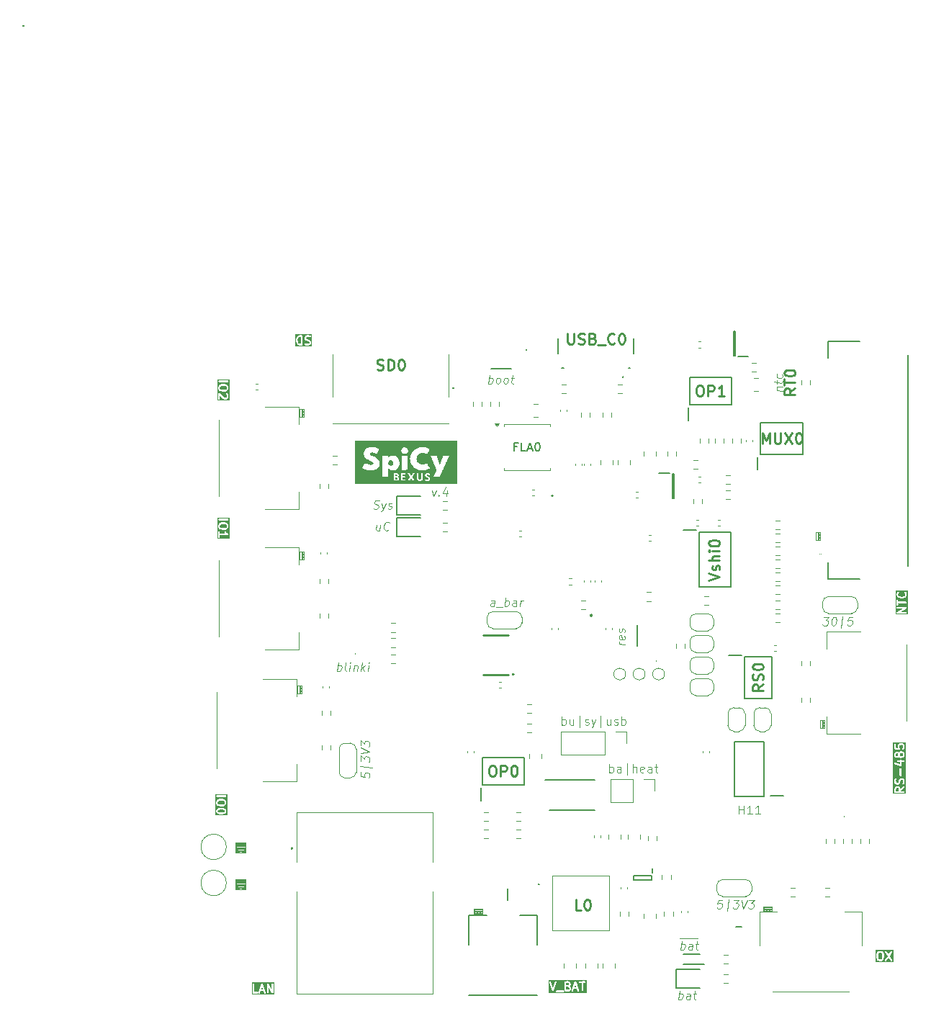
<source format=gbr>
%TF.GenerationSoftware,KiCad,Pcbnew,8.0.0*%
%TF.CreationDate,2024-04-11T21:11:57+02:00*%
%TF.ProjectId,BalloonMotherboardV4,42616c6c-6f6f-46e4-9d6f-74686572626f,rev?*%
%TF.SameCoordinates,Original*%
%TF.FileFunction,Legend,Top*%
%TF.FilePolarity,Positive*%
%FSLAX46Y46*%
G04 Gerber Fmt 4.6, Leading zero omitted, Abs format (unit mm)*
G04 Created by KiCad (PCBNEW 8.0.0) date 2024-04-11 21:11:57*
%MOMM*%
%LPD*%
G01*
G04 APERTURE LIST*
%ADD10C,0.100000*%
%ADD11C,0.125000*%
%ADD12C,0.200000*%
%ADD13C,0.254000*%
%ADD14C,0.150000*%
%ADD15C,0.120000*%
%ADD16C,0.000000*%
G04 APERTURE END LIST*
D10*
X82179122Y-102758419D02*
X81702931Y-102758419D01*
X81702931Y-102758419D02*
X81595789Y-103234609D01*
X81595789Y-103234609D02*
X81649360Y-103186990D01*
X81649360Y-103186990D02*
X81750550Y-103139371D01*
X81750550Y-103139371D02*
X81988646Y-103139371D01*
X81988646Y-103139371D02*
X82077931Y-103186990D01*
X82077931Y-103186990D02*
X82119598Y-103234609D01*
X82119598Y-103234609D02*
X82155312Y-103329847D01*
X82155312Y-103329847D02*
X82125550Y-103567942D01*
X82125550Y-103567942D02*
X82066027Y-103663180D01*
X82066027Y-103663180D02*
X82012455Y-103710800D01*
X82012455Y-103710800D02*
X81911265Y-103758419D01*
X81911265Y-103758419D02*
X81673169Y-103758419D01*
X81673169Y-103758419D02*
X81583884Y-103710800D01*
X81583884Y-103710800D02*
X81542217Y-103663180D01*
X82726741Y-104091752D02*
X82905312Y-102663180D01*
X83512455Y-102758419D02*
X84131503Y-102758419D01*
X84131503Y-102758419D02*
X83750551Y-103139371D01*
X83750551Y-103139371D02*
X83893408Y-103139371D01*
X83893408Y-103139371D02*
X83982693Y-103186990D01*
X83982693Y-103186990D02*
X84024360Y-103234609D01*
X84024360Y-103234609D02*
X84060074Y-103329847D01*
X84060074Y-103329847D02*
X84030312Y-103567942D01*
X84030312Y-103567942D02*
X83970789Y-103663180D01*
X83970789Y-103663180D02*
X83917217Y-103710800D01*
X83917217Y-103710800D02*
X83816027Y-103758419D01*
X83816027Y-103758419D02*
X83530312Y-103758419D01*
X83530312Y-103758419D02*
X83441027Y-103710800D01*
X83441027Y-103710800D02*
X83399360Y-103663180D01*
X84417217Y-102758419D02*
X84625551Y-103758419D01*
X84625551Y-103758419D02*
X85083884Y-102758419D01*
X85321979Y-102758419D02*
X85941027Y-102758419D01*
X85941027Y-102758419D02*
X85560075Y-103139371D01*
X85560075Y-103139371D02*
X85702932Y-103139371D01*
X85702932Y-103139371D02*
X85792217Y-103186990D01*
X85792217Y-103186990D02*
X85833884Y-103234609D01*
X85833884Y-103234609D02*
X85869598Y-103329847D01*
X85869598Y-103329847D02*
X85839836Y-103567942D01*
X85839836Y-103567942D02*
X85780313Y-103663180D01*
X85780313Y-103663180D02*
X85726741Y-103710800D01*
X85726741Y-103710800D02*
X85625551Y-103758419D01*
X85625551Y-103758419D02*
X85339836Y-103758419D01*
X85339836Y-103758419D02*
X85250551Y-103710800D01*
X85250551Y-103710800D02*
X85208884Y-103663180D01*
D11*
X63312331Y-82167119D02*
X63312331Y-81167119D01*
X63312331Y-81548071D02*
X63407569Y-81500452D01*
X63407569Y-81500452D02*
X63598045Y-81500452D01*
X63598045Y-81500452D02*
X63693283Y-81548071D01*
X63693283Y-81548071D02*
X63740902Y-81595690D01*
X63740902Y-81595690D02*
X63788521Y-81690928D01*
X63788521Y-81690928D02*
X63788521Y-81976642D01*
X63788521Y-81976642D02*
X63740902Y-82071880D01*
X63740902Y-82071880D02*
X63693283Y-82119500D01*
X63693283Y-82119500D02*
X63598045Y-82167119D01*
X63598045Y-82167119D02*
X63407569Y-82167119D01*
X63407569Y-82167119D02*
X63312331Y-82119500D01*
X64645664Y-81500452D02*
X64645664Y-82167119D01*
X64217093Y-81500452D02*
X64217093Y-82024261D01*
X64217093Y-82024261D02*
X64264712Y-82119500D01*
X64264712Y-82119500D02*
X64359950Y-82167119D01*
X64359950Y-82167119D02*
X64502807Y-82167119D01*
X64502807Y-82167119D02*
X64598045Y-82119500D01*
X64598045Y-82119500D02*
X64645664Y-82071880D01*
X65359950Y-82500452D02*
X65359950Y-81071880D01*
X66026617Y-82119500D02*
X66121855Y-82167119D01*
X66121855Y-82167119D02*
X66312331Y-82167119D01*
X66312331Y-82167119D02*
X66407569Y-82119500D01*
X66407569Y-82119500D02*
X66455188Y-82024261D01*
X66455188Y-82024261D02*
X66455188Y-81976642D01*
X66455188Y-81976642D02*
X66407569Y-81881404D01*
X66407569Y-81881404D02*
X66312331Y-81833785D01*
X66312331Y-81833785D02*
X66169474Y-81833785D01*
X66169474Y-81833785D02*
X66074236Y-81786166D01*
X66074236Y-81786166D02*
X66026617Y-81690928D01*
X66026617Y-81690928D02*
X66026617Y-81643309D01*
X66026617Y-81643309D02*
X66074236Y-81548071D01*
X66074236Y-81548071D02*
X66169474Y-81500452D01*
X66169474Y-81500452D02*
X66312331Y-81500452D01*
X66312331Y-81500452D02*
X66407569Y-81548071D01*
X66788522Y-81500452D02*
X67026617Y-82167119D01*
X67264712Y-81500452D02*
X67026617Y-82167119D01*
X67026617Y-82167119D02*
X66931379Y-82405214D01*
X66931379Y-82405214D02*
X66883760Y-82452833D01*
X66883760Y-82452833D02*
X66788522Y-82500452D01*
X67883760Y-82500452D02*
X67883760Y-81071880D01*
X69026617Y-81500452D02*
X69026617Y-82167119D01*
X68598046Y-81500452D02*
X68598046Y-82024261D01*
X68598046Y-82024261D02*
X68645665Y-82119500D01*
X68645665Y-82119500D02*
X68740903Y-82167119D01*
X68740903Y-82167119D02*
X68883760Y-82167119D01*
X68883760Y-82167119D02*
X68978998Y-82119500D01*
X68978998Y-82119500D02*
X69026617Y-82071880D01*
X69455189Y-82119500D02*
X69550427Y-82167119D01*
X69550427Y-82167119D02*
X69740903Y-82167119D01*
X69740903Y-82167119D02*
X69836141Y-82119500D01*
X69836141Y-82119500D02*
X69883760Y-82024261D01*
X69883760Y-82024261D02*
X69883760Y-81976642D01*
X69883760Y-81976642D02*
X69836141Y-81881404D01*
X69836141Y-81881404D02*
X69740903Y-81833785D01*
X69740903Y-81833785D02*
X69598046Y-81833785D01*
X69598046Y-81833785D02*
X69502808Y-81786166D01*
X69502808Y-81786166D02*
X69455189Y-81690928D01*
X69455189Y-81690928D02*
X69455189Y-81643309D01*
X69455189Y-81643309D02*
X69502808Y-81548071D01*
X69502808Y-81548071D02*
X69598046Y-81500452D01*
X69598046Y-81500452D02*
X69740903Y-81500452D01*
X69740903Y-81500452D02*
X69836141Y-81548071D01*
X70312332Y-82167119D02*
X70312332Y-81167119D01*
X70312332Y-81548071D02*
X70407570Y-81500452D01*
X70407570Y-81500452D02*
X70598046Y-81500452D01*
X70598046Y-81500452D02*
X70693284Y-81548071D01*
X70693284Y-81548071D02*
X70740903Y-81595690D01*
X70740903Y-81595690D02*
X70788522Y-81690928D01*
X70788522Y-81690928D02*
X70788522Y-81976642D01*
X70788522Y-81976642D02*
X70740903Y-82071880D01*
X70740903Y-82071880D02*
X70693284Y-82119500D01*
X70693284Y-82119500D02*
X70598046Y-82167119D01*
X70598046Y-82167119D02*
X70407570Y-82167119D01*
X70407570Y-82167119D02*
X70312332Y-82119500D01*
D10*
G36*
X33069434Y-46081420D02*
G01*
X32461498Y-46081420D01*
X32461498Y-45162211D01*
X32572609Y-45162211D01*
X32576415Y-45943249D01*
X32603475Y-45970309D01*
X32641743Y-45970309D01*
X32668803Y-45943249D01*
X32672609Y-45924115D01*
X32672145Y-45828877D01*
X32858323Y-45828877D01*
X32862129Y-45943249D01*
X32889189Y-45970309D01*
X32927457Y-45970309D01*
X32954517Y-45943249D01*
X32958323Y-45924115D01*
X32954517Y-45809743D01*
X32927457Y-45782683D01*
X32889189Y-45782683D01*
X32862129Y-45809743D01*
X32858323Y-45828877D01*
X32672145Y-45828877D01*
X32670520Y-45495544D01*
X32858323Y-45495544D01*
X32862129Y-45609916D01*
X32889189Y-45636976D01*
X32927457Y-45636976D01*
X32954517Y-45609916D01*
X32958323Y-45590782D01*
X32954517Y-45476410D01*
X32927457Y-45449350D01*
X32889189Y-45449350D01*
X32862129Y-45476410D01*
X32858323Y-45495544D01*
X32670520Y-45495544D01*
X32668896Y-45162211D01*
X32858323Y-45162211D01*
X32862129Y-45276583D01*
X32889189Y-45303643D01*
X32927457Y-45303643D01*
X32954517Y-45276583D01*
X32958323Y-45257449D01*
X32954517Y-45143077D01*
X32927457Y-45116017D01*
X32889189Y-45116017D01*
X32862129Y-45143077D01*
X32858323Y-45162211D01*
X32668896Y-45162211D01*
X32668803Y-45143077D01*
X32641743Y-45116017D01*
X32603475Y-45116017D01*
X32576415Y-45143077D01*
X32572609Y-45162211D01*
X32461498Y-45162211D01*
X32461498Y-45004906D01*
X33069434Y-45004906D01*
X33069434Y-46081420D01*
G37*
D11*
X94070140Y-69483119D02*
X94689188Y-69483119D01*
X94689188Y-69483119D02*
X94308236Y-69864071D01*
X94308236Y-69864071D02*
X94451093Y-69864071D01*
X94451093Y-69864071D02*
X94540378Y-69911690D01*
X94540378Y-69911690D02*
X94582045Y-69959309D01*
X94582045Y-69959309D02*
X94617759Y-70054547D01*
X94617759Y-70054547D02*
X94587997Y-70292642D01*
X94587997Y-70292642D02*
X94528474Y-70387880D01*
X94528474Y-70387880D02*
X94474902Y-70435500D01*
X94474902Y-70435500D02*
X94373712Y-70483119D01*
X94373712Y-70483119D02*
X94087997Y-70483119D01*
X94087997Y-70483119D02*
X93998712Y-70435500D01*
X93998712Y-70435500D02*
X93957045Y-70387880D01*
X95308236Y-69483119D02*
X95403474Y-69483119D01*
X95403474Y-69483119D02*
X95492759Y-69530738D01*
X95492759Y-69530738D02*
X95534426Y-69578357D01*
X95534426Y-69578357D02*
X95570140Y-69673595D01*
X95570140Y-69673595D02*
X95593950Y-69864071D01*
X95593950Y-69864071D02*
X95564188Y-70102166D01*
X95564188Y-70102166D02*
X95492759Y-70292642D01*
X95492759Y-70292642D02*
X95433236Y-70387880D01*
X95433236Y-70387880D02*
X95379664Y-70435500D01*
X95379664Y-70435500D02*
X95278474Y-70483119D01*
X95278474Y-70483119D02*
X95183236Y-70483119D01*
X95183236Y-70483119D02*
X95093950Y-70435500D01*
X95093950Y-70435500D02*
X95052283Y-70387880D01*
X95052283Y-70387880D02*
X95016569Y-70292642D01*
X95016569Y-70292642D02*
X94992759Y-70102166D01*
X94992759Y-70102166D02*
X95022521Y-69864071D01*
X95022521Y-69864071D02*
X95093950Y-69673595D01*
X95093950Y-69673595D02*
X95153474Y-69578357D01*
X95153474Y-69578357D02*
X95207045Y-69530738D01*
X95207045Y-69530738D02*
X95308236Y-69483119D01*
X96141569Y-70816452D02*
X96320140Y-69387880D01*
X97498712Y-69483119D02*
X97022521Y-69483119D01*
X97022521Y-69483119D02*
X96915379Y-69959309D01*
X96915379Y-69959309D02*
X96968950Y-69911690D01*
X96968950Y-69911690D02*
X97070140Y-69864071D01*
X97070140Y-69864071D02*
X97308236Y-69864071D01*
X97308236Y-69864071D02*
X97397521Y-69911690D01*
X97397521Y-69911690D02*
X97439188Y-69959309D01*
X97439188Y-69959309D02*
X97474902Y-70054547D01*
X97474902Y-70054547D02*
X97445140Y-70292642D01*
X97445140Y-70292642D02*
X97385617Y-70387880D01*
X97385617Y-70387880D02*
X97332045Y-70435500D01*
X97332045Y-70435500D02*
X97230855Y-70483119D01*
X97230855Y-70483119D02*
X96992759Y-70483119D01*
X96992759Y-70483119D02*
X96903474Y-70435500D01*
X96903474Y-70435500D02*
X96861807Y-70387880D01*
D10*
X48038027Y-54577752D02*
X48192789Y-55244419D01*
X48192789Y-55244419D02*
X48514217Y-54577752D01*
X48823741Y-55149180D02*
X48865408Y-55196800D01*
X48865408Y-55196800D02*
X48811836Y-55244419D01*
X48811836Y-55244419D02*
X48770170Y-55196800D01*
X48770170Y-55196800D02*
X48823741Y-55149180D01*
X48823741Y-55149180D02*
X48811836Y-55244419D01*
X49799931Y-54577752D02*
X49716598Y-55244419D01*
X49609455Y-54196800D02*
X49282074Y-54911085D01*
X49282074Y-54911085D02*
X49901122Y-54911085D01*
G36*
X94283434Y-82657420D02*
G01*
X93675498Y-82657420D01*
X93675498Y-81738211D01*
X93786609Y-81738211D01*
X93790415Y-82519249D01*
X93817475Y-82546309D01*
X93855743Y-82546309D01*
X93882803Y-82519249D01*
X93886609Y-82500115D01*
X93886145Y-82404877D01*
X94072323Y-82404877D01*
X94076129Y-82519249D01*
X94103189Y-82546309D01*
X94141457Y-82546309D01*
X94168517Y-82519249D01*
X94172323Y-82500115D01*
X94168517Y-82385743D01*
X94141457Y-82358683D01*
X94103189Y-82358683D01*
X94076129Y-82385743D01*
X94072323Y-82404877D01*
X93886145Y-82404877D01*
X93884520Y-82071544D01*
X94072323Y-82071544D01*
X94076129Y-82185916D01*
X94103189Y-82212976D01*
X94141457Y-82212976D01*
X94168517Y-82185916D01*
X94172323Y-82166782D01*
X94168517Y-82052410D01*
X94141457Y-82025350D01*
X94103189Y-82025350D01*
X94076129Y-82052410D01*
X94072323Y-82071544D01*
X93884520Y-82071544D01*
X93882896Y-81738211D01*
X94072323Y-81738211D01*
X94076129Y-81852583D01*
X94103189Y-81879643D01*
X94141457Y-81879643D01*
X94168517Y-81852583D01*
X94172323Y-81833449D01*
X94168517Y-81719077D01*
X94141457Y-81692017D01*
X94103189Y-81692017D01*
X94076129Y-81719077D01*
X94072323Y-81738211D01*
X93882896Y-81738211D01*
X93882803Y-81719077D01*
X93855743Y-81692017D01*
X93817475Y-81692017D01*
X93790415Y-81719077D01*
X93786609Y-81738211D01*
X93675498Y-81738211D01*
X93675498Y-81580906D01*
X94283434Y-81580906D01*
X94283434Y-82657420D01*
G37*
D12*
G36*
X100860108Y-108976284D02*
G01*
X100926498Y-109041040D01*
X100964752Y-109188465D01*
X100966431Y-109496929D01*
X100928696Y-109653790D01*
X100866252Y-109717810D01*
X100805384Y-109749413D01*
X100662055Y-109750724D01*
X100602664Y-109722152D01*
X100536275Y-109657396D01*
X100498021Y-109509971D01*
X100496342Y-109201508D01*
X100534077Y-109044646D01*
X100596520Y-108980627D01*
X100657388Y-108949024D01*
X100800718Y-108947713D01*
X100860108Y-108976284D01*
G37*
G36*
X102275831Y-110060330D02*
G01*
X100186943Y-110060330D01*
X100186943Y-109182552D01*
X100298054Y-109182552D01*
X100299834Y-109509574D01*
X100298172Y-109520746D01*
X100299961Y-109532843D01*
X100299975Y-109535394D01*
X100300539Y-109536757D01*
X100301040Y-109540139D01*
X100347594Y-109719554D01*
X100347594Y-109725870D01*
X100351981Y-109736462D01*
X100355254Y-109749075D01*
X100359679Y-109755047D01*
X100362525Y-109761918D01*
X100374962Y-109777071D01*
X100471350Y-109871088D01*
X100479599Y-109880600D01*
X100483834Y-109883266D01*
X100485353Y-109884747D01*
X100487793Y-109885757D01*
X100496190Y-109891043D01*
X100579207Y-109930981D01*
X100580592Y-109932366D01*
X100591341Y-109936818D01*
X100609736Y-109945668D01*
X100613319Y-109945922D01*
X100616640Y-109947298D01*
X100636149Y-109949219D01*
X100811656Y-109947613D01*
X100814118Y-109948434D01*
X100827733Y-109947466D01*
X100846134Y-109947298D01*
X100849454Y-109945922D01*
X100853038Y-109945668D01*
X100871346Y-109938662D01*
X100966374Y-109889322D01*
X100977421Y-109884747D01*
X100981267Y-109881589D01*
X100983174Y-109880600D01*
X100984904Y-109878605D01*
X100992574Y-109872310D01*
X101014994Y-109849324D01*
X101298054Y-109849324D01*
X101305706Y-109887584D01*
X101327417Y-109920004D01*
X101359882Y-109941647D01*
X101398159Y-109949219D01*
X101436419Y-109941567D01*
X101468839Y-109919856D01*
X101481259Y-109904689D01*
X101731667Y-109527792D01*
X101993935Y-109919856D01*
X102026355Y-109941567D01*
X102064615Y-109949219D01*
X102102892Y-109941647D01*
X102135357Y-109920004D01*
X102157068Y-109887584D01*
X102164720Y-109849324D01*
X102157148Y-109811047D01*
X102147925Y-109793749D01*
X101850435Y-109349031D01*
X102157148Y-108887391D01*
X102164720Y-108849114D01*
X102157068Y-108810854D01*
X102135357Y-108778434D01*
X102102892Y-108756791D01*
X102064615Y-108749219D01*
X102026355Y-108756871D01*
X101993935Y-108778582D01*
X101981515Y-108793749D01*
X101731106Y-109170645D01*
X101468839Y-108778582D01*
X101436419Y-108756871D01*
X101398159Y-108749219D01*
X101359882Y-108756791D01*
X101327417Y-108778434D01*
X101305706Y-108810854D01*
X101298054Y-108849114D01*
X101305626Y-108887391D01*
X101314849Y-108904689D01*
X101612338Y-109349406D01*
X101305626Y-109811047D01*
X101298054Y-109849324D01*
X101014994Y-109849324D01*
X101079243Y-109783453D01*
X101084291Y-109780425D01*
X101090907Y-109771494D01*
X101100249Y-109761918D01*
X101103094Y-109755047D01*
X101107520Y-109749075D01*
X101114115Y-109730615D01*
X101158694Y-109545302D01*
X101162799Y-109535394D01*
X101163991Y-109523284D01*
X101164602Y-109520746D01*
X101164384Y-109519287D01*
X101164720Y-109515885D01*
X101162939Y-109188862D01*
X101164602Y-109177691D01*
X101162812Y-109165593D01*
X101162799Y-109163043D01*
X101162234Y-109161679D01*
X101161734Y-109158298D01*
X101115180Y-108978882D01*
X101115180Y-108972567D01*
X101110793Y-108961976D01*
X101107520Y-108949362D01*
X101103093Y-108943387D01*
X101100248Y-108936519D01*
X101087812Y-108921365D01*
X100991422Y-108827348D01*
X100983174Y-108817838D01*
X100978937Y-108815171D01*
X100977420Y-108813691D01*
X100974980Y-108812680D01*
X100966584Y-108807395D01*
X100883566Y-108767456D01*
X100882182Y-108766072D01*
X100871432Y-108761619D01*
X100853038Y-108752770D01*
X100849454Y-108752515D01*
X100846134Y-108751140D01*
X100826625Y-108749219D01*
X100651117Y-108750824D01*
X100648656Y-108750004D01*
X100635040Y-108750971D01*
X100616640Y-108751140D01*
X100613319Y-108752515D01*
X100609736Y-108752770D01*
X100591427Y-108759776D01*
X100496393Y-108809118D01*
X100485354Y-108813691D01*
X100481509Y-108816846D01*
X100479599Y-108817838D01*
X100477866Y-108819835D01*
X100470200Y-108826127D01*
X100383532Y-108914982D01*
X100378483Y-108918012D01*
X100371863Y-108926946D01*
X100362526Y-108936519D01*
X100359680Y-108943387D01*
X100355254Y-108949362D01*
X100348659Y-108967823D01*
X100304079Y-109153133D01*
X100299975Y-109163043D01*
X100298782Y-109175152D01*
X100298172Y-109177691D01*
X100298389Y-109179149D01*
X100298054Y-109182552D01*
X100186943Y-109182552D01*
X100186943Y-108638108D01*
X102275831Y-108638108D01*
X102275831Y-110060330D01*
G37*
D10*
X55336503Y-68198419D02*
X55401979Y-67674609D01*
X55401979Y-67674609D02*
X55366265Y-67579371D01*
X55366265Y-67579371D02*
X55276979Y-67531752D01*
X55276979Y-67531752D02*
X55086503Y-67531752D01*
X55086503Y-67531752D02*
X54985312Y-67579371D01*
X55342455Y-68150800D02*
X55241265Y-68198419D01*
X55241265Y-68198419D02*
X55003169Y-68198419D01*
X55003169Y-68198419D02*
X54913884Y-68150800D01*
X54913884Y-68150800D02*
X54878169Y-68055561D01*
X54878169Y-68055561D02*
X54890074Y-67960323D01*
X54890074Y-67960323D02*
X54949598Y-67865085D01*
X54949598Y-67865085D02*
X55050789Y-67817466D01*
X55050789Y-67817466D02*
X55288884Y-67817466D01*
X55288884Y-67817466D02*
X55390074Y-67769847D01*
X55562693Y-68293657D02*
X56324598Y-68293657D01*
X56574598Y-68198419D02*
X56699598Y-67198419D01*
X56651979Y-67579371D02*
X56753170Y-67531752D01*
X56753170Y-67531752D02*
X56943646Y-67531752D01*
X56943646Y-67531752D02*
X57032932Y-67579371D01*
X57032932Y-67579371D02*
X57074598Y-67626990D01*
X57074598Y-67626990D02*
X57110313Y-67722228D01*
X57110313Y-67722228D02*
X57074598Y-68007942D01*
X57074598Y-68007942D02*
X57015075Y-68103180D01*
X57015075Y-68103180D02*
X56961503Y-68150800D01*
X56961503Y-68150800D02*
X56860313Y-68198419D01*
X56860313Y-68198419D02*
X56669836Y-68198419D01*
X56669836Y-68198419D02*
X56580551Y-68150800D01*
X57907932Y-68198419D02*
X57973408Y-67674609D01*
X57973408Y-67674609D02*
X57937694Y-67579371D01*
X57937694Y-67579371D02*
X57848408Y-67531752D01*
X57848408Y-67531752D02*
X57657932Y-67531752D01*
X57657932Y-67531752D02*
X57556741Y-67579371D01*
X57913884Y-68150800D02*
X57812694Y-68198419D01*
X57812694Y-68198419D02*
X57574598Y-68198419D01*
X57574598Y-68198419D02*
X57485313Y-68150800D01*
X57485313Y-68150800D02*
X57449598Y-68055561D01*
X57449598Y-68055561D02*
X57461503Y-67960323D01*
X57461503Y-67960323D02*
X57521027Y-67865085D01*
X57521027Y-67865085D02*
X57622218Y-67817466D01*
X57622218Y-67817466D02*
X57860313Y-67817466D01*
X57860313Y-67817466D02*
X57961503Y-67769847D01*
X58384122Y-68198419D02*
X58467456Y-67531752D01*
X58443646Y-67722228D02*
X58503170Y-67626990D01*
X58503170Y-67626990D02*
X58556741Y-67579371D01*
X58556741Y-67579371D02*
X58657932Y-67531752D01*
X58657932Y-67531752D02*
X58753170Y-67531752D01*
G36*
X32815434Y-78593420D02*
G01*
X32207498Y-78593420D01*
X32207498Y-77674211D01*
X32318609Y-77674211D01*
X32322415Y-78455249D01*
X32349475Y-78482309D01*
X32387743Y-78482309D01*
X32414803Y-78455249D01*
X32418609Y-78436115D01*
X32418145Y-78340877D01*
X32604323Y-78340877D01*
X32608129Y-78455249D01*
X32635189Y-78482309D01*
X32673457Y-78482309D01*
X32700517Y-78455249D01*
X32704323Y-78436115D01*
X32700517Y-78321743D01*
X32673457Y-78294683D01*
X32635189Y-78294683D01*
X32608129Y-78321743D01*
X32604323Y-78340877D01*
X32418145Y-78340877D01*
X32416520Y-78007544D01*
X32604323Y-78007544D01*
X32608129Y-78121916D01*
X32635189Y-78148976D01*
X32673457Y-78148976D01*
X32700517Y-78121916D01*
X32704323Y-78102782D01*
X32700517Y-77988410D01*
X32673457Y-77961350D01*
X32635189Y-77961350D01*
X32608129Y-77988410D01*
X32604323Y-78007544D01*
X32416520Y-78007544D01*
X32414896Y-77674211D01*
X32604323Y-77674211D01*
X32608129Y-77788583D01*
X32635189Y-77815643D01*
X32673457Y-77815643D01*
X32700517Y-77788583D01*
X32704323Y-77769449D01*
X32700517Y-77655077D01*
X32673457Y-77628017D01*
X32635189Y-77628017D01*
X32608129Y-77655077D01*
X32604323Y-77674211D01*
X32414896Y-77674211D01*
X32414803Y-77655077D01*
X32387743Y-77628017D01*
X32349475Y-77628017D01*
X32322415Y-77655077D01*
X32318609Y-77674211D01*
X32207498Y-77674211D01*
X32207498Y-77516906D01*
X32815434Y-77516906D01*
X32815434Y-78593420D01*
G37*
D12*
G36*
X23797352Y-42336267D02*
G01*
X23861371Y-42398710D01*
X23892974Y-42459578D01*
X23894285Y-42602908D01*
X23865714Y-42662298D01*
X23800958Y-42728688D01*
X23653533Y-42766942D01*
X23345069Y-42768621D01*
X23188208Y-42730886D01*
X23124188Y-42668442D01*
X23092585Y-42607576D01*
X23091274Y-42464244D01*
X23119845Y-42404856D01*
X23184602Y-42338465D01*
X23332027Y-42300211D01*
X23640490Y-42298532D01*
X23797352Y-42336267D01*
G37*
G36*
X24203891Y-44030402D02*
G01*
X22781669Y-44030402D01*
X22781669Y-43200244D01*
X22892780Y-43200244D01*
X22894701Y-43838800D01*
X22909633Y-43874848D01*
X22937223Y-43902438D01*
X22973271Y-43917370D01*
X23012289Y-43917370D01*
X23048337Y-43902438D01*
X23075927Y-43874848D01*
X23090859Y-43838800D01*
X23092780Y-43819291D01*
X23091638Y-43439738D01*
X23483718Y-43830001D01*
X23485210Y-43832984D01*
X23496911Y-43843132D01*
X23508652Y-43854819D01*
X23511970Y-43856193D01*
X23514686Y-43858549D01*
X23532586Y-43866540D01*
X23675670Y-43912446D01*
X23687557Y-43917370D01*
X23692549Y-43917861D01*
X23694558Y-43918506D01*
X23697192Y-43918318D01*
X23707066Y-43919291D01*
X23788083Y-43917934D01*
X23789797Y-43918506D01*
X23800841Y-43917721D01*
X23821813Y-43917370D01*
X23825133Y-43915994D01*
X23828717Y-43915740D01*
X23847025Y-43908734D01*
X23942054Y-43859393D01*
X23953099Y-43854819D01*
X23956945Y-43851662D01*
X23958853Y-43850672D01*
X23960582Y-43848677D01*
X23968253Y-43842383D01*
X24016186Y-43792280D01*
X24024161Y-43785365D01*
X24026772Y-43781215D01*
X24028308Y-43779611D01*
X24029318Y-43777170D01*
X24034604Y-43768774D01*
X24074542Y-43685756D01*
X24075927Y-43684372D01*
X24080379Y-43673622D01*
X24089229Y-43655228D01*
X24089483Y-43651644D01*
X24090859Y-43648324D01*
X24092780Y-43628815D01*
X24091117Y-43405859D01*
X24091995Y-43403227D01*
X24090992Y-43389121D01*
X24090859Y-43371211D01*
X24089483Y-43367890D01*
X24089229Y-43364307D01*
X24082223Y-43345998D01*
X24032880Y-43250964D01*
X24028308Y-43239924D01*
X24025152Y-43236078D01*
X24024161Y-43234170D01*
X24022163Y-43232437D01*
X24015871Y-43224771D01*
X23953099Y-43164716D01*
X23917051Y-43149784D01*
X23878033Y-43149784D01*
X23841985Y-43164716D01*
X23814395Y-43192306D01*
X23799463Y-43228354D01*
X23799463Y-43267372D01*
X23814395Y-43303420D01*
X23826831Y-43318574D01*
X23861915Y-43352140D01*
X23892937Y-43411888D01*
X23894361Y-43602751D01*
X23865544Y-43662651D01*
X23840886Y-43688424D01*
X23780743Y-43719651D01*
X23726640Y-43720557D01*
X23620346Y-43686455D01*
X23048337Y-43117097D01*
X23012289Y-43102165D01*
X22973271Y-43102165D01*
X22937223Y-43117097D01*
X22909633Y-43144687D01*
X22894701Y-43180735D01*
X22892780Y-43200244D01*
X22781669Y-43200244D01*
X22781669Y-42438339D01*
X22892780Y-42438339D01*
X22894385Y-42613847D01*
X22893565Y-42616309D01*
X22894532Y-42629925D01*
X22894701Y-42648324D01*
X22896076Y-42651643D01*
X22896331Y-42655229D01*
X22903338Y-42673537D01*
X22952678Y-42768566D01*
X22957253Y-42779610D01*
X22960409Y-42783456D01*
X22961401Y-42785366D01*
X22963397Y-42787097D01*
X22969689Y-42794764D01*
X23058544Y-42881431D01*
X23061574Y-42886481D01*
X23070508Y-42893100D01*
X23080081Y-42902438D01*
X23086949Y-42905283D01*
X23092924Y-42909710D01*
X23111384Y-42916305D01*
X23296696Y-42960884D01*
X23306605Y-42964989D01*
X23318714Y-42966181D01*
X23321253Y-42966792D01*
X23322711Y-42966574D01*
X23326114Y-42966910D01*
X23653136Y-42965129D01*
X23664308Y-42966792D01*
X23676405Y-42965002D01*
X23678956Y-42964989D01*
X23680319Y-42964424D01*
X23683701Y-42963924D01*
X23863116Y-42917370D01*
X23869432Y-42917370D01*
X23880022Y-42912983D01*
X23892637Y-42909710D01*
X23898611Y-42905283D01*
X23905480Y-42902438D01*
X23920634Y-42890002D01*
X24014645Y-42793617D01*
X24024161Y-42785365D01*
X24026828Y-42781126D01*
X24028308Y-42779610D01*
X24029317Y-42777172D01*
X24034604Y-42768774D01*
X24074542Y-42685756D01*
X24075927Y-42684372D01*
X24080379Y-42673622D01*
X24089229Y-42655228D01*
X24089483Y-42651644D01*
X24090859Y-42648324D01*
X24092780Y-42628815D01*
X24091174Y-42453307D01*
X24091995Y-42450846D01*
X24091027Y-42437230D01*
X24090859Y-42418830D01*
X24089483Y-42415509D01*
X24089229Y-42411926D01*
X24082223Y-42393617D01*
X24032880Y-42298583D01*
X24028308Y-42287544D01*
X24025152Y-42283699D01*
X24024161Y-42281789D01*
X24022163Y-42280056D01*
X24015872Y-42272390D01*
X23927016Y-42185722D01*
X23923987Y-42180673D01*
X23915052Y-42174053D01*
X23905480Y-42164716D01*
X23898611Y-42161870D01*
X23892637Y-42157444D01*
X23874176Y-42150849D01*
X23688865Y-42106269D01*
X23678956Y-42102165D01*
X23666846Y-42100972D01*
X23664308Y-42100362D01*
X23662849Y-42100579D01*
X23659447Y-42100244D01*
X23332424Y-42102024D01*
X23321253Y-42100362D01*
X23309155Y-42102151D01*
X23306605Y-42102165D01*
X23305241Y-42102729D01*
X23301860Y-42103230D01*
X23122445Y-42149784D01*
X23116129Y-42149784D01*
X23105538Y-42154170D01*
X23092924Y-42157444D01*
X23086949Y-42161870D01*
X23080081Y-42164716D01*
X23064927Y-42177152D01*
X22970916Y-42273536D01*
X22961401Y-42281788D01*
X22958733Y-42286026D01*
X22957253Y-42287544D01*
X22956242Y-42289983D01*
X22950958Y-42298379D01*
X22911018Y-42381396D01*
X22909633Y-42382782D01*
X22905181Y-42393528D01*
X22896331Y-42411925D01*
X22896076Y-42415510D01*
X22894701Y-42418830D01*
X22892780Y-42438339D01*
X22781669Y-42438339D01*
X22781669Y-41791182D01*
X22894701Y-41791182D01*
X22909633Y-41827230D01*
X22937223Y-41854820D01*
X22973271Y-41869752D01*
X22992780Y-41871673D01*
X24012289Y-41869752D01*
X24048337Y-41854820D01*
X24075927Y-41827230D01*
X24090859Y-41791182D01*
X24090859Y-41752164D01*
X24075927Y-41716116D01*
X24048337Y-41688526D01*
X24012289Y-41673594D01*
X23992780Y-41671673D01*
X22973271Y-41673594D01*
X22937223Y-41688526D01*
X22909633Y-41716116D01*
X22894701Y-41752164D01*
X22894701Y-41791182D01*
X22781669Y-41791182D01*
X22781669Y-41560562D01*
X24203891Y-41560562D01*
X24203891Y-44030402D01*
G37*
D10*
G36*
X33069434Y-62845420D02*
G01*
X32461498Y-62845420D01*
X32461498Y-61926211D01*
X32572609Y-61926211D01*
X32576415Y-62707249D01*
X32603475Y-62734309D01*
X32641743Y-62734309D01*
X32668803Y-62707249D01*
X32672609Y-62688115D01*
X32672145Y-62592877D01*
X32858323Y-62592877D01*
X32862129Y-62707249D01*
X32889189Y-62734309D01*
X32927457Y-62734309D01*
X32954517Y-62707249D01*
X32958323Y-62688115D01*
X32954517Y-62573743D01*
X32927457Y-62546683D01*
X32889189Y-62546683D01*
X32862129Y-62573743D01*
X32858323Y-62592877D01*
X32672145Y-62592877D01*
X32670520Y-62259544D01*
X32858323Y-62259544D01*
X32862129Y-62373916D01*
X32889189Y-62400976D01*
X32927457Y-62400976D01*
X32954517Y-62373916D01*
X32958323Y-62354782D01*
X32954517Y-62240410D01*
X32927457Y-62213350D01*
X32889189Y-62213350D01*
X32862129Y-62240410D01*
X32858323Y-62259544D01*
X32670520Y-62259544D01*
X32668896Y-61926211D01*
X32858323Y-61926211D01*
X32862129Y-62040583D01*
X32889189Y-62067643D01*
X32927457Y-62067643D01*
X32954517Y-62040583D01*
X32958323Y-62021449D01*
X32954517Y-61907077D01*
X32927457Y-61880017D01*
X32889189Y-61880017D01*
X32862129Y-61907077D01*
X32858323Y-61926211D01*
X32668896Y-61926211D01*
X32668803Y-61907077D01*
X32641743Y-61880017D01*
X32603475Y-61880017D01*
X32576415Y-61907077D01*
X32572609Y-61926211D01*
X32461498Y-61926211D01*
X32461498Y-61768906D01*
X33069434Y-61768906D01*
X33069434Y-62845420D01*
G37*
X39688967Y-87746877D02*
X39688967Y-88223068D01*
X39688967Y-88223068D02*
X40165157Y-88330211D01*
X40165157Y-88330211D02*
X40117538Y-88276639D01*
X40117538Y-88276639D02*
X40069919Y-88175449D01*
X40069919Y-88175449D02*
X40069919Y-87937353D01*
X40069919Y-87937353D02*
X40117538Y-87848068D01*
X40117538Y-87848068D02*
X40165157Y-87806401D01*
X40165157Y-87806401D02*
X40260395Y-87770687D01*
X40260395Y-87770687D02*
X40498490Y-87800449D01*
X40498490Y-87800449D02*
X40593728Y-87859972D01*
X40593728Y-87859972D02*
X40641348Y-87913544D01*
X40641348Y-87913544D02*
X40688967Y-88014734D01*
X40688967Y-88014734D02*
X40688967Y-88252830D01*
X40688967Y-88252830D02*
X40641348Y-88342115D01*
X40641348Y-88342115D02*
X40593728Y-88383782D01*
X41022300Y-87199258D02*
X39593728Y-87020687D01*
X39688967Y-86413544D02*
X39688967Y-85794496D01*
X39688967Y-85794496D02*
X40069919Y-86175449D01*
X40069919Y-86175449D02*
X40069919Y-86032591D01*
X40069919Y-86032591D02*
X40117538Y-85943306D01*
X40117538Y-85943306D02*
X40165157Y-85901639D01*
X40165157Y-85901639D02*
X40260395Y-85865925D01*
X40260395Y-85865925D02*
X40498490Y-85895687D01*
X40498490Y-85895687D02*
X40593728Y-85955210D01*
X40593728Y-85955210D02*
X40641348Y-86008782D01*
X40641348Y-86008782D02*
X40688967Y-86109972D01*
X40688967Y-86109972D02*
X40688967Y-86395687D01*
X40688967Y-86395687D02*
X40641348Y-86484972D01*
X40641348Y-86484972D02*
X40593728Y-86526639D01*
X39688967Y-85508782D02*
X40688967Y-85300448D01*
X40688967Y-85300448D02*
X39688967Y-84842115D01*
X39688967Y-84604020D02*
X39688967Y-83984972D01*
X39688967Y-83984972D02*
X40069919Y-84365925D01*
X40069919Y-84365925D02*
X40069919Y-84223067D01*
X40069919Y-84223067D02*
X40117538Y-84133782D01*
X40117538Y-84133782D02*
X40165157Y-84092115D01*
X40165157Y-84092115D02*
X40260395Y-84056401D01*
X40260395Y-84056401D02*
X40498490Y-84086163D01*
X40498490Y-84086163D02*
X40593728Y-84145686D01*
X40593728Y-84145686D02*
X40641348Y-84199258D01*
X40641348Y-84199258D02*
X40688967Y-84300448D01*
X40688967Y-84300448D02*
X40688967Y-84586163D01*
X40688967Y-84586163D02*
X40641348Y-84675448D01*
X40641348Y-84675448D02*
X40593728Y-84717115D01*
D12*
G36*
X102866386Y-89610132D02*
G01*
X102892163Y-89634794D01*
X102923129Y-89694433D01*
X102923705Y-89814688D01*
X102923051Y-89818399D01*
X102923738Y-89821502D01*
X102924380Y-89955409D01*
X102598747Y-89956022D01*
X102597517Y-89699686D01*
X102626453Y-89639539D01*
X102651115Y-89613762D01*
X102711046Y-89582645D01*
X102806893Y-89581511D01*
X102866386Y-89610132D01*
G37*
G36*
X103342578Y-85514895D02*
G01*
X103368355Y-85539556D01*
X103399413Y-85599375D01*
X103400724Y-85742705D01*
X103371983Y-85802448D01*
X103347324Y-85828222D01*
X103287501Y-85859282D01*
X103144172Y-85860593D01*
X103084429Y-85831852D01*
X103058656Y-85807194D01*
X103027595Y-85747371D01*
X103026284Y-85604042D01*
X103055024Y-85544301D01*
X103079686Y-85518524D01*
X103139505Y-85487465D01*
X103282835Y-85486154D01*
X103342578Y-85514895D01*
G37*
G36*
X102771148Y-85514894D02*
G01*
X102796925Y-85539556D01*
X102827984Y-85599375D01*
X102829295Y-85742705D01*
X102800554Y-85802448D01*
X102775896Y-85828221D01*
X102715231Y-85859719D01*
X102713866Y-85859758D01*
X102655858Y-85831852D01*
X102630085Y-85807194D01*
X102599024Y-85747371D01*
X102597713Y-85604042D01*
X102626453Y-85544301D01*
X102651115Y-85518524D01*
X102711776Y-85487028D01*
X102713142Y-85486989D01*
X102771148Y-85514894D01*
G37*
G36*
X103710330Y-90265437D02*
G01*
X102241274Y-90265437D01*
X102241274Y-89673374D01*
X102399219Y-89673374D01*
X102401140Y-90073835D01*
X102416072Y-90109883D01*
X102443662Y-90137473D01*
X102479710Y-90152405D01*
X102499219Y-90154326D01*
X103518728Y-90152405D01*
X103554776Y-90137473D01*
X103582366Y-90109883D01*
X103597298Y-90073835D01*
X103597298Y-90034817D01*
X103582366Y-89998769D01*
X103554776Y-89971179D01*
X103518728Y-89956247D01*
X103499219Y-89954326D01*
X103122551Y-89955035D01*
X103122137Y-89868720D01*
X103571446Y-89552060D01*
X103592415Y-89519155D01*
X103599196Y-89480730D01*
X103590756Y-89442636D01*
X103568381Y-89410671D01*
X103535476Y-89389702D01*
X103497052Y-89382921D01*
X103458957Y-89391361D01*
X103441873Y-89400975D01*
X103113820Y-89632177D01*
X103112471Y-89628652D01*
X103063128Y-89533618D01*
X103058556Y-89522578D01*
X103055400Y-89518732D01*
X103054409Y-89516824D01*
X103052411Y-89515091D01*
X103046119Y-89507425D01*
X102996018Y-89459493D01*
X102989101Y-89451517D01*
X102984951Y-89448904D01*
X102983347Y-89447370D01*
X102980907Y-89446359D01*
X102972511Y-89441074D01*
X102889493Y-89401135D01*
X102888109Y-89399751D01*
X102877359Y-89395298D01*
X102858965Y-89386449D01*
X102855381Y-89386194D01*
X102852061Y-89384819D01*
X102832552Y-89382898D01*
X102704395Y-89384414D01*
X102702202Y-89383683D01*
X102689419Y-89384591D01*
X102670186Y-89384819D01*
X102666865Y-89386194D01*
X102663282Y-89386449D01*
X102644973Y-89393455D01*
X102549939Y-89442797D01*
X102538899Y-89447370D01*
X102535053Y-89450525D01*
X102533145Y-89451517D01*
X102531412Y-89453514D01*
X102523746Y-89459807D01*
X102475814Y-89509907D01*
X102467838Y-89516825D01*
X102465225Y-89520974D01*
X102463691Y-89522579D01*
X102462680Y-89525018D01*
X102457395Y-89533415D01*
X102417456Y-89616432D01*
X102416072Y-89617817D01*
X102411619Y-89628566D01*
X102402770Y-89646961D01*
X102402515Y-89650544D01*
X102401140Y-89653865D01*
X102399219Y-89673374D01*
X102241274Y-89673374D01*
X102241274Y-88673374D01*
X102399219Y-88673374D01*
X102400881Y-88896329D01*
X102400004Y-88898962D01*
X102401006Y-88913067D01*
X102401140Y-88930978D01*
X102402515Y-88934298D01*
X102402770Y-88937882D01*
X102409776Y-88956190D01*
X102459116Y-89051219D01*
X102463691Y-89062264D01*
X102466847Y-89066110D01*
X102467838Y-89068018D01*
X102469832Y-89069747D01*
X102476127Y-89077418D01*
X102526229Y-89125351D01*
X102533145Y-89133326D01*
X102537294Y-89135937D01*
X102538899Y-89137473D01*
X102541339Y-89138483D01*
X102549736Y-89143769D01*
X102632753Y-89183707D01*
X102634138Y-89185092D01*
X102644887Y-89189544D01*
X102663282Y-89198394D01*
X102666865Y-89198648D01*
X102670186Y-89200024D01*
X102689695Y-89201945D01*
X102770712Y-89200588D01*
X102772426Y-89201160D01*
X102783470Y-89200375D01*
X102804442Y-89200024D01*
X102807762Y-89198648D01*
X102811346Y-89198394D01*
X102829654Y-89191388D01*
X102924683Y-89142047D01*
X102935728Y-89137473D01*
X102939574Y-89134316D01*
X102941482Y-89133326D01*
X102943211Y-89131331D01*
X102950882Y-89125037D01*
X102998815Y-89074934D01*
X103006790Y-89068019D01*
X103009401Y-89063869D01*
X103010937Y-89062265D01*
X103011947Y-89059824D01*
X103017233Y-89051428D01*
X103060661Y-88961156D01*
X103065828Y-88954183D01*
X103071056Y-88939548D01*
X103071858Y-88937882D01*
X103071909Y-88937161D01*
X103072423Y-88935723D01*
X103114171Y-88762179D01*
X103150262Y-88687158D01*
X103174924Y-88661381D01*
X103235063Y-88630156D01*
X103283528Y-88629344D01*
X103342578Y-88657752D01*
X103368355Y-88682413D01*
X103399376Y-88742161D01*
X103400840Y-88938408D01*
X103352385Y-89089438D01*
X103355151Y-89128358D01*
X103372601Y-89163257D01*
X103402077Y-89188822D01*
X103439093Y-89201160D01*
X103478013Y-89198394D01*
X103512912Y-89180944D01*
X103538477Y-89151468D01*
X103546468Y-89133568D01*
X103592374Y-88990483D01*
X103597298Y-88978597D01*
X103597789Y-88973604D01*
X103598434Y-88971596D01*
X103598246Y-88968961D01*
X103599219Y-88959088D01*
X103597556Y-88736132D01*
X103598434Y-88733500D01*
X103597431Y-88719394D01*
X103597298Y-88701484D01*
X103595922Y-88698163D01*
X103595668Y-88694580D01*
X103588662Y-88676271D01*
X103539320Y-88581238D01*
X103534747Y-88570197D01*
X103531590Y-88566351D01*
X103530600Y-88564443D01*
X103528603Y-88562711D01*
X103522310Y-88555043D01*
X103472202Y-88507105D01*
X103465291Y-88499136D01*
X103461144Y-88496525D01*
X103459537Y-88494988D01*
X103457093Y-88493976D01*
X103448701Y-88488693D01*
X103365683Y-88448754D01*
X103364299Y-88447370D01*
X103353549Y-88442917D01*
X103335155Y-88434068D01*
X103331571Y-88433813D01*
X103328251Y-88432438D01*
X103308742Y-88430517D01*
X103227724Y-88431873D01*
X103226011Y-88431302D01*
X103214966Y-88432086D01*
X103193995Y-88432438D01*
X103190674Y-88433813D01*
X103187091Y-88434068D01*
X103168782Y-88441074D01*
X103073748Y-88490416D01*
X103062708Y-88494989D01*
X103058862Y-88498144D01*
X103056954Y-88499136D01*
X103055221Y-88501133D01*
X103047555Y-88507426D01*
X102999623Y-88557526D01*
X102991647Y-88564444D01*
X102989034Y-88568593D01*
X102987500Y-88570198D01*
X102986489Y-88572637D01*
X102981204Y-88581034D01*
X102937775Y-88671305D01*
X102932609Y-88678279D01*
X102927381Y-88692911D01*
X102926579Y-88694580D01*
X102926527Y-88695302D01*
X102926014Y-88696740D01*
X102884265Y-88870282D01*
X102848173Y-88945305D01*
X102823515Y-88971078D01*
X102763372Y-89002305D01*
X102714908Y-89003117D01*
X102655858Y-88974709D01*
X102630085Y-88950051D01*
X102599061Y-88890299D01*
X102597597Y-88694054D01*
X102646053Y-88543025D01*
X102643287Y-88504105D01*
X102625837Y-88469206D01*
X102596361Y-88443641D01*
X102559345Y-88431302D01*
X102520425Y-88434069D01*
X102485526Y-88451518D01*
X102459961Y-88480994D01*
X102451970Y-88498895D01*
X102406065Y-88641974D01*
X102401140Y-88653865D01*
X102400648Y-88658858D01*
X102400004Y-88660867D01*
X102400191Y-88663500D01*
X102399219Y-88673374D01*
X102241274Y-88673374D01*
X102241274Y-87340041D01*
X103018266Y-87340041D01*
X103020187Y-88121454D01*
X103035119Y-88157502D01*
X103062709Y-88185092D01*
X103098757Y-88200024D01*
X103137775Y-88200024D01*
X103173823Y-88185092D01*
X103201413Y-88157502D01*
X103216345Y-88121454D01*
X103218266Y-88101945D01*
X103216345Y-87320532D01*
X103201413Y-87284484D01*
X103173823Y-87256894D01*
X103137775Y-87241962D01*
X103098757Y-87241962D01*
X103062709Y-87256894D01*
X103035119Y-87284484D01*
X103020187Y-87320532D01*
X103018266Y-87340041D01*
X102241274Y-87340041D01*
X102241274Y-86660867D01*
X102352385Y-86660867D01*
X102355151Y-86699787D01*
X102372601Y-86734686D01*
X102402077Y-86760251D01*
X102419977Y-86768242D01*
X103132289Y-87003713D01*
X103146376Y-87009548D01*
X103149941Y-87009548D01*
X103153377Y-87010684D01*
X103169361Y-87009548D01*
X103185394Y-87009548D01*
X103188714Y-87008172D01*
X103192297Y-87007918D01*
X103206627Y-87000752D01*
X103221442Y-86994616D01*
X103223983Y-86992074D01*
X103227196Y-86990468D01*
X103237693Y-86978364D01*
X103249032Y-86967026D01*
X103250407Y-86963705D01*
X103252761Y-86960992D01*
X103257828Y-86945790D01*
X103263964Y-86930978D01*
X103264466Y-86925877D01*
X103265100Y-86923976D01*
X103264912Y-86921342D01*
X103265885Y-86911469D01*
X103264749Y-86534069D01*
X103518728Y-86533358D01*
X103554776Y-86518426D01*
X103582366Y-86490836D01*
X103597298Y-86454788D01*
X103597298Y-86415770D01*
X103582366Y-86379722D01*
X103554776Y-86352132D01*
X103518728Y-86337200D01*
X103499219Y-86335279D01*
X103264153Y-86335937D01*
X103263964Y-86272913D01*
X103249032Y-86236865D01*
X103221442Y-86209275D01*
X103185394Y-86194343D01*
X103146376Y-86194343D01*
X103110328Y-86209275D01*
X103082738Y-86236865D01*
X103067806Y-86272913D01*
X103065885Y-86292422D01*
X103066017Y-86336491D01*
X102813043Y-86337200D01*
X102776995Y-86352132D01*
X102749405Y-86379722D01*
X102734473Y-86415770D01*
X102734473Y-86454788D01*
X102749405Y-86490836D01*
X102776995Y-86518426D01*
X102813043Y-86533358D01*
X102832552Y-86535279D01*
X103066613Y-86534623D01*
X103067332Y-86773568D01*
X102464107Y-86574159D01*
X102425187Y-86576925D01*
X102390288Y-86594375D01*
X102364723Y-86623851D01*
X102352385Y-86660867D01*
X102241274Y-86660867D01*
X102241274Y-85578136D01*
X102399219Y-85578136D01*
X102400824Y-85753643D01*
X102400004Y-85756105D01*
X102400971Y-85769720D01*
X102401140Y-85788121D01*
X102402515Y-85791441D01*
X102402770Y-85795025D01*
X102409776Y-85813333D01*
X102459116Y-85908362D01*
X102463691Y-85919407D01*
X102466847Y-85923253D01*
X102467838Y-85925161D01*
X102469832Y-85926890D01*
X102476127Y-85934561D01*
X102526229Y-85982494D01*
X102533145Y-85990469D01*
X102537294Y-85993080D01*
X102538899Y-85994616D01*
X102541339Y-85995626D01*
X102549736Y-86000912D01*
X102632753Y-86040850D01*
X102634138Y-86042235D01*
X102644887Y-86046687D01*
X102663282Y-86055537D01*
X102666865Y-86055791D01*
X102670186Y-86057167D01*
X102689695Y-86059088D01*
X102724199Y-86058100D01*
X102724807Y-86058303D01*
X102729984Y-86057935D01*
X102756823Y-86057167D01*
X102760143Y-86055791D01*
X102763727Y-86055537D01*
X102782035Y-86048531D01*
X102877064Y-85999190D01*
X102888109Y-85994616D01*
X102891955Y-85991459D01*
X102893863Y-85990469D01*
X102895592Y-85988474D01*
X102903263Y-85982180D01*
X102927734Y-85956600D01*
X102954800Y-85982494D01*
X102961716Y-85990469D01*
X102965865Y-85993080D01*
X102967470Y-85994616D01*
X102969910Y-85995626D01*
X102978307Y-86000912D01*
X103061324Y-86040850D01*
X103062709Y-86042235D01*
X103073458Y-86046687D01*
X103091853Y-86055537D01*
X103095436Y-86055791D01*
X103098757Y-86057167D01*
X103118266Y-86059088D01*
X103293773Y-86057482D01*
X103296235Y-86058303D01*
X103309850Y-86057335D01*
X103328251Y-86057167D01*
X103331571Y-86055791D01*
X103335155Y-86055537D01*
X103353463Y-86048531D01*
X103448487Y-85999193D01*
X103459537Y-85994617D01*
X103463385Y-85991458D01*
X103465291Y-85990469D01*
X103467020Y-85988474D01*
X103474690Y-85982180D01*
X103522623Y-85932079D01*
X103530600Y-85925162D01*
X103533211Y-85921012D01*
X103534747Y-85919408D01*
X103535757Y-85916967D01*
X103541043Y-85908571D01*
X103580981Y-85825553D01*
X103582366Y-85824169D01*
X103586818Y-85813419D01*
X103595668Y-85795025D01*
X103595922Y-85791441D01*
X103597298Y-85788121D01*
X103599219Y-85768612D01*
X103597613Y-85593104D01*
X103598434Y-85590643D01*
X103597466Y-85577027D01*
X103597298Y-85558627D01*
X103595922Y-85555306D01*
X103595668Y-85551723D01*
X103588662Y-85533414D01*
X103539320Y-85438381D01*
X103534747Y-85427340D01*
X103531590Y-85423494D01*
X103530600Y-85421586D01*
X103528603Y-85419854D01*
X103522310Y-85412186D01*
X103472202Y-85364248D01*
X103465291Y-85356279D01*
X103461144Y-85353668D01*
X103459537Y-85352131D01*
X103457093Y-85351119D01*
X103448701Y-85345836D01*
X103365683Y-85305897D01*
X103364299Y-85304513D01*
X103353549Y-85300060D01*
X103335155Y-85291211D01*
X103331571Y-85290956D01*
X103328251Y-85289581D01*
X103308742Y-85287660D01*
X103133234Y-85289265D01*
X103130773Y-85288445D01*
X103117157Y-85289412D01*
X103098757Y-85289581D01*
X103095436Y-85290956D01*
X103091853Y-85291211D01*
X103073544Y-85298217D01*
X102978510Y-85347559D01*
X102967470Y-85352132D01*
X102963624Y-85355287D01*
X102961716Y-85356279D01*
X102959983Y-85358276D01*
X102952317Y-85364569D01*
X102927845Y-85390148D01*
X102900780Y-85364255D01*
X102893863Y-85356279D01*
X102889713Y-85353666D01*
X102888109Y-85352132D01*
X102885669Y-85351121D01*
X102877273Y-85345836D01*
X102794255Y-85305897D01*
X102792871Y-85304513D01*
X102782121Y-85300060D01*
X102763727Y-85291211D01*
X102760143Y-85290956D01*
X102756823Y-85289581D01*
X102737314Y-85287660D01*
X102702809Y-85288647D01*
X102702202Y-85288445D01*
X102697024Y-85288812D01*
X102670186Y-85289581D01*
X102666865Y-85290956D01*
X102663282Y-85291211D01*
X102644973Y-85298217D01*
X102549939Y-85347559D01*
X102538899Y-85352132D01*
X102535053Y-85355287D01*
X102533145Y-85356279D01*
X102531412Y-85358276D01*
X102523746Y-85364569D01*
X102475814Y-85414669D01*
X102467838Y-85421587D01*
X102465225Y-85425736D01*
X102463691Y-85427341D01*
X102462680Y-85429780D01*
X102457395Y-85438177D01*
X102417456Y-85521194D01*
X102416072Y-85522579D01*
X102411619Y-85533328D01*
X102402770Y-85551723D01*
X102402515Y-85555306D01*
X102401140Y-85558627D01*
X102399219Y-85578136D01*
X102241274Y-85578136D01*
X102241274Y-84482898D01*
X102399219Y-84482898D01*
X102401048Y-84955109D01*
X102399686Y-84968741D01*
X102401120Y-84973494D01*
X102401140Y-84978597D01*
X102406736Y-84992106D01*
X102410957Y-85006096D01*
X102414144Y-85009992D01*
X102416072Y-85014645D01*
X102426408Y-85024981D01*
X102435664Y-85036294D01*
X102440101Y-85038674D01*
X102443662Y-85042235D01*
X102457167Y-85047829D01*
X102470048Y-85054739D01*
X102477412Y-85056215D01*
X102479710Y-85057167D01*
X102482160Y-85057167D01*
X102489269Y-85058592D01*
X102951663Y-85103030D01*
X102955900Y-85104785D01*
X102969922Y-85104785D01*
X102985062Y-85106240D01*
X102989884Y-85104785D01*
X102994918Y-85104785D01*
X103008422Y-85099191D01*
X103022417Y-85094969D01*
X103026313Y-85091781D01*
X103030966Y-85089854D01*
X103041302Y-85079517D01*
X103052615Y-85070262D01*
X103054995Y-85065824D01*
X103058556Y-85062264D01*
X103064148Y-85048761D01*
X103071060Y-85035878D01*
X103071561Y-85030865D01*
X103073487Y-85026216D01*
X103073487Y-85011605D01*
X103074942Y-84997054D01*
X103073487Y-84992231D01*
X103073487Y-84987198D01*
X103067893Y-84973692D01*
X103063671Y-84959699D01*
X103060483Y-84955803D01*
X103058556Y-84951149D01*
X103046119Y-84935996D01*
X103011037Y-84902432D01*
X102980013Y-84842680D01*
X102978589Y-84651818D01*
X103007405Y-84591920D01*
X103032067Y-84566143D01*
X103091815Y-84535121D01*
X103282678Y-84533697D01*
X103342578Y-84562514D01*
X103368355Y-84587175D01*
X103399376Y-84646923D01*
X103400800Y-84837786D01*
X103371983Y-84897686D01*
X103320833Y-84951149D01*
X103305902Y-84987197D01*
X103305901Y-85026215D01*
X103320832Y-85062264D01*
X103348422Y-85089854D01*
X103384470Y-85104785D01*
X103423488Y-85104786D01*
X103459537Y-85089855D01*
X103474690Y-85077418D01*
X103522623Y-85027317D01*
X103530600Y-85020400D01*
X103533211Y-85016250D01*
X103534747Y-85014646D01*
X103535757Y-85012205D01*
X103541043Y-85003809D01*
X103580981Y-84920791D01*
X103582366Y-84919407D01*
X103586818Y-84908657D01*
X103595668Y-84890263D01*
X103595922Y-84886679D01*
X103597298Y-84883359D01*
X103599219Y-84863850D01*
X103597556Y-84640894D01*
X103598434Y-84638262D01*
X103597431Y-84624156D01*
X103597298Y-84606246D01*
X103595922Y-84602925D01*
X103595668Y-84599342D01*
X103588662Y-84581033D01*
X103539320Y-84486000D01*
X103534747Y-84474959D01*
X103531590Y-84471113D01*
X103530600Y-84469205D01*
X103528603Y-84467473D01*
X103522310Y-84459805D01*
X103472202Y-84411867D01*
X103465291Y-84403898D01*
X103461144Y-84401287D01*
X103459537Y-84399750D01*
X103457093Y-84398738D01*
X103448701Y-84393455D01*
X103365683Y-84353516D01*
X103364299Y-84352132D01*
X103353549Y-84347679D01*
X103335155Y-84338830D01*
X103331571Y-84338575D01*
X103328251Y-84337200D01*
X103308742Y-84335279D01*
X103085786Y-84336941D01*
X103083154Y-84336064D01*
X103069048Y-84337066D01*
X103051138Y-84337200D01*
X103047817Y-84338575D01*
X103044234Y-84338830D01*
X103025925Y-84345836D01*
X102930891Y-84395178D01*
X102919851Y-84399751D01*
X102916005Y-84402906D01*
X102914097Y-84403898D01*
X102912364Y-84405895D01*
X102904698Y-84412188D01*
X102856766Y-84462288D01*
X102848790Y-84469206D01*
X102846177Y-84473355D01*
X102844643Y-84474960D01*
X102843632Y-84477399D01*
X102838347Y-84485796D01*
X102798408Y-84568813D01*
X102797024Y-84570198D01*
X102792571Y-84580947D01*
X102783722Y-84599342D01*
X102783467Y-84602925D01*
X102782092Y-84606246D01*
X102780171Y-84625755D01*
X102781833Y-84848710D01*
X102780956Y-84851343D01*
X102781958Y-84865448D01*
X102782092Y-84883359D01*
X102783467Y-84886679D01*
X102783547Y-84887807D01*
X102598873Y-84870060D01*
X102597298Y-84463389D01*
X102582366Y-84427341D01*
X102554776Y-84399751D01*
X102518728Y-84384819D01*
X102479710Y-84384819D01*
X102443662Y-84399751D01*
X102416072Y-84427341D01*
X102401140Y-84463389D01*
X102399219Y-84482898D01*
X102241274Y-84482898D01*
X102241274Y-84224168D01*
X103710330Y-84224168D01*
X103710330Y-90265437D01*
G37*
D10*
G36*
X26210332Y-97315530D02*
G01*
X24943341Y-97315530D01*
X24943341Y-97173553D01*
X25435404Y-97173553D01*
X25462464Y-97200613D01*
X25481598Y-97204419D01*
X25691208Y-97200613D01*
X25718268Y-97173553D01*
X25718268Y-97135285D01*
X25691208Y-97108225D01*
X25672074Y-97104419D01*
X25462464Y-97108225D01*
X25435404Y-97135285D01*
X25435404Y-97173553D01*
X24943341Y-97173553D01*
X24943341Y-96887838D01*
X25244928Y-96887838D01*
X25271988Y-96914898D01*
X25291122Y-96918704D01*
X25881684Y-96914898D01*
X25908744Y-96887838D01*
X25908744Y-96849570D01*
X25881684Y-96822510D01*
X25862550Y-96818704D01*
X25271988Y-96822510D01*
X25244928Y-96849570D01*
X25244928Y-96887838D01*
X24943341Y-96887838D01*
X24943341Y-96602124D01*
X25054452Y-96602124D01*
X25081512Y-96629184D01*
X25100646Y-96632990D01*
X26072161Y-96629184D01*
X26099221Y-96602124D01*
X26099221Y-96563856D01*
X26072161Y-96536796D01*
X26053027Y-96532990D01*
X25626425Y-96534661D01*
X25623030Y-96135285D01*
X25595970Y-96108225D01*
X25557702Y-96108225D01*
X25530642Y-96135285D01*
X25526836Y-96154419D01*
X25530071Y-96535038D01*
X25081512Y-96536796D01*
X25054452Y-96563856D01*
X25054452Y-96602124D01*
X24943341Y-96602124D01*
X24943341Y-95997114D01*
X26210332Y-95997114D01*
X26210332Y-97315530D01*
G37*
G36*
X54055094Y-104443434D02*
G01*
X52978579Y-104443434D01*
X52978579Y-104301457D01*
X53089690Y-104301457D01*
X53116750Y-104328517D01*
X53135884Y-104332323D01*
X53250256Y-104328517D01*
X53277316Y-104301457D01*
X53423023Y-104301457D01*
X53450083Y-104328517D01*
X53469217Y-104332323D01*
X53583589Y-104328517D01*
X53610649Y-104301457D01*
X53756356Y-104301457D01*
X53783416Y-104328517D01*
X53802550Y-104332323D01*
X53916923Y-104328517D01*
X53943983Y-104301457D01*
X53943983Y-104263189D01*
X53916923Y-104236129D01*
X53897789Y-104232323D01*
X53783416Y-104236129D01*
X53756356Y-104263189D01*
X53756356Y-104301457D01*
X53610649Y-104301457D01*
X53610649Y-104263189D01*
X53583589Y-104236129D01*
X53564455Y-104232323D01*
X53450083Y-104236129D01*
X53423023Y-104263189D01*
X53423023Y-104301457D01*
X53277316Y-104301457D01*
X53277316Y-104263189D01*
X53250256Y-104236129D01*
X53231122Y-104232323D01*
X53116750Y-104236129D01*
X53089690Y-104263189D01*
X53089690Y-104301457D01*
X52978579Y-104301457D01*
X52978579Y-104015743D01*
X53089690Y-104015743D01*
X53116750Y-104042803D01*
X53135884Y-104046609D01*
X53916923Y-104042803D01*
X53943983Y-104015743D01*
X53943983Y-103977475D01*
X53916923Y-103950415D01*
X53897789Y-103946609D01*
X53116750Y-103950415D01*
X53089690Y-103977475D01*
X53089690Y-104015743D01*
X52978579Y-104015743D01*
X52978579Y-103835498D01*
X54055094Y-103835498D01*
X54055094Y-104443434D01*
G37*
X41150265Y-56720800D02*
X41287169Y-56768419D01*
X41287169Y-56768419D02*
X41525265Y-56768419D01*
X41525265Y-56768419D02*
X41626455Y-56720800D01*
X41626455Y-56720800D02*
X41680027Y-56673180D01*
X41680027Y-56673180D02*
X41739550Y-56577942D01*
X41739550Y-56577942D02*
X41751455Y-56482704D01*
X41751455Y-56482704D02*
X41715741Y-56387466D01*
X41715741Y-56387466D02*
X41674074Y-56339847D01*
X41674074Y-56339847D02*
X41584789Y-56292228D01*
X41584789Y-56292228D02*
X41400265Y-56244609D01*
X41400265Y-56244609D02*
X41310979Y-56196990D01*
X41310979Y-56196990D02*
X41269312Y-56149371D01*
X41269312Y-56149371D02*
X41233598Y-56054133D01*
X41233598Y-56054133D02*
X41245503Y-55958895D01*
X41245503Y-55958895D02*
X41305027Y-55863657D01*
X41305027Y-55863657D02*
X41358598Y-55816038D01*
X41358598Y-55816038D02*
X41459789Y-55768419D01*
X41459789Y-55768419D02*
X41697884Y-55768419D01*
X41697884Y-55768419D02*
X41834789Y-55816038D01*
X42132408Y-56101752D02*
X42287170Y-56768419D01*
X42608598Y-56101752D02*
X42287170Y-56768419D01*
X42287170Y-56768419D02*
X42162170Y-57006514D01*
X42162170Y-57006514D02*
X42108598Y-57054133D01*
X42108598Y-57054133D02*
X42007408Y-57101752D01*
X42864551Y-56720800D02*
X42953836Y-56768419D01*
X42953836Y-56768419D02*
X43144313Y-56768419D01*
X43144313Y-56768419D02*
X43245503Y-56720800D01*
X43245503Y-56720800D02*
X43305027Y-56625561D01*
X43305027Y-56625561D02*
X43310979Y-56577942D01*
X43310979Y-56577942D02*
X43275265Y-56482704D01*
X43275265Y-56482704D02*
X43185979Y-56435085D01*
X43185979Y-56435085D02*
X43043122Y-56435085D01*
X43043122Y-56435085D02*
X42953836Y-56387466D01*
X42953836Y-56387466D02*
X42918122Y-56292228D01*
X42918122Y-56292228D02*
X42924075Y-56244609D01*
X42924075Y-56244609D02*
X42983598Y-56149371D01*
X42983598Y-56149371D02*
X43084789Y-56101752D01*
X43084789Y-56101752D02*
X43227646Y-56101752D01*
X43227646Y-56101752D02*
X43316932Y-56149371D01*
D12*
G36*
X23507117Y-92154625D02*
G01*
X23582138Y-92190716D01*
X23607915Y-92215378D01*
X23639140Y-92275517D01*
X23639952Y-92323982D01*
X23611544Y-92383032D01*
X23586886Y-92408805D01*
X23519326Y-92443883D01*
X23351867Y-92487335D01*
X23138376Y-92488927D01*
X22970443Y-92448528D01*
X22895420Y-92412436D01*
X22869644Y-92387776D01*
X22838419Y-92327636D01*
X22837607Y-92279171D01*
X22866014Y-92220124D01*
X22890677Y-92194346D01*
X22958232Y-92159270D01*
X23125693Y-92115818D01*
X23339183Y-92114226D01*
X23507117Y-92154625D01*
G37*
G36*
X23543352Y-91104267D02*
G01*
X23607371Y-91166710D01*
X23638974Y-91227578D01*
X23640285Y-91370908D01*
X23611714Y-91430298D01*
X23546958Y-91496688D01*
X23399533Y-91534942D01*
X23091069Y-91536621D01*
X22934208Y-91498886D01*
X22870188Y-91436442D01*
X22838585Y-91375576D01*
X22837274Y-91232244D01*
X22865845Y-91172856D01*
X22930602Y-91106465D01*
X23078027Y-91068211D01*
X23386490Y-91066532D01*
X23543352Y-91104267D01*
G37*
G36*
X23949891Y-92798402D02*
G01*
X22527669Y-92798402D01*
X22527669Y-92253958D01*
X22638780Y-92253958D01*
X22640136Y-92334975D01*
X22639565Y-92336690D01*
X22640349Y-92347734D01*
X22640701Y-92368705D01*
X22642076Y-92372024D01*
X22642331Y-92375610D01*
X22649338Y-92393918D01*
X22698678Y-92488947D01*
X22703253Y-92499991D01*
X22706409Y-92503837D01*
X22707401Y-92505747D01*
X22709397Y-92507478D01*
X22715689Y-92515145D01*
X22765791Y-92563078D01*
X22772707Y-92571053D01*
X22776856Y-92573664D01*
X22778461Y-92575200D01*
X22780901Y-92576210D01*
X22789298Y-92581496D01*
X22879569Y-92624924D01*
X22886543Y-92630091D01*
X22901177Y-92635319D01*
X22902844Y-92636121D01*
X22903564Y-92636172D01*
X22905003Y-92636686D01*
X23090315Y-92681265D01*
X23100224Y-92685370D01*
X23112333Y-92686562D01*
X23114872Y-92687173D01*
X23116330Y-92686955D01*
X23119733Y-92687291D01*
X23351850Y-92685560D01*
X23362689Y-92687173D01*
X23374750Y-92685389D01*
X23377337Y-92685370D01*
X23378700Y-92684805D01*
X23382082Y-92684305D01*
X23565161Y-92636800D01*
X23574717Y-92636121D01*
X23589329Y-92630529D01*
X23591018Y-92630091D01*
X23591598Y-92629660D01*
X23593025Y-92629115D01*
X23688054Y-92579774D01*
X23699099Y-92575200D01*
X23702945Y-92572043D01*
X23704853Y-92571053D01*
X23706582Y-92569058D01*
X23714253Y-92562764D01*
X23762186Y-92512661D01*
X23770161Y-92505746D01*
X23772772Y-92501596D01*
X23774308Y-92499992D01*
X23775318Y-92497551D01*
X23780604Y-92489155D01*
X23820542Y-92406137D01*
X23821927Y-92404753D01*
X23826379Y-92394003D01*
X23835229Y-92375609D01*
X23835483Y-92372025D01*
X23836859Y-92368705D01*
X23838780Y-92349196D01*
X23837423Y-92268178D01*
X23837995Y-92266465D01*
X23837210Y-92255420D01*
X23836859Y-92234449D01*
X23835483Y-92231128D01*
X23835229Y-92227545D01*
X23828223Y-92209236D01*
X23778880Y-92114202D01*
X23774308Y-92103162D01*
X23771152Y-92099316D01*
X23770161Y-92097408D01*
X23768163Y-92095675D01*
X23761871Y-92088009D01*
X23711770Y-92040077D01*
X23704853Y-92032101D01*
X23700703Y-92029488D01*
X23699099Y-92027954D01*
X23696659Y-92026943D01*
X23688263Y-92021658D01*
X23597991Y-91978229D01*
X23591018Y-91973063D01*
X23576385Y-91967835D01*
X23574717Y-91967033D01*
X23573994Y-91966981D01*
X23572557Y-91966468D01*
X23387246Y-91921888D01*
X23377337Y-91917784D01*
X23365227Y-91916591D01*
X23362689Y-91915981D01*
X23361230Y-91916198D01*
X23357828Y-91915863D01*
X23125710Y-91917593D01*
X23114872Y-91915981D01*
X23102810Y-91917764D01*
X23100224Y-91917784D01*
X23098860Y-91918348D01*
X23095479Y-91918849D01*
X22912399Y-91966353D01*
X22902844Y-91967033D01*
X22888228Y-91972625D01*
X22886543Y-91973063D01*
X22885963Y-91973492D01*
X22884535Y-91974039D01*
X22789501Y-92023381D01*
X22778461Y-92027954D01*
X22774615Y-92031109D01*
X22772707Y-92032101D01*
X22770974Y-92034098D01*
X22763308Y-92040391D01*
X22715380Y-92090486D01*
X22707401Y-92097407D01*
X22704787Y-92101558D01*
X22703253Y-92103163D01*
X22702242Y-92105602D01*
X22696958Y-92113998D01*
X22657018Y-92197015D01*
X22655633Y-92198401D01*
X22651181Y-92209147D01*
X22642331Y-92227544D01*
X22642076Y-92231129D01*
X22640701Y-92234449D01*
X22638780Y-92253958D01*
X22527669Y-92253958D01*
X22527669Y-91206339D01*
X22638780Y-91206339D01*
X22640385Y-91381847D01*
X22639565Y-91384309D01*
X22640532Y-91397925D01*
X22640701Y-91416324D01*
X22642076Y-91419643D01*
X22642331Y-91423229D01*
X22649338Y-91441537D01*
X22698678Y-91536566D01*
X22703253Y-91547610D01*
X22706409Y-91551456D01*
X22707401Y-91553366D01*
X22709397Y-91555097D01*
X22715689Y-91562764D01*
X22804544Y-91649431D01*
X22807574Y-91654481D01*
X22816508Y-91661100D01*
X22826081Y-91670438D01*
X22832949Y-91673283D01*
X22838924Y-91677710D01*
X22857384Y-91684305D01*
X23042696Y-91728884D01*
X23052605Y-91732989D01*
X23064714Y-91734181D01*
X23067253Y-91734792D01*
X23068711Y-91734574D01*
X23072114Y-91734910D01*
X23399136Y-91733129D01*
X23410308Y-91734792D01*
X23422405Y-91733002D01*
X23424956Y-91732989D01*
X23426319Y-91732424D01*
X23429701Y-91731924D01*
X23609116Y-91685370D01*
X23615432Y-91685370D01*
X23626022Y-91680983D01*
X23638637Y-91677710D01*
X23644611Y-91673283D01*
X23651480Y-91670438D01*
X23666634Y-91658002D01*
X23760645Y-91561617D01*
X23770161Y-91553365D01*
X23772828Y-91549126D01*
X23774308Y-91547610D01*
X23775317Y-91545172D01*
X23780604Y-91536774D01*
X23820542Y-91453756D01*
X23821927Y-91452372D01*
X23826379Y-91441622D01*
X23835229Y-91423228D01*
X23835483Y-91419644D01*
X23836859Y-91416324D01*
X23838780Y-91396815D01*
X23837174Y-91221307D01*
X23837995Y-91218846D01*
X23837027Y-91205230D01*
X23836859Y-91186830D01*
X23835483Y-91183509D01*
X23835229Y-91179926D01*
X23828223Y-91161617D01*
X23778880Y-91066583D01*
X23774308Y-91055544D01*
X23771152Y-91051699D01*
X23770161Y-91049789D01*
X23768163Y-91048056D01*
X23761872Y-91040390D01*
X23673016Y-90953722D01*
X23669987Y-90948673D01*
X23661052Y-90942053D01*
X23651480Y-90932716D01*
X23644611Y-90929870D01*
X23638637Y-90925444D01*
X23620176Y-90918849D01*
X23434865Y-90874269D01*
X23424956Y-90870165D01*
X23412846Y-90868972D01*
X23410308Y-90868362D01*
X23408849Y-90868579D01*
X23405447Y-90868244D01*
X23078424Y-90870024D01*
X23067253Y-90868362D01*
X23055155Y-90870151D01*
X23052605Y-90870165D01*
X23051241Y-90870729D01*
X23047860Y-90871230D01*
X22868445Y-90917784D01*
X22862129Y-90917784D01*
X22851538Y-90922170D01*
X22838924Y-90925444D01*
X22832949Y-90929870D01*
X22826081Y-90932716D01*
X22810927Y-90945152D01*
X22716916Y-91041536D01*
X22707401Y-91049788D01*
X22704733Y-91054026D01*
X22703253Y-91055544D01*
X22702242Y-91057983D01*
X22696958Y-91066379D01*
X22657018Y-91149396D01*
X22655633Y-91150782D01*
X22651181Y-91161528D01*
X22642331Y-91179925D01*
X22642076Y-91183510D01*
X22640701Y-91186830D01*
X22638780Y-91206339D01*
X22527669Y-91206339D01*
X22527669Y-90559182D01*
X22640701Y-90559182D01*
X22655633Y-90595230D01*
X22683223Y-90622820D01*
X22719271Y-90637752D01*
X22738780Y-90639673D01*
X23758289Y-90637752D01*
X23794337Y-90622820D01*
X23821927Y-90595230D01*
X23836859Y-90559182D01*
X23836859Y-90520164D01*
X23821927Y-90484116D01*
X23794337Y-90456526D01*
X23758289Y-90441594D01*
X23738780Y-90439673D01*
X22719271Y-90441594D01*
X22683223Y-90456526D01*
X22655633Y-90484116D01*
X22640701Y-90520164D01*
X22640701Y-90559182D01*
X22527669Y-90559182D01*
X22527669Y-90328562D01*
X23949891Y-90328562D01*
X23949891Y-92798402D01*
G37*
D10*
X54653931Y-42036419D02*
X54778931Y-41036419D01*
X54731312Y-41417371D02*
X54832503Y-41369752D01*
X54832503Y-41369752D02*
X55022979Y-41369752D01*
X55022979Y-41369752D02*
X55112265Y-41417371D01*
X55112265Y-41417371D02*
X55153931Y-41464990D01*
X55153931Y-41464990D02*
X55189646Y-41560228D01*
X55189646Y-41560228D02*
X55153931Y-41845942D01*
X55153931Y-41845942D02*
X55094408Y-41941180D01*
X55094408Y-41941180D02*
X55040836Y-41988800D01*
X55040836Y-41988800D02*
X54939646Y-42036419D01*
X54939646Y-42036419D02*
X54749169Y-42036419D01*
X54749169Y-42036419D02*
X54659884Y-41988800D01*
X55701551Y-42036419D02*
X55612265Y-41988800D01*
X55612265Y-41988800D02*
X55570598Y-41941180D01*
X55570598Y-41941180D02*
X55534884Y-41845942D01*
X55534884Y-41845942D02*
X55570598Y-41560228D01*
X55570598Y-41560228D02*
X55630122Y-41464990D01*
X55630122Y-41464990D02*
X55683693Y-41417371D01*
X55683693Y-41417371D02*
X55784884Y-41369752D01*
X55784884Y-41369752D02*
X55927741Y-41369752D01*
X55927741Y-41369752D02*
X56017027Y-41417371D01*
X56017027Y-41417371D02*
X56058693Y-41464990D01*
X56058693Y-41464990D02*
X56094408Y-41560228D01*
X56094408Y-41560228D02*
X56058693Y-41845942D01*
X56058693Y-41845942D02*
X55999170Y-41941180D01*
X55999170Y-41941180D02*
X55945598Y-41988800D01*
X55945598Y-41988800D02*
X55844408Y-42036419D01*
X55844408Y-42036419D02*
X55701551Y-42036419D01*
X56606313Y-42036419D02*
X56517027Y-41988800D01*
X56517027Y-41988800D02*
X56475360Y-41941180D01*
X56475360Y-41941180D02*
X56439646Y-41845942D01*
X56439646Y-41845942D02*
X56475360Y-41560228D01*
X56475360Y-41560228D02*
X56534884Y-41464990D01*
X56534884Y-41464990D02*
X56588455Y-41417371D01*
X56588455Y-41417371D02*
X56689646Y-41369752D01*
X56689646Y-41369752D02*
X56832503Y-41369752D01*
X56832503Y-41369752D02*
X56921789Y-41417371D01*
X56921789Y-41417371D02*
X56963455Y-41464990D01*
X56963455Y-41464990D02*
X56999170Y-41560228D01*
X56999170Y-41560228D02*
X56963455Y-41845942D01*
X56963455Y-41845942D02*
X56903932Y-41941180D01*
X56903932Y-41941180D02*
X56850360Y-41988800D01*
X56850360Y-41988800D02*
X56749170Y-42036419D01*
X56749170Y-42036419D02*
X56606313Y-42036419D01*
X57308694Y-41369752D02*
X57689646Y-41369752D01*
X57493217Y-41036419D02*
X57386075Y-41893561D01*
X57386075Y-41893561D02*
X57421789Y-41988800D01*
X57421789Y-41988800D02*
X57511075Y-42036419D01*
X57511075Y-42036419D02*
X57606313Y-42036419D01*
X41957836Y-58641752D02*
X41874503Y-59308419D01*
X41529265Y-58641752D02*
X41463789Y-59165561D01*
X41463789Y-59165561D02*
X41499503Y-59260800D01*
X41499503Y-59260800D02*
X41588789Y-59308419D01*
X41588789Y-59308419D02*
X41731646Y-59308419D01*
X41731646Y-59308419D02*
X41832836Y-59260800D01*
X41832836Y-59260800D02*
X41886408Y-59213180D01*
X42934027Y-59213180D02*
X42880455Y-59260800D01*
X42880455Y-59260800D02*
X42731646Y-59308419D01*
X42731646Y-59308419D02*
X42636408Y-59308419D01*
X42636408Y-59308419D02*
X42499503Y-59260800D01*
X42499503Y-59260800D02*
X42416170Y-59165561D01*
X42416170Y-59165561D02*
X42380455Y-59070323D01*
X42380455Y-59070323D02*
X42356646Y-58879847D01*
X42356646Y-58879847D02*
X42374503Y-58736990D01*
X42374503Y-58736990D02*
X42445931Y-58546514D01*
X42445931Y-58546514D02*
X42505455Y-58451276D01*
X42505455Y-58451276D02*
X42612598Y-58356038D01*
X42612598Y-58356038D02*
X42761408Y-58308419D01*
X42761408Y-58308419D02*
X42856646Y-58308419D01*
X42856646Y-58308419D02*
X42993551Y-58356038D01*
X42993551Y-58356038D02*
X43035217Y-58403657D01*
X77259931Y-108584419D02*
X77384931Y-107584419D01*
X77337312Y-107965371D02*
X77438503Y-107917752D01*
X77438503Y-107917752D02*
X77628979Y-107917752D01*
X77628979Y-107917752D02*
X77718265Y-107965371D01*
X77718265Y-107965371D02*
X77759931Y-108012990D01*
X77759931Y-108012990D02*
X77795646Y-108108228D01*
X77795646Y-108108228D02*
X77759931Y-108393942D01*
X77759931Y-108393942D02*
X77700408Y-108489180D01*
X77700408Y-108489180D02*
X77646836Y-108536800D01*
X77646836Y-108536800D02*
X77545646Y-108584419D01*
X77545646Y-108584419D02*
X77355169Y-108584419D01*
X77355169Y-108584419D02*
X77265884Y-108536800D01*
X78593265Y-108584419D02*
X78658741Y-108060609D01*
X78658741Y-108060609D02*
X78623027Y-107965371D01*
X78623027Y-107965371D02*
X78533741Y-107917752D01*
X78533741Y-107917752D02*
X78343265Y-107917752D01*
X78343265Y-107917752D02*
X78242074Y-107965371D01*
X78599217Y-108536800D02*
X78498027Y-108584419D01*
X78498027Y-108584419D02*
X78259931Y-108584419D01*
X78259931Y-108584419D02*
X78170646Y-108536800D01*
X78170646Y-108536800D02*
X78134931Y-108441561D01*
X78134931Y-108441561D02*
X78146836Y-108346323D01*
X78146836Y-108346323D02*
X78206360Y-108251085D01*
X78206360Y-108251085D02*
X78307551Y-108203466D01*
X78307551Y-108203466D02*
X78545646Y-108203466D01*
X78545646Y-108203466D02*
X78646836Y-108155847D01*
X79009932Y-107917752D02*
X79390884Y-107917752D01*
X79194455Y-107584419D02*
X79087313Y-108441561D01*
X79087313Y-108441561D02*
X79123027Y-108536800D01*
X79123027Y-108536800D02*
X79212313Y-108584419D01*
X79212313Y-108584419D02*
X79307551Y-108584419D01*
X77127789Y-107306800D02*
X79308742Y-107306800D01*
X77005931Y-114426419D02*
X77130931Y-113426419D01*
X77083312Y-113807371D02*
X77184503Y-113759752D01*
X77184503Y-113759752D02*
X77374979Y-113759752D01*
X77374979Y-113759752D02*
X77464265Y-113807371D01*
X77464265Y-113807371D02*
X77505931Y-113854990D01*
X77505931Y-113854990D02*
X77541646Y-113950228D01*
X77541646Y-113950228D02*
X77505931Y-114235942D01*
X77505931Y-114235942D02*
X77446408Y-114331180D01*
X77446408Y-114331180D02*
X77392836Y-114378800D01*
X77392836Y-114378800D02*
X77291646Y-114426419D01*
X77291646Y-114426419D02*
X77101169Y-114426419D01*
X77101169Y-114426419D02*
X77011884Y-114378800D01*
X78339265Y-114426419D02*
X78404741Y-113902609D01*
X78404741Y-113902609D02*
X78369027Y-113807371D01*
X78369027Y-113807371D02*
X78279741Y-113759752D01*
X78279741Y-113759752D02*
X78089265Y-113759752D01*
X78089265Y-113759752D02*
X77988074Y-113807371D01*
X78345217Y-114378800D02*
X78244027Y-114426419D01*
X78244027Y-114426419D02*
X78005931Y-114426419D01*
X78005931Y-114426419D02*
X77916646Y-114378800D01*
X77916646Y-114378800D02*
X77880931Y-114283561D01*
X77880931Y-114283561D02*
X77892836Y-114188323D01*
X77892836Y-114188323D02*
X77952360Y-114093085D01*
X77952360Y-114093085D02*
X78053551Y-114045466D01*
X78053551Y-114045466D02*
X78291646Y-114045466D01*
X78291646Y-114045466D02*
X78392836Y-113997847D01*
X78755932Y-113759752D02*
X79136884Y-113759752D01*
X78940455Y-113426419D02*
X78833313Y-114283561D01*
X78833313Y-114283561D02*
X78869027Y-114378800D01*
X78869027Y-114378800D02*
X78958313Y-114426419D01*
X78958313Y-114426419D02*
X79053551Y-114426419D01*
X70692776Y-72745425D02*
X70026109Y-72662091D01*
X70216585Y-72685901D02*
X70121347Y-72626377D01*
X70121347Y-72626377D02*
X70073728Y-72572806D01*
X70073728Y-72572806D02*
X70026109Y-72471615D01*
X70026109Y-72471615D02*
X70026109Y-72376377D01*
X70645157Y-71739472D02*
X70692776Y-71840662D01*
X70692776Y-71840662D02*
X70692776Y-72031139D01*
X70692776Y-72031139D02*
X70645157Y-72120424D01*
X70645157Y-72120424D02*
X70549918Y-72156139D01*
X70549918Y-72156139D02*
X70168966Y-72108520D01*
X70168966Y-72108520D02*
X70073728Y-72048996D01*
X70073728Y-72048996D02*
X70026109Y-71947805D01*
X70026109Y-71947805D02*
X70026109Y-71757329D01*
X70026109Y-71757329D02*
X70073728Y-71668043D01*
X70073728Y-71668043D02*
X70168966Y-71632329D01*
X70168966Y-71632329D02*
X70264204Y-71644234D01*
X70264204Y-71644234D02*
X70359442Y-72132329D01*
X70645157Y-71310900D02*
X70692776Y-71221615D01*
X70692776Y-71221615D02*
X70692776Y-71031138D01*
X70692776Y-71031138D02*
X70645157Y-70929948D01*
X70645157Y-70929948D02*
X70549918Y-70870424D01*
X70549918Y-70870424D02*
X70502299Y-70864472D01*
X70502299Y-70864472D02*
X70407061Y-70900186D01*
X70407061Y-70900186D02*
X70359442Y-70989472D01*
X70359442Y-70989472D02*
X70359442Y-71132329D01*
X70359442Y-71132329D02*
X70311823Y-71221615D01*
X70311823Y-71221615D02*
X70216585Y-71257329D01*
X70216585Y-71257329D02*
X70168966Y-71251377D01*
X70168966Y-71251377D02*
X70073728Y-71191853D01*
X70073728Y-71191853D02*
X70026109Y-71090662D01*
X70026109Y-71090662D02*
X70026109Y-70947805D01*
X70026109Y-70947805D02*
X70073728Y-70858519D01*
X88560109Y-42798734D02*
X89226776Y-42882068D01*
X88655347Y-42810639D02*
X88607728Y-42757068D01*
X88607728Y-42757068D02*
X88560109Y-42655877D01*
X88560109Y-42655877D02*
X88560109Y-42513020D01*
X88560109Y-42513020D02*
X88607728Y-42423734D01*
X88607728Y-42423734D02*
X88702966Y-42388020D01*
X88702966Y-42388020D02*
X89226776Y-42453496D01*
X88560109Y-42036829D02*
X88560109Y-41655877D01*
X88226776Y-41852306D02*
X89083918Y-41959449D01*
X89083918Y-41959449D02*
X89179157Y-41923734D01*
X89179157Y-41923734D02*
X89226776Y-41834449D01*
X89226776Y-41834449D02*
X89226776Y-41739210D01*
X89179157Y-40971353D02*
X89226776Y-41072543D01*
X89226776Y-41072543D02*
X89226776Y-41263020D01*
X89226776Y-41263020D02*
X89179157Y-41352305D01*
X89179157Y-41352305D02*
X89131537Y-41393972D01*
X89131537Y-41393972D02*
X89036299Y-41429686D01*
X89036299Y-41429686D02*
X88750585Y-41393972D01*
X88750585Y-41393972D02*
X88655347Y-41334448D01*
X88655347Y-41334448D02*
X88607728Y-41280877D01*
X88607728Y-41280877D02*
X88560109Y-41179686D01*
X88560109Y-41179686D02*
X88560109Y-40989210D01*
X88560109Y-40989210D02*
X88607728Y-40899924D01*
D12*
G36*
X32615642Y-37355513D02*
G01*
X32496529Y-37356401D01*
X32388685Y-37321801D01*
X32321545Y-37256314D01*
X32285924Y-37187707D01*
X32242445Y-37020142D01*
X32241039Y-36901335D01*
X32281279Y-36734062D01*
X32317201Y-36659392D01*
X32384509Y-36590386D01*
X32487691Y-36554691D01*
X32614131Y-36553748D01*
X32615642Y-37355513D01*
G37*
G36*
X33925056Y-37665891D02*
G01*
X31931406Y-37665891D01*
X31931406Y-36883352D01*
X32042517Y-36883352D01*
X32044144Y-37020925D01*
X32042635Y-37031070D01*
X32044406Y-37043048D01*
X32044438Y-37045718D01*
X32045002Y-37047081D01*
X32045503Y-37050463D01*
X32093007Y-37233542D01*
X32093687Y-37243098D01*
X32099278Y-37257710D01*
X32099717Y-37259399D01*
X32100147Y-37259979D01*
X32100693Y-37261406D01*
X32150033Y-37356435D01*
X32154608Y-37367480D01*
X32157764Y-37371326D01*
X32158755Y-37373234D01*
X32160749Y-37374963D01*
X32167044Y-37382634D01*
X32252988Y-37466462D01*
X32253994Y-37468473D01*
X32263523Y-37476738D01*
X32277436Y-37490308D01*
X32280754Y-37491682D01*
X32283470Y-37494038D01*
X32301370Y-37502029D01*
X32444454Y-37547935D01*
X32456341Y-37552859D01*
X32461333Y-37553350D01*
X32463342Y-37553995D01*
X32465976Y-37553807D01*
X32475850Y-37554780D01*
X32733454Y-37552859D01*
X32769502Y-37537927D01*
X32797092Y-37510337D01*
X32812024Y-37474289D01*
X32813945Y-37454780D01*
X32812420Y-36645257D01*
X33042517Y-36645257D01*
X33043873Y-36726274D01*
X33043302Y-36727988D01*
X33044086Y-36739032D01*
X33044438Y-36760004D01*
X33045813Y-36763324D01*
X33046068Y-36766908D01*
X33053074Y-36785216D01*
X33102414Y-36880245D01*
X33106989Y-36891290D01*
X33110145Y-36895136D01*
X33111136Y-36897044D01*
X33113130Y-36898773D01*
X33119425Y-36906444D01*
X33169527Y-36954377D01*
X33176443Y-36962352D01*
X33180592Y-36964963D01*
X33182197Y-36966499D01*
X33184637Y-36967509D01*
X33193034Y-36972795D01*
X33283305Y-37016223D01*
X33290279Y-37021390D01*
X33304913Y-37026618D01*
X33306580Y-37027420D01*
X33307300Y-37027471D01*
X33308739Y-37027985D01*
X33482282Y-37069733D01*
X33557303Y-37105824D01*
X33583080Y-37130486D01*
X33614305Y-37190625D01*
X33615117Y-37239090D01*
X33586709Y-37298140D01*
X33562051Y-37323913D01*
X33502299Y-37354937D01*
X33306053Y-37356401D01*
X33155024Y-37307946D01*
X33116104Y-37310712D01*
X33081205Y-37328162D01*
X33055640Y-37357638D01*
X33043302Y-37394654D01*
X33046068Y-37433574D01*
X33063518Y-37468473D01*
X33092994Y-37494038D01*
X33110894Y-37502029D01*
X33253978Y-37547935D01*
X33265865Y-37552859D01*
X33270857Y-37553350D01*
X33272866Y-37553995D01*
X33275500Y-37553807D01*
X33285374Y-37554780D01*
X33508329Y-37553117D01*
X33510962Y-37553995D01*
X33525067Y-37552992D01*
X33542978Y-37552859D01*
X33546298Y-37551483D01*
X33549882Y-37551229D01*
X33568190Y-37544223D01*
X33663219Y-37494882D01*
X33674264Y-37490308D01*
X33678110Y-37487151D01*
X33680018Y-37486161D01*
X33681747Y-37484166D01*
X33689418Y-37477872D01*
X33737351Y-37427769D01*
X33745326Y-37420854D01*
X33747937Y-37416704D01*
X33749473Y-37415100D01*
X33750483Y-37412659D01*
X33755769Y-37404263D01*
X33795707Y-37321245D01*
X33797092Y-37319861D01*
X33801544Y-37309111D01*
X33810394Y-37290717D01*
X33810648Y-37287133D01*
X33812024Y-37283813D01*
X33813945Y-37264304D01*
X33812588Y-37183286D01*
X33813160Y-37181573D01*
X33812375Y-37170528D01*
X33812024Y-37149557D01*
X33810648Y-37146236D01*
X33810394Y-37142653D01*
X33803388Y-37124344D01*
X33754045Y-37029310D01*
X33749473Y-37018270D01*
X33746317Y-37014424D01*
X33745326Y-37012516D01*
X33743328Y-37010783D01*
X33737036Y-37003117D01*
X33686935Y-36955185D01*
X33680018Y-36947209D01*
X33675868Y-36944596D01*
X33674264Y-36943062D01*
X33671824Y-36942051D01*
X33663428Y-36936766D01*
X33573156Y-36893337D01*
X33566183Y-36888171D01*
X33551550Y-36882943D01*
X33549882Y-36882141D01*
X33549159Y-36882089D01*
X33547722Y-36881576D01*
X33374179Y-36839827D01*
X33299156Y-36803735D01*
X33273383Y-36779077D01*
X33242156Y-36718934D01*
X33241344Y-36670470D01*
X33269751Y-36611422D01*
X33294414Y-36585643D01*
X33354162Y-36554622D01*
X33550407Y-36553158D01*
X33701437Y-36601615D01*
X33740357Y-36598849D01*
X33775256Y-36581400D01*
X33800821Y-36551924D01*
X33813160Y-36514908D01*
X33810394Y-36475988D01*
X33792945Y-36441089D01*
X33763469Y-36415524D01*
X33745569Y-36407532D01*
X33602484Y-36361625D01*
X33590597Y-36356701D01*
X33585604Y-36356209D01*
X33583596Y-36355565D01*
X33580961Y-36355752D01*
X33571088Y-36354780D01*
X33348132Y-36356442D01*
X33345500Y-36355565D01*
X33331394Y-36356567D01*
X33313484Y-36356701D01*
X33310163Y-36358076D01*
X33306580Y-36358331D01*
X33288271Y-36365338D01*
X33193245Y-36414676D01*
X33182197Y-36419253D01*
X33178348Y-36422411D01*
X33176443Y-36423401D01*
X33174713Y-36425395D01*
X33167044Y-36431690D01*
X33119112Y-36481790D01*
X33111136Y-36488708D01*
X33108523Y-36492857D01*
X33106989Y-36494462D01*
X33105978Y-36496901D01*
X33100693Y-36505298D01*
X33060754Y-36588315D01*
X33059370Y-36589700D01*
X33054917Y-36600449D01*
X33046068Y-36618844D01*
X33045813Y-36622427D01*
X33044438Y-36625748D01*
X33042517Y-36645257D01*
X32812420Y-36645257D01*
X32812024Y-36435271D01*
X32797092Y-36399223D01*
X32769502Y-36371633D01*
X32733454Y-36356701D01*
X32713945Y-36354780D01*
X32477143Y-36356545D01*
X32463342Y-36355565D01*
X32458414Y-36356685D01*
X32456341Y-36356701D01*
X32453899Y-36357712D01*
X32444227Y-36359912D01*
X32315854Y-36404321D01*
X32313484Y-36404321D01*
X32301480Y-36409293D01*
X32283469Y-36415524D01*
X32280754Y-36417878D01*
X32277436Y-36419253D01*
X32262282Y-36431689D01*
X32168265Y-36528078D01*
X32158755Y-36536327D01*
X32156088Y-36540563D01*
X32154608Y-36542081D01*
X32153597Y-36544520D01*
X32148312Y-36552917D01*
X32104883Y-36643188D01*
X32099717Y-36650162D01*
X32094489Y-36664794D01*
X32093687Y-36666463D01*
X32093635Y-36667185D01*
X32093122Y-36668623D01*
X32048542Y-36853933D01*
X32044438Y-36863843D01*
X32043245Y-36875952D01*
X32042635Y-36878491D01*
X32042852Y-36879949D01*
X32042517Y-36883352D01*
X31931406Y-36883352D01*
X31931406Y-36243669D01*
X33925056Y-36243669D01*
X33925056Y-37665891D01*
G37*
D10*
G36*
X88091094Y-104189434D02*
G01*
X87014579Y-104189434D01*
X87014579Y-104047457D01*
X87125690Y-104047457D01*
X87152750Y-104074517D01*
X87171884Y-104078323D01*
X87286256Y-104074517D01*
X87313316Y-104047457D01*
X87459023Y-104047457D01*
X87486083Y-104074517D01*
X87505217Y-104078323D01*
X87619589Y-104074517D01*
X87646649Y-104047457D01*
X87792356Y-104047457D01*
X87819416Y-104074517D01*
X87838550Y-104078323D01*
X87952923Y-104074517D01*
X87979983Y-104047457D01*
X87979983Y-104009189D01*
X87952923Y-103982129D01*
X87933789Y-103978323D01*
X87819416Y-103982129D01*
X87792356Y-104009189D01*
X87792356Y-104047457D01*
X87646649Y-104047457D01*
X87646649Y-104009189D01*
X87619589Y-103982129D01*
X87600455Y-103978323D01*
X87486083Y-103982129D01*
X87459023Y-104009189D01*
X87459023Y-104047457D01*
X87313316Y-104047457D01*
X87313316Y-104009189D01*
X87286256Y-103982129D01*
X87267122Y-103978323D01*
X87152750Y-103982129D01*
X87125690Y-104009189D01*
X87125690Y-104047457D01*
X87014579Y-104047457D01*
X87014579Y-103761743D01*
X87125690Y-103761743D01*
X87152750Y-103788803D01*
X87171884Y-103792609D01*
X87952923Y-103788803D01*
X87979983Y-103761743D01*
X87979983Y-103723475D01*
X87952923Y-103696415D01*
X87933789Y-103692609D01*
X87152750Y-103696415D01*
X87125690Y-103723475D01*
X87125690Y-103761743D01*
X87014579Y-103761743D01*
X87014579Y-103581498D01*
X88091094Y-103581498D01*
X88091094Y-104189434D01*
G37*
G36*
X26210332Y-101633530D02*
G01*
X24943341Y-101633530D01*
X24943341Y-101491553D01*
X25435404Y-101491553D01*
X25462464Y-101518613D01*
X25481598Y-101522419D01*
X25691208Y-101518613D01*
X25718268Y-101491553D01*
X25718268Y-101453285D01*
X25691208Y-101426225D01*
X25672074Y-101422419D01*
X25462464Y-101426225D01*
X25435404Y-101453285D01*
X25435404Y-101491553D01*
X24943341Y-101491553D01*
X24943341Y-101205838D01*
X25244928Y-101205838D01*
X25271988Y-101232898D01*
X25291122Y-101236704D01*
X25881684Y-101232898D01*
X25908744Y-101205838D01*
X25908744Y-101167570D01*
X25881684Y-101140510D01*
X25862550Y-101136704D01*
X25271988Y-101140510D01*
X25244928Y-101167570D01*
X25244928Y-101205838D01*
X24943341Y-101205838D01*
X24943341Y-100920124D01*
X25054452Y-100920124D01*
X25081512Y-100947184D01*
X25100646Y-100950990D01*
X26072161Y-100947184D01*
X26099221Y-100920124D01*
X26099221Y-100881856D01*
X26072161Y-100854796D01*
X26053027Y-100850990D01*
X25626425Y-100852661D01*
X25623030Y-100453285D01*
X25595970Y-100426225D01*
X25557702Y-100426225D01*
X25530642Y-100453285D01*
X25526836Y-100472419D01*
X25530071Y-100853038D01*
X25081512Y-100854796D01*
X25054452Y-100881856D01*
X25054452Y-100920124D01*
X24943341Y-100920124D01*
X24943341Y-100315114D01*
X26210332Y-100315114D01*
X26210332Y-101633530D01*
G37*
D12*
G36*
X103964330Y-69183437D02*
G01*
X102542108Y-69183437D01*
X102542108Y-68965341D01*
X102653463Y-68965341D01*
X102655140Y-68978534D01*
X102655140Y-68991835D01*
X102657579Y-68997723D01*
X102658383Y-69004048D01*
X102664983Y-69015597D01*
X102670072Y-69027883D01*
X102674579Y-69032390D01*
X102677742Y-69037925D01*
X102688256Y-69046067D01*
X102697662Y-69055473D01*
X102703552Y-69057912D01*
X102708591Y-69061815D01*
X102721419Y-69065313D01*
X102733710Y-69070405D01*
X102743687Y-69071387D01*
X102746234Y-69072082D01*
X102748201Y-69071831D01*
X102753219Y-69072326D01*
X103772728Y-69070405D01*
X103808776Y-69055473D01*
X103836366Y-69027883D01*
X103851298Y-68991835D01*
X103851298Y-68952817D01*
X103836366Y-68916769D01*
X103808776Y-68889179D01*
X103772728Y-68874247D01*
X103753219Y-68872326D01*
X103126475Y-68873506D01*
X103796793Y-68489008D01*
X103808776Y-68484045D01*
X103813255Y-68479565D01*
X103818818Y-68476375D01*
X103826962Y-68465858D01*
X103836366Y-68456455D01*
X103838804Y-68450567D01*
X103842709Y-68445526D01*
X103846208Y-68432693D01*
X103851298Y-68420407D01*
X103851298Y-68414031D01*
X103852975Y-68407882D01*
X103851298Y-68394688D01*
X103851298Y-68381389D01*
X103848858Y-68375500D01*
X103848055Y-68369176D01*
X103841454Y-68357626D01*
X103836366Y-68345341D01*
X103831858Y-68340833D01*
X103828696Y-68335299D01*
X103818179Y-68327154D01*
X103808776Y-68317751D01*
X103802888Y-68315312D01*
X103797847Y-68311408D01*
X103785014Y-68307908D01*
X103772728Y-68302819D01*
X103762750Y-68301836D01*
X103760204Y-68301142D01*
X103758236Y-68301392D01*
X103753219Y-68300898D01*
X102733710Y-68302819D01*
X102697662Y-68317751D01*
X102670072Y-68345341D01*
X102655140Y-68381389D01*
X102655140Y-68420407D01*
X102670072Y-68456455D01*
X102697662Y-68484045D01*
X102733710Y-68498977D01*
X102753219Y-68500898D01*
X103379962Y-68499717D01*
X102709644Y-68884215D01*
X102697662Y-68889179D01*
X102693182Y-68893658D01*
X102687620Y-68896849D01*
X102679477Y-68907363D01*
X102670072Y-68916769D01*
X102667632Y-68922659D01*
X102663730Y-68927698D01*
X102660231Y-68940526D01*
X102655140Y-68952817D01*
X102655140Y-68959192D01*
X102653463Y-68965341D01*
X102542108Y-68965341D01*
X102542108Y-67496136D01*
X102653219Y-67496136D01*
X102655140Y-68087073D01*
X102670072Y-68123121D01*
X102697662Y-68150711D01*
X102733710Y-68165643D01*
X102772728Y-68165643D01*
X102808776Y-68150711D01*
X102836366Y-68123121D01*
X102851298Y-68087073D01*
X102853219Y-68067564D01*
X102852614Y-67881662D01*
X103772728Y-67879929D01*
X103808776Y-67864997D01*
X103836366Y-67837407D01*
X103851298Y-67801359D01*
X103851298Y-67762341D01*
X103836366Y-67726293D01*
X103808776Y-67698703D01*
X103772728Y-67683771D01*
X103753219Y-67681850D01*
X102851970Y-67683548D01*
X102851298Y-67476627D01*
X102836366Y-67440579D01*
X102808776Y-67412989D01*
X102772728Y-67398057D01*
X102733710Y-67398057D01*
X102697662Y-67412989D01*
X102670072Y-67440579D01*
X102655140Y-67476627D01*
X102653219Y-67496136D01*
X102542108Y-67496136D01*
X102542108Y-66781850D01*
X102653219Y-66781850D01*
X102654828Y-66877992D01*
X102654004Y-66889595D01*
X102655103Y-66894431D01*
X102655140Y-66896597D01*
X102656151Y-66899039D01*
X102658351Y-66908711D01*
X102702759Y-67037085D01*
X102702759Y-67039454D01*
X102707728Y-67051450D01*
X102713961Y-67069468D01*
X102716316Y-67072183D01*
X102717691Y-67075502D01*
X102730127Y-67090656D01*
X102826511Y-67184667D01*
X102834764Y-67194183D01*
X102839002Y-67196850D01*
X102840519Y-67198330D01*
X102842956Y-67199339D01*
X102851355Y-67204626D01*
X102941626Y-67248054D01*
X102948600Y-67253221D01*
X102963234Y-67258449D01*
X102964901Y-67259251D01*
X102965621Y-67259302D01*
X102967060Y-67259816D01*
X103152372Y-67304395D01*
X103162281Y-67308500D01*
X103174390Y-67309692D01*
X103176929Y-67310303D01*
X103178387Y-67310085D01*
X103181790Y-67310421D01*
X103319363Y-67308793D01*
X103329508Y-67310303D01*
X103341486Y-67308531D01*
X103344156Y-67308500D01*
X103345519Y-67307935D01*
X103348901Y-67307435D01*
X103531980Y-67259930D01*
X103541536Y-67259251D01*
X103556148Y-67253659D01*
X103557837Y-67253221D01*
X103558417Y-67252790D01*
X103559844Y-67252245D01*
X103654866Y-67202908D01*
X103665918Y-67198331D01*
X103669766Y-67195172D01*
X103671672Y-67194183D01*
X103673401Y-67192188D01*
X103681071Y-67185894D01*
X103764902Y-67099948D01*
X103766912Y-67098944D01*
X103775172Y-67089419D01*
X103788747Y-67075503D01*
X103790122Y-67072183D01*
X103792477Y-67069468D01*
X103800468Y-67051568D01*
X103846374Y-66908483D01*
X103851298Y-66896597D01*
X103851789Y-66891604D01*
X103852434Y-66889596D01*
X103852246Y-66886961D01*
X103853219Y-66877088D01*
X103851609Y-66780944D01*
X103852434Y-66769342D01*
X103851334Y-66764506D01*
X103851298Y-66762341D01*
X103850286Y-66759899D01*
X103848087Y-66750227D01*
X103803678Y-66621849D01*
X103803678Y-66619483D01*
X103798710Y-66607490D01*
X103792477Y-66589470D01*
X103790122Y-66586754D01*
X103788747Y-66583435D01*
X103776310Y-66568281D01*
X103713537Y-66508226D01*
X103677488Y-66493295D01*
X103638470Y-66493296D01*
X103602422Y-66508227D01*
X103574832Y-66535817D01*
X103559901Y-66571866D01*
X103559902Y-66610884D01*
X103574833Y-66646932D01*
X103587270Y-66662085D01*
X103617926Y-66691414D01*
X103653422Y-66794026D01*
X103654485Y-66857513D01*
X103620240Y-66964253D01*
X103554752Y-67031392D01*
X103486145Y-67067013D01*
X103318580Y-67110492D01*
X103199772Y-67111898D01*
X103032500Y-67071658D01*
X102957830Y-67035736D01*
X102888824Y-66968429D01*
X102853015Y-66864911D01*
X102851952Y-66801425D01*
X102886339Y-66694244D01*
X102931604Y-66646932D01*
X102946535Y-66610883D01*
X102946535Y-66571865D01*
X102931604Y-66535817D01*
X102904014Y-66508227D01*
X102867966Y-66493296D01*
X102828948Y-66493296D01*
X102792899Y-66508227D01*
X102777746Y-66520664D01*
X102740661Y-66559426D01*
X102739526Y-66559994D01*
X102733779Y-66566619D01*
X102717691Y-66583436D01*
X102716316Y-66586754D01*
X102713961Y-66589470D01*
X102705970Y-66607371D01*
X102660065Y-66750450D01*
X102655140Y-66762341D01*
X102654648Y-66767334D01*
X102654004Y-66769343D01*
X102654191Y-66771976D01*
X102653219Y-66781850D01*
X102542108Y-66781850D01*
X102542108Y-66382184D01*
X103964330Y-66382184D01*
X103964330Y-69183437D01*
G37*
D10*
G36*
X93775434Y-60559420D02*
G01*
X93167498Y-60559420D01*
X93167498Y-59640211D01*
X93278609Y-59640211D01*
X93282415Y-60421249D01*
X93309475Y-60448309D01*
X93347743Y-60448309D01*
X93374803Y-60421249D01*
X93378609Y-60402115D01*
X93378145Y-60306877D01*
X93564323Y-60306877D01*
X93568129Y-60421249D01*
X93595189Y-60448309D01*
X93633457Y-60448309D01*
X93660517Y-60421249D01*
X93664323Y-60402115D01*
X93660517Y-60287743D01*
X93633457Y-60260683D01*
X93595189Y-60260683D01*
X93568129Y-60287743D01*
X93564323Y-60306877D01*
X93378145Y-60306877D01*
X93376520Y-59973544D01*
X93564323Y-59973544D01*
X93568129Y-60087916D01*
X93595189Y-60114976D01*
X93633457Y-60114976D01*
X93660517Y-60087916D01*
X93664323Y-60068782D01*
X93660517Y-59954410D01*
X93633457Y-59927350D01*
X93595189Y-59927350D01*
X93568129Y-59954410D01*
X93564323Y-59973544D01*
X93376520Y-59973544D01*
X93374896Y-59640211D01*
X93564323Y-59640211D01*
X93568129Y-59754583D01*
X93595189Y-59781643D01*
X93633457Y-59781643D01*
X93660517Y-59754583D01*
X93664323Y-59735449D01*
X93660517Y-59621077D01*
X93633457Y-59594017D01*
X93595189Y-59594017D01*
X93568129Y-59621077D01*
X93564323Y-59640211D01*
X93374896Y-59640211D01*
X93374803Y-59621077D01*
X93347743Y-59594017D01*
X93309475Y-59594017D01*
X93282415Y-59621077D01*
X93278609Y-59640211D01*
X93167498Y-59640211D01*
X93167498Y-59482906D01*
X93775434Y-59482906D01*
X93775434Y-60559420D01*
G37*
D11*
X68900331Y-87755119D02*
X68900331Y-86755119D01*
X68900331Y-87136071D02*
X68995569Y-87088452D01*
X68995569Y-87088452D02*
X69186045Y-87088452D01*
X69186045Y-87088452D02*
X69281283Y-87136071D01*
X69281283Y-87136071D02*
X69328902Y-87183690D01*
X69328902Y-87183690D02*
X69376521Y-87278928D01*
X69376521Y-87278928D02*
X69376521Y-87564642D01*
X69376521Y-87564642D02*
X69328902Y-87659880D01*
X69328902Y-87659880D02*
X69281283Y-87707500D01*
X69281283Y-87707500D02*
X69186045Y-87755119D01*
X69186045Y-87755119D02*
X68995569Y-87755119D01*
X68995569Y-87755119D02*
X68900331Y-87707500D01*
X70233664Y-87755119D02*
X70233664Y-87231309D01*
X70233664Y-87231309D02*
X70186045Y-87136071D01*
X70186045Y-87136071D02*
X70090807Y-87088452D01*
X70090807Y-87088452D02*
X69900331Y-87088452D01*
X69900331Y-87088452D02*
X69805093Y-87136071D01*
X70233664Y-87707500D02*
X70138426Y-87755119D01*
X70138426Y-87755119D02*
X69900331Y-87755119D01*
X69900331Y-87755119D02*
X69805093Y-87707500D01*
X69805093Y-87707500D02*
X69757474Y-87612261D01*
X69757474Y-87612261D02*
X69757474Y-87517023D01*
X69757474Y-87517023D02*
X69805093Y-87421785D01*
X69805093Y-87421785D02*
X69900331Y-87374166D01*
X69900331Y-87374166D02*
X70138426Y-87374166D01*
X70138426Y-87374166D02*
X70233664Y-87326547D01*
X70947950Y-88088452D02*
X70947950Y-86659880D01*
X71662236Y-87755119D02*
X71662236Y-86755119D01*
X72090807Y-87755119D02*
X72090807Y-87231309D01*
X72090807Y-87231309D02*
X72043188Y-87136071D01*
X72043188Y-87136071D02*
X71947950Y-87088452D01*
X71947950Y-87088452D02*
X71805093Y-87088452D01*
X71805093Y-87088452D02*
X71709855Y-87136071D01*
X71709855Y-87136071D02*
X71662236Y-87183690D01*
X72947950Y-87707500D02*
X72852712Y-87755119D01*
X72852712Y-87755119D02*
X72662236Y-87755119D01*
X72662236Y-87755119D02*
X72566998Y-87707500D01*
X72566998Y-87707500D02*
X72519379Y-87612261D01*
X72519379Y-87612261D02*
X72519379Y-87231309D01*
X72519379Y-87231309D02*
X72566998Y-87136071D01*
X72566998Y-87136071D02*
X72662236Y-87088452D01*
X72662236Y-87088452D02*
X72852712Y-87088452D01*
X72852712Y-87088452D02*
X72947950Y-87136071D01*
X72947950Y-87136071D02*
X72995569Y-87231309D01*
X72995569Y-87231309D02*
X72995569Y-87326547D01*
X72995569Y-87326547D02*
X72519379Y-87421785D01*
X73852712Y-87755119D02*
X73852712Y-87231309D01*
X73852712Y-87231309D02*
X73805093Y-87136071D01*
X73805093Y-87136071D02*
X73709855Y-87088452D01*
X73709855Y-87088452D02*
X73519379Y-87088452D01*
X73519379Y-87088452D02*
X73424141Y-87136071D01*
X73852712Y-87707500D02*
X73757474Y-87755119D01*
X73757474Y-87755119D02*
X73519379Y-87755119D01*
X73519379Y-87755119D02*
X73424141Y-87707500D01*
X73424141Y-87707500D02*
X73376522Y-87612261D01*
X73376522Y-87612261D02*
X73376522Y-87517023D01*
X73376522Y-87517023D02*
X73424141Y-87421785D01*
X73424141Y-87421785D02*
X73519379Y-87374166D01*
X73519379Y-87374166D02*
X73757474Y-87374166D01*
X73757474Y-87374166D02*
X73852712Y-87326547D01*
X74186046Y-87088452D02*
X74566998Y-87088452D01*
X74328903Y-86755119D02*
X74328903Y-87612261D01*
X74328903Y-87612261D02*
X74376522Y-87707500D01*
X74376522Y-87707500D02*
X74471760Y-87755119D01*
X74471760Y-87755119D02*
X74566998Y-87755119D01*
D12*
G36*
X28140362Y-113274036D02*
G01*
X27939056Y-113274816D01*
X28039239Y-112972465D01*
X28140362Y-113274036D01*
G37*
G36*
X29488879Y-113870330D02*
G01*
X26828562Y-113870330D01*
X26828562Y-112659219D01*
X26939673Y-112659219D01*
X26941594Y-113678728D01*
X26956526Y-113714776D01*
X26984116Y-113742366D01*
X27020164Y-113757298D01*
X27039673Y-113759219D01*
X27535372Y-113757298D01*
X27571420Y-113742366D01*
X27599010Y-113714776D01*
X27610542Y-113686934D01*
X27627341Y-113720531D01*
X27656817Y-113746096D01*
X27693833Y-113758434D01*
X27732753Y-113755668D01*
X27767652Y-113738218D01*
X27793217Y-113708742D01*
X27801208Y-113690842D01*
X27873314Y-113473225D01*
X28206722Y-113471933D01*
X28286129Y-113708742D01*
X28311694Y-113738218D01*
X28346593Y-113755667D01*
X28385513Y-113758434D01*
X28422529Y-113746095D01*
X28452005Y-113720530D01*
X28469455Y-113685631D01*
X28472221Y-113646711D01*
X28467874Y-113627596D01*
X28143156Y-112659219D01*
X28606340Y-112659219D01*
X28608261Y-113678728D01*
X28623193Y-113714776D01*
X28650783Y-113742366D01*
X28686831Y-113757298D01*
X28725849Y-113757298D01*
X28761897Y-113742366D01*
X28789487Y-113714776D01*
X28804419Y-113678728D01*
X28806340Y-113659219D01*
X28805159Y-113032475D01*
X29189657Y-113702793D01*
X29194621Y-113714776D01*
X29199100Y-113719255D01*
X29202291Y-113724818D01*
X29212807Y-113732962D01*
X29222211Y-113742366D01*
X29228098Y-113744804D01*
X29233140Y-113748709D01*
X29245972Y-113752208D01*
X29258259Y-113757298D01*
X29264635Y-113757298D01*
X29270784Y-113758975D01*
X29283977Y-113757298D01*
X29297277Y-113757298D01*
X29303165Y-113754858D01*
X29309490Y-113754055D01*
X29321039Y-113747454D01*
X29333325Y-113742366D01*
X29337832Y-113737858D01*
X29343367Y-113734696D01*
X29351511Y-113724179D01*
X29360915Y-113714776D01*
X29363353Y-113708888D01*
X29367258Y-113703847D01*
X29370757Y-113691014D01*
X29375847Y-113678728D01*
X29376829Y-113668750D01*
X29377524Y-113666204D01*
X29377273Y-113664236D01*
X29377768Y-113659219D01*
X29375847Y-112639710D01*
X29360915Y-112603662D01*
X29333325Y-112576072D01*
X29297277Y-112561140D01*
X29258259Y-112561140D01*
X29222211Y-112576072D01*
X29194621Y-112603662D01*
X29179689Y-112639710D01*
X29177768Y-112659219D01*
X29178948Y-113285962D01*
X28794450Y-112615644D01*
X28789487Y-112603662D01*
X28785007Y-112599182D01*
X28781817Y-112593620D01*
X28771302Y-112585477D01*
X28761897Y-112576072D01*
X28756006Y-112573632D01*
X28750968Y-112569730D01*
X28738139Y-112566231D01*
X28725849Y-112561140D01*
X28719474Y-112561140D01*
X28713325Y-112559463D01*
X28700132Y-112561140D01*
X28686831Y-112561140D01*
X28680942Y-112563579D01*
X28674618Y-112564383D01*
X28663068Y-112570983D01*
X28650783Y-112576072D01*
X28646275Y-112580579D01*
X28640741Y-112583742D01*
X28632598Y-112594256D01*
X28623193Y-112603662D01*
X28620753Y-112609552D01*
X28616851Y-112614591D01*
X28613352Y-112627419D01*
X28608261Y-112639710D01*
X28607278Y-112649687D01*
X28606584Y-112652234D01*
X28606834Y-112654201D01*
X28606340Y-112659219D01*
X28143156Y-112659219D01*
X28136612Y-112639703D01*
X28136122Y-112632807D01*
X28130589Y-112621741D01*
X28126550Y-112609696D01*
X28121865Y-112604294D01*
X28118672Y-112597908D01*
X28109203Y-112589695D01*
X28100985Y-112580220D01*
X28094593Y-112577023D01*
X28089196Y-112572343D01*
X28077302Y-112568378D01*
X28066086Y-112562770D01*
X28058958Y-112562263D01*
X28052180Y-112560004D01*
X28039675Y-112560893D01*
X28027166Y-112560004D01*
X28020384Y-112562264D01*
X28013260Y-112562771D01*
X28002051Y-112568374D01*
X27990150Y-112572342D01*
X27984749Y-112577025D01*
X27978361Y-112580220D01*
X27970145Y-112589691D01*
X27960674Y-112597907D01*
X27957479Y-112604296D01*
X27952796Y-112609696D01*
X27944805Y-112627597D01*
X27706581Y-113346554D01*
X27703499Y-113353995D01*
X27703499Y-113355856D01*
X27611443Y-113633678D01*
X27599010Y-113603662D01*
X27571420Y-113576072D01*
X27535372Y-113561140D01*
X27515863Y-113559219D01*
X27139487Y-113560677D01*
X27137752Y-112639710D01*
X27122820Y-112603662D01*
X27095230Y-112576072D01*
X27059182Y-112561140D01*
X27020164Y-112561140D01*
X26984116Y-112576072D01*
X26956526Y-112603662D01*
X26941594Y-112639710D01*
X26939673Y-112659219D01*
X26828562Y-112659219D01*
X26828562Y-112448352D01*
X29488879Y-112448352D01*
X29488879Y-113870330D01*
G37*
D10*
X36873931Y-75818419D02*
X36998931Y-74818419D01*
X36951312Y-75199371D02*
X37052503Y-75151752D01*
X37052503Y-75151752D02*
X37242979Y-75151752D01*
X37242979Y-75151752D02*
X37332265Y-75199371D01*
X37332265Y-75199371D02*
X37373931Y-75246990D01*
X37373931Y-75246990D02*
X37409646Y-75342228D01*
X37409646Y-75342228D02*
X37373931Y-75627942D01*
X37373931Y-75627942D02*
X37314408Y-75723180D01*
X37314408Y-75723180D02*
X37260836Y-75770800D01*
X37260836Y-75770800D02*
X37159646Y-75818419D01*
X37159646Y-75818419D02*
X36969169Y-75818419D01*
X36969169Y-75818419D02*
X36879884Y-75770800D01*
X37921551Y-75818419D02*
X37832265Y-75770800D01*
X37832265Y-75770800D02*
X37796551Y-75675561D01*
X37796551Y-75675561D02*
X37903693Y-74818419D01*
X38302503Y-75818419D02*
X38385837Y-75151752D01*
X38427503Y-74818419D02*
X38373932Y-74866038D01*
X38373932Y-74866038D02*
X38415599Y-74913657D01*
X38415599Y-74913657D02*
X38469170Y-74866038D01*
X38469170Y-74866038D02*
X38427503Y-74818419D01*
X38427503Y-74818419D02*
X38415599Y-74913657D01*
X38862027Y-75151752D02*
X38778693Y-75818419D01*
X38850122Y-75246990D02*
X38903693Y-75199371D01*
X38903693Y-75199371D02*
X39004884Y-75151752D01*
X39004884Y-75151752D02*
X39147741Y-75151752D01*
X39147741Y-75151752D02*
X39237027Y-75199371D01*
X39237027Y-75199371D02*
X39272741Y-75294609D01*
X39272741Y-75294609D02*
X39207265Y-75818419D01*
X39683455Y-75818419D02*
X39808455Y-74818419D01*
X39826313Y-75437466D02*
X40064408Y-75818419D01*
X40147741Y-75151752D02*
X39719170Y-75532704D01*
X40492979Y-75818419D02*
X40576313Y-75151752D01*
X40617979Y-74818419D02*
X40564408Y-74866038D01*
X40564408Y-74866038D02*
X40606075Y-74913657D01*
X40606075Y-74913657D02*
X40659646Y-74866038D01*
X40659646Y-74866038D02*
X40617979Y-74818419D01*
X40617979Y-74818419D02*
X40606075Y-74913657D01*
D12*
G36*
X64131659Y-113014529D02*
G01*
X64151284Y-113033305D01*
X64182401Y-113093236D01*
X64183535Y-113189083D01*
X64154914Y-113248576D01*
X64130252Y-113274354D01*
X64070612Y-113305320D01*
X63810535Y-113306567D01*
X63809921Y-112980868D01*
X64023125Y-112979708D01*
X64131659Y-113014529D01*
G37*
G36*
X64077888Y-112532453D02*
G01*
X64103665Y-112557115D01*
X64134890Y-112617254D01*
X64135702Y-112665719D01*
X64107294Y-112724769D01*
X64082636Y-112750542D01*
X64022967Y-112781523D01*
X63809547Y-112782685D01*
X63809024Y-112504683D01*
X64017802Y-112503547D01*
X64077888Y-112532453D01*
G37*
G36*
X65001886Y-113020036D02*
G01*
X64800580Y-113020816D01*
X64900763Y-112718465D01*
X65001886Y-113020036D01*
G37*
G36*
X66205625Y-113711568D02*
G01*
X61738490Y-113711568D01*
X61738490Y-113519966D01*
X62612642Y-113519966D01*
X62627574Y-113556014D01*
X62655164Y-113583604D01*
X62691212Y-113598536D01*
X62710721Y-113600457D01*
X63492134Y-113598536D01*
X63528182Y-113583604D01*
X63555772Y-113556014D01*
X63570704Y-113519966D01*
X63570704Y-113480948D01*
X63555772Y-113444900D01*
X63528182Y-113417310D01*
X63492134Y-113402378D01*
X63472625Y-113400457D01*
X62691212Y-113402378D01*
X62655164Y-113417310D01*
X62627574Y-113444900D01*
X62612642Y-113480948D01*
X62612642Y-113519966D01*
X61738490Y-113519966D01*
X61738490Y-112417726D01*
X61849601Y-112417726D01*
X61853948Y-112436842D01*
X62185209Y-113424734D01*
X62185700Y-113431632D01*
X62191233Y-113442699D01*
X62195272Y-113454742D01*
X62199955Y-113460141D01*
X62203150Y-113466531D01*
X62212621Y-113474746D01*
X62220837Y-113484218D01*
X62227225Y-113487412D01*
X62232626Y-113492096D01*
X62244527Y-113496063D01*
X62255736Y-113501667D01*
X62262860Y-113502173D01*
X62269642Y-113504434D01*
X62282151Y-113503544D01*
X62294656Y-113504434D01*
X62301434Y-113502174D01*
X62308562Y-113501668D01*
X62319778Y-113496059D01*
X62331672Y-113492095D01*
X62337069Y-113487414D01*
X62343461Y-113484218D01*
X62351679Y-113474742D01*
X62361148Y-113466530D01*
X62364341Y-113460143D01*
X62369026Y-113454742D01*
X62377017Y-113436842D01*
X62714697Y-112417727D01*
X62713808Y-112405219D01*
X63610721Y-112405219D01*
X63612642Y-113424728D01*
X63627574Y-113460776D01*
X63655164Y-113488366D01*
X63691212Y-113503298D01*
X63710721Y-113505219D01*
X64076260Y-113503465D01*
X64079166Y-113504434D01*
X64093990Y-113503380D01*
X64111182Y-113503298D01*
X64114502Y-113501922D01*
X64118086Y-113501668D01*
X64136394Y-113494662D01*
X64231422Y-113445322D01*
X64242469Y-113440747D01*
X64246315Y-113437589D01*
X64248222Y-113436600D01*
X64249952Y-113434605D01*
X64257622Y-113428310D01*
X64291678Y-113392712D01*
X64468649Y-113392712D01*
X64471415Y-113431632D01*
X64488865Y-113466531D01*
X64518341Y-113492096D01*
X64555357Y-113504434D01*
X64594277Y-113501668D01*
X64629176Y-113484218D01*
X64654741Y-113454742D01*
X64662732Y-113436842D01*
X64734838Y-113219225D01*
X65068246Y-113217933D01*
X65147653Y-113454742D01*
X65173218Y-113484218D01*
X65208117Y-113501667D01*
X65247037Y-113504434D01*
X65284053Y-113492095D01*
X65313529Y-113466530D01*
X65330979Y-113431631D01*
X65333745Y-113392711D01*
X65329398Y-113373596D01*
X65011222Y-112424728D01*
X65326928Y-112424728D01*
X65341860Y-112460776D01*
X65369450Y-112488366D01*
X65405498Y-112503298D01*
X65425007Y-112505219D01*
X65610908Y-112504614D01*
X65612642Y-113424728D01*
X65627574Y-113460776D01*
X65655164Y-113488366D01*
X65691212Y-113503298D01*
X65730230Y-113503298D01*
X65766278Y-113488366D01*
X65793868Y-113460776D01*
X65808800Y-113424728D01*
X65810721Y-113405219D01*
X65809022Y-112503970D01*
X66015944Y-112503298D01*
X66051992Y-112488366D01*
X66079582Y-112460776D01*
X66094514Y-112424728D01*
X66094514Y-112385710D01*
X66079582Y-112349662D01*
X66051992Y-112322072D01*
X66015944Y-112307140D01*
X65996435Y-112305219D01*
X65405498Y-112307140D01*
X65369450Y-112322072D01*
X65341860Y-112349662D01*
X65326928Y-112385710D01*
X65326928Y-112424728D01*
X65011222Y-112424728D01*
X64998136Y-112385703D01*
X64997646Y-112378807D01*
X64992113Y-112367741D01*
X64988074Y-112355696D01*
X64983389Y-112350294D01*
X64980196Y-112343908D01*
X64970727Y-112335695D01*
X64962509Y-112326220D01*
X64956117Y-112323023D01*
X64950720Y-112318343D01*
X64938826Y-112314378D01*
X64927610Y-112308770D01*
X64920482Y-112308263D01*
X64913704Y-112306004D01*
X64901199Y-112306893D01*
X64888690Y-112306004D01*
X64881908Y-112308264D01*
X64874784Y-112308771D01*
X64863575Y-112314374D01*
X64851674Y-112318342D01*
X64846273Y-112323025D01*
X64839885Y-112326220D01*
X64831669Y-112335691D01*
X64822198Y-112343907D01*
X64819003Y-112350296D01*
X64814320Y-112355696D01*
X64806329Y-112373597D01*
X64568105Y-113092554D01*
X64565023Y-113099995D01*
X64565023Y-113101856D01*
X64468649Y-113392712D01*
X64291678Y-113392712D01*
X64305555Y-113378207D01*
X64313530Y-113371292D01*
X64316141Y-113367142D01*
X64317678Y-113365537D01*
X64318689Y-113363095D01*
X64323973Y-113354701D01*
X64363911Y-113271683D01*
X64365296Y-113270299D01*
X64369748Y-113259549D01*
X64378598Y-113241155D01*
X64378852Y-113237571D01*
X64380228Y-113234251D01*
X64382149Y-113214742D01*
X64380632Y-113086585D01*
X64381364Y-113084392D01*
X64380455Y-113071609D01*
X64380228Y-113052376D01*
X64378852Y-113049055D01*
X64378598Y-113045472D01*
X64371592Y-113027163D01*
X64322249Y-112932129D01*
X64317677Y-112921089D01*
X64314521Y-112917243D01*
X64313530Y-112915335D01*
X64311532Y-112913602D01*
X64305240Y-112905936D01*
X64266477Y-112868851D01*
X64265910Y-112867716D01*
X64259284Y-112861969D01*
X64254799Y-112857678D01*
X64257936Y-112854398D01*
X64265911Y-112847483D01*
X64268522Y-112843333D01*
X64270058Y-112841729D01*
X64271068Y-112839288D01*
X64276354Y-112830892D01*
X64316292Y-112747874D01*
X64317677Y-112746490D01*
X64322129Y-112735740D01*
X64330979Y-112717346D01*
X64331233Y-112713762D01*
X64332609Y-112710442D01*
X64334530Y-112690933D01*
X64333173Y-112609915D01*
X64333745Y-112608202D01*
X64332960Y-112597157D01*
X64332609Y-112576186D01*
X64331233Y-112572865D01*
X64330979Y-112569282D01*
X64323973Y-112550973D01*
X64274630Y-112455939D01*
X64270058Y-112444899D01*
X64266902Y-112441053D01*
X64265911Y-112439145D01*
X64263913Y-112437412D01*
X64257621Y-112429746D01*
X64207520Y-112381814D01*
X64200603Y-112373838D01*
X64196453Y-112371225D01*
X64194849Y-112369691D01*
X64192409Y-112368680D01*
X64184013Y-112363395D01*
X64100995Y-112323456D01*
X64099611Y-112322072D01*
X64088861Y-112317619D01*
X64070467Y-112308770D01*
X64066883Y-112308515D01*
X64063563Y-112307140D01*
X64044054Y-112305219D01*
X63691212Y-112307140D01*
X63655164Y-112322072D01*
X63627574Y-112349662D01*
X63612642Y-112385710D01*
X63610721Y-112405219D01*
X62713808Y-112405219D01*
X62711931Y-112378807D01*
X62694481Y-112343908D01*
X62665005Y-112318343D01*
X62627989Y-112306004D01*
X62589069Y-112308771D01*
X62554170Y-112326220D01*
X62528605Y-112355696D01*
X62520614Y-112373597D01*
X62282582Y-113091973D01*
X62035693Y-112355696D01*
X62010128Y-112326220D01*
X61975229Y-112308770D01*
X61936309Y-112306004D01*
X61899293Y-112318342D01*
X61869817Y-112343907D01*
X61852367Y-112378806D01*
X61849601Y-112417726D01*
X61738490Y-112417726D01*
X61738490Y-112194108D01*
X66205625Y-112194108D01*
X66205625Y-113711568D01*
G37*
G36*
X23797352Y-58592267D02*
G01*
X23861371Y-58654710D01*
X23892974Y-58715578D01*
X23894285Y-58858908D01*
X23865714Y-58918298D01*
X23800958Y-58984688D01*
X23653533Y-59022942D01*
X23345069Y-59024621D01*
X23188208Y-58986886D01*
X23124188Y-58924442D01*
X23092585Y-58863576D01*
X23091274Y-58720244D01*
X23119845Y-58660856D01*
X23184602Y-58594465D01*
X23332027Y-58556211D01*
X23640490Y-58554532D01*
X23797352Y-58592267D01*
G37*
G36*
X24203891Y-60284481D02*
G01*
X22781669Y-60284481D01*
X22781669Y-59503863D01*
X22892780Y-59503863D01*
X22894701Y-60094800D01*
X22909633Y-60130848D01*
X22937223Y-60158438D01*
X22973271Y-60173370D01*
X23012289Y-60173370D01*
X23048337Y-60158438D01*
X23075927Y-60130848D01*
X23090859Y-60094800D01*
X23092780Y-60075291D01*
X23092175Y-59889389D01*
X23983448Y-59887710D01*
X23992885Y-59889577D01*
X24002396Y-59887674D01*
X24012289Y-59887656D01*
X24021437Y-59883866D01*
X24031145Y-59881925D01*
X24039285Y-59876473D01*
X24048337Y-59872724D01*
X24055336Y-59865724D01*
X24063565Y-59860214D01*
X24069001Y-59852059D01*
X24075927Y-59845134D01*
X24079714Y-59835990D01*
X24085209Y-59827749D01*
X24087110Y-59818135D01*
X24090859Y-59809086D01*
X24090859Y-59799184D01*
X24092780Y-59789473D01*
X24090859Y-59779867D01*
X24090859Y-59770068D01*
X24087069Y-59760919D01*
X24085128Y-59751212D01*
X24079676Y-59743071D01*
X24075927Y-59734020D01*
X24068927Y-59727020D01*
X24063417Y-59718792D01*
X24048410Y-59706503D01*
X24048337Y-59706430D01*
X24048304Y-59706416D01*
X24048250Y-59706372D01*
X23919106Y-59622138D01*
X23838475Y-59543492D01*
X23786066Y-59442551D01*
X23756589Y-59416987D01*
X23719573Y-59404648D01*
X23680653Y-59407414D01*
X23645754Y-59424863D01*
X23620190Y-59454340D01*
X23607851Y-59491356D01*
X23610617Y-59530276D01*
X23617623Y-59548584D01*
X23666963Y-59643613D01*
X23671538Y-59654658D01*
X23674694Y-59658504D01*
X23675685Y-59660412D01*
X23677679Y-59662141D01*
X23683974Y-59669812D01*
X23704794Y-59690119D01*
X23091531Y-59691275D01*
X23090859Y-59484354D01*
X23075927Y-59448306D01*
X23048337Y-59420716D01*
X23012289Y-59405784D01*
X22973271Y-59405784D01*
X22937223Y-59420716D01*
X22909633Y-59448306D01*
X22894701Y-59484354D01*
X22892780Y-59503863D01*
X22781669Y-59503863D01*
X22781669Y-58694339D01*
X22892780Y-58694339D01*
X22894385Y-58869847D01*
X22893565Y-58872309D01*
X22894532Y-58885925D01*
X22894701Y-58904324D01*
X22896076Y-58907643D01*
X22896331Y-58911229D01*
X22903338Y-58929537D01*
X22952678Y-59024566D01*
X22957253Y-59035610D01*
X22960409Y-59039456D01*
X22961401Y-59041366D01*
X22963397Y-59043097D01*
X22969689Y-59050764D01*
X23058544Y-59137431D01*
X23061574Y-59142481D01*
X23070508Y-59149100D01*
X23080081Y-59158438D01*
X23086949Y-59161283D01*
X23092924Y-59165710D01*
X23111384Y-59172305D01*
X23296696Y-59216884D01*
X23306605Y-59220989D01*
X23318714Y-59222181D01*
X23321253Y-59222792D01*
X23322711Y-59222574D01*
X23326114Y-59222910D01*
X23653136Y-59221129D01*
X23664308Y-59222792D01*
X23676405Y-59221002D01*
X23678956Y-59220989D01*
X23680319Y-59220424D01*
X23683701Y-59219924D01*
X23863116Y-59173370D01*
X23869432Y-59173370D01*
X23880022Y-59168983D01*
X23892637Y-59165710D01*
X23898611Y-59161283D01*
X23905480Y-59158438D01*
X23920634Y-59146002D01*
X24014645Y-59049617D01*
X24024161Y-59041365D01*
X24026828Y-59037126D01*
X24028308Y-59035610D01*
X24029317Y-59033172D01*
X24034604Y-59024774D01*
X24074542Y-58941756D01*
X24075927Y-58940372D01*
X24080379Y-58929622D01*
X24089229Y-58911228D01*
X24089483Y-58907644D01*
X24090859Y-58904324D01*
X24092780Y-58884815D01*
X24091174Y-58709307D01*
X24091995Y-58706846D01*
X24091027Y-58693230D01*
X24090859Y-58674830D01*
X24089483Y-58671509D01*
X24089229Y-58667926D01*
X24082223Y-58649617D01*
X24032880Y-58554583D01*
X24028308Y-58543544D01*
X24025152Y-58539699D01*
X24024161Y-58537789D01*
X24022163Y-58536056D01*
X24015872Y-58528390D01*
X23927016Y-58441722D01*
X23923987Y-58436673D01*
X23915052Y-58430053D01*
X23905480Y-58420716D01*
X23898611Y-58417870D01*
X23892637Y-58413444D01*
X23874176Y-58406849D01*
X23688865Y-58362269D01*
X23678956Y-58358165D01*
X23666846Y-58356972D01*
X23664308Y-58356362D01*
X23662849Y-58356579D01*
X23659447Y-58356244D01*
X23332424Y-58358024D01*
X23321253Y-58356362D01*
X23309155Y-58358151D01*
X23306605Y-58358165D01*
X23305241Y-58358729D01*
X23301860Y-58359230D01*
X23122445Y-58405784D01*
X23116129Y-58405784D01*
X23105538Y-58410170D01*
X23092924Y-58413444D01*
X23086949Y-58417870D01*
X23080081Y-58420716D01*
X23064927Y-58433152D01*
X22970916Y-58529536D01*
X22961401Y-58537788D01*
X22958733Y-58542026D01*
X22957253Y-58543544D01*
X22956242Y-58545983D01*
X22950958Y-58554379D01*
X22911018Y-58637396D01*
X22909633Y-58638782D01*
X22905181Y-58649528D01*
X22896331Y-58667925D01*
X22896076Y-58671510D01*
X22894701Y-58674830D01*
X22892780Y-58694339D01*
X22781669Y-58694339D01*
X22781669Y-58047182D01*
X22894701Y-58047182D01*
X22909633Y-58083230D01*
X22937223Y-58110820D01*
X22973271Y-58125752D01*
X22992780Y-58127673D01*
X24012289Y-58125752D01*
X24048337Y-58110820D01*
X24075927Y-58083230D01*
X24090859Y-58047182D01*
X24090859Y-58008164D01*
X24075927Y-57972116D01*
X24048337Y-57944526D01*
X24012289Y-57929594D01*
X23992780Y-57927673D01*
X22973271Y-57929594D01*
X22937223Y-57944526D01*
X22909633Y-57972116D01*
X22894701Y-58008164D01*
X22894701Y-58047182D01*
X22781669Y-58047182D01*
X22781669Y-57816562D01*
X24203891Y-57816562D01*
X24203891Y-60284481D01*
G37*
D10*
G36*
X111111Y-111111D02*
G01*
X-111111Y-111111D01*
X-111111Y111111D01*
X111111Y111111D01*
X111111Y-111111D01*
G37*
D13*
X90744318Y-42605475D02*
X90139556Y-43028809D01*
X90744318Y-43331190D02*
X89474318Y-43331190D01*
X89474318Y-43331190D02*
X89474318Y-42847380D01*
X89474318Y-42847380D02*
X89534794Y-42726428D01*
X89534794Y-42726428D02*
X89595270Y-42665951D01*
X89595270Y-42665951D02*
X89716222Y-42605475D01*
X89716222Y-42605475D02*
X89897651Y-42605475D01*
X89897651Y-42605475D02*
X90018603Y-42665951D01*
X90018603Y-42665951D02*
X90079080Y-42726428D01*
X90079080Y-42726428D02*
X90139556Y-42847380D01*
X90139556Y-42847380D02*
X90139556Y-43331190D01*
X89474318Y-42242618D02*
X89474318Y-41516904D01*
X90744318Y-41879761D02*
X89474318Y-41879761D01*
X89474318Y-40851666D02*
X89474318Y-40730713D01*
X89474318Y-40730713D02*
X89534794Y-40609761D01*
X89534794Y-40609761D02*
X89595270Y-40549285D01*
X89595270Y-40549285D02*
X89716222Y-40488809D01*
X89716222Y-40488809D02*
X89958127Y-40428332D01*
X89958127Y-40428332D02*
X90260508Y-40428332D01*
X90260508Y-40428332D02*
X90502413Y-40488809D01*
X90502413Y-40488809D02*
X90623365Y-40549285D01*
X90623365Y-40549285D02*
X90683842Y-40609761D01*
X90683842Y-40609761D02*
X90744318Y-40730713D01*
X90744318Y-40730713D02*
X90744318Y-40851666D01*
X90744318Y-40851666D02*
X90683842Y-40972618D01*
X90683842Y-40972618D02*
X90623365Y-41033094D01*
X90623365Y-41033094D02*
X90502413Y-41093571D01*
X90502413Y-41093571D02*
X90260508Y-41154047D01*
X90260508Y-41154047D02*
X89958127Y-41154047D01*
X89958127Y-41154047D02*
X89716222Y-41093571D01*
X89716222Y-41093571D02*
X89595270Y-41033094D01*
X89595270Y-41033094D02*
X89534794Y-40972618D01*
X89534794Y-40972618D02*
X89474318Y-40851666D01*
X86855905Y-49088317D02*
X86855905Y-47818317D01*
X86855905Y-47818317D02*
X87279239Y-48725460D01*
X87279239Y-48725460D02*
X87702572Y-47818317D01*
X87702572Y-47818317D02*
X87702572Y-49088317D01*
X88307334Y-47818317D02*
X88307334Y-48846412D01*
X88307334Y-48846412D02*
X88367811Y-48967364D01*
X88367811Y-48967364D02*
X88428287Y-49027841D01*
X88428287Y-49027841D02*
X88549239Y-49088317D01*
X88549239Y-49088317D02*
X88791144Y-49088317D01*
X88791144Y-49088317D02*
X88912096Y-49027841D01*
X88912096Y-49027841D02*
X88972573Y-48967364D01*
X88972573Y-48967364D02*
X89033049Y-48846412D01*
X89033049Y-48846412D02*
X89033049Y-47818317D01*
X89516858Y-47818317D02*
X90363525Y-49088317D01*
X90363525Y-47818317D02*
X89516858Y-49088317D01*
X91089239Y-47818317D02*
X91210192Y-47818317D01*
X91210192Y-47818317D02*
X91331144Y-47878793D01*
X91331144Y-47878793D02*
X91391620Y-47939269D01*
X91391620Y-47939269D02*
X91452096Y-48060221D01*
X91452096Y-48060221D02*
X91512573Y-48302126D01*
X91512573Y-48302126D02*
X91512573Y-48604507D01*
X91512573Y-48604507D02*
X91452096Y-48846412D01*
X91452096Y-48846412D02*
X91391620Y-48967364D01*
X91391620Y-48967364D02*
X91331144Y-49027841D01*
X91331144Y-49027841D02*
X91210192Y-49088317D01*
X91210192Y-49088317D02*
X91089239Y-49088317D01*
X91089239Y-49088317D02*
X90968287Y-49027841D01*
X90968287Y-49027841D02*
X90907811Y-48967364D01*
X90907811Y-48967364D02*
X90847334Y-48846412D01*
X90847334Y-48846412D02*
X90786858Y-48604507D01*
X90786858Y-48604507D02*
X90786858Y-48302126D01*
X90786858Y-48302126D02*
X90847334Y-48060221D01*
X90847334Y-48060221D02*
X90907811Y-47939269D01*
X90907811Y-47939269D02*
X90968287Y-47878793D01*
X90968287Y-47878793D02*
X91089239Y-47818317D01*
X55027285Y-86934318D02*
X55269190Y-86934318D01*
X55269190Y-86934318D02*
X55390142Y-86994794D01*
X55390142Y-86994794D02*
X55511095Y-87115746D01*
X55511095Y-87115746D02*
X55571571Y-87357651D01*
X55571571Y-87357651D02*
X55571571Y-87780984D01*
X55571571Y-87780984D02*
X55511095Y-88022889D01*
X55511095Y-88022889D02*
X55390142Y-88143842D01*
X55390142Y-88143842D02*
X55269190Y-88204318D01*
X55269190Y-88204318D02*
X55027285Y-88204318D01*
X55027285Y-88204318D02*
X54906333Y-88143842D01*
X54906333Y-88143842D02*
X54785380Y-88022889D01*
X54785380Y-88022889D02*
X54724904Y-87780984D01*
X54724904Y-87780984D02*
X54724904Y-87357651D01*
X54724904Y-87357651D02*
X54785380Y-87115746D01*
X54785380Y-87115746D02*
X54906333Y-86994794D01*
X54906333Y-86994794D02*
X55027285Y-86934318D01*
X56115856Y-88204318D02*
X56115856Y-86934318D01*
X56115856Y-86934318D02*
X56599666Y-86934318D01*
X56599666Y-86934318D02*
X56720618Y-86994794D01*
X56720618Y-86994794D02*
X56781095Y-87055270D01*
X56781095Y-87055270D02*
X56841571Y-87176222D01*
X56841571Y-87176222D02*
X56841571Y-87357651D01*
X56841571Y-87357651D02*
X56781095Y-87478603D01*
X56781095Y-87478603D02*
X56720618Y-87539080D01*
X56720618Y-87539080D02*
X56599666Y-87599556D01*
X56599666Y-87599556D02*
X56115856Y-87599556D01*
X57627761Y-86934318D02*
X57748714Y-86934318D01*
X57748714Y-86934318D02*
X57869666Y-86994794D01*
X57869666Y-86994794D02*
X57930142Y-87055270D01*
X57930142Y-87055270D02*
X57990618Y-87176222D01*
X57990618Y-87176222D02*
X58051095Y-87418127D01*
X58051095Y-87418127D02*
X58051095Y-87720508D01*
X58051095Y-87720508D02*
X57990618Y-87962413D01*
X57990618Y-87962413D02*
X57930142Y-88083365D01*
X57930142Y-88083365D02*
X57869666Y-88143842D01*
X57869666Y-88143842D02*
X57748714Y-88204318D01*
X57748714Y-88204318D02*
X57627761Y-88204318D01*
X57627761Y-88204318D02*
X57506809Y-88143842D01*
X57506809Y-88143842D02*
X57446333Y-88083365D01*
X57446333Y-88083365D02*
X57385856Y-87962413D01*
X57385856Y-87962413D02*
X57325380Y-87720508D01*
X57325380Y-87720508D02*
X57325380Y-87418127D01*
X57325380Y-87418127D02*
X57385856Y-87176222D01*
X57385856Y-87176222D02*
X57446333Y-87055270D01*
X57446333Y-87055270D02*
X57506809Y-86994794D01*
X57506809Y-86994794D02*
X57627761Y-86934318D01*
X79411285Y-42230318D02*
X79653190Y-42230318D01*
X79653190Y-42230318D02*
X79774142Y-42290794D01*
X79774142Y-42290794D02*
X79895095Y-42411746D01*
X79895095Y-42411746D02*
X79955571Y-42653651D01*
X79955571Y-42653651D02*
X79955571Y-43076984D01*
X79955571Y-43076984D02*
X79895095Y-43318889D01*
X79895095Y-43318889D02*
X79774142Y-43439842D01*
X79774142Y-43439842D02*
X79653190Y-43500318D01*
X79653190Y-43500318D02*
X79411285Y-43500318D01*
X79411285Y-43500318D02*
X79290333Y-43439842D01*
X79290333Y-43439842D02*
X79169380Y-43318889D01*
X79169380Y-43318889D02*
X79108904Y-43076984D01*
X79108904Y-43076984D02*
X79108904Y-42653651D01*
X79108904Y-42653651D02*
X79169380Y-42411746D01*
X79169380Y-42411746D02*
X79290333Y-42290794D01*
X79290333Y-42290794D02*
X79411285Y-42230318D01*
X80499856Y-43500318D02*
X80499856Y-42230318D01*
X80499856Y-42230318D02*
X80983666Y-42230318D01*
X80983666Y-42230318D02*
X81104618Y-42290794D01*
X81104618Y-42290794D02*
X81165095Y-42351270D01*
X81165095Y-42351270D02*
X81225571Y-42472222D01*
X81225571Y-42472222D02*
X81225571Y-42653651D01*
X81225571Y-42653651D02*
X81165095Y-42774603D01*
X81165095Y-42774603D02*
X81104618Y-42835080D01*
X81104618Y-42835080D02*
X80983666Y-42895556D01*
X80983666Y-42895556D02*
X80499856Y-42895556D01*
X82435095Y-43500318D02*
X81709380Y-43500318D01*
X82072237Y-43500318D02*
X82072237Y-42230318D01*
X82072237Y-42230318D02*
X81951285Y-42411746D01*
X81951285Y-42411746D02*
X81830333Y-42532699D01*
X81830333Y-42532699D02*
X81709380Y-42593175D01*
X63983809Y-36134318D02*
X63983809Y-37162413D01*
X63983809Y-37162413D02*
X64044286Y-37283365D01*
X64044286Y-37283365D02*
X64104762Y-37343842D01*
X64104762Y-37343842D02*
X64225714Y-37404318D01*
X64225714Y-37404318D02*
X64467619Y-37404318D01*
X64467619Y-37404318D02*
X64588571Y-37343842D01*
X64588571Y-37343842D02*
X64649048Y-37283365D01*
X64649048Y-37283365D02*
X64709524Y-37162413D01*
X64709524Y-37162413D02*
X64709524Y-36134318D01*
X65253809Y-37343842D02*
X65435238Y-37404318D01*
X65435238Y-37404318D02*
X65737619Y-37404318D01*
X65737619Y-37404318D02*
X65858571Y-37343842D01*
X65858571Y-37343842D02*
X65919047Y-37283365D01*
X65919047Y-37283365D02*
X65979524Y-37162413D01*
X65979524Y-37162413D02*
X65979524Y-37041461D01*
X65979524Y-37041461D02*
X65919047Y-36920508D01*
X65919047Y-36920508D02*
X65858571Y-36860032D01*
X65858571Y-36860032D02*
X65737619Y-36799556D01*
X65737619Y-36799556D02*
X65495714Y-36739080D01*
X65495714Y-36739080D02*
X65374762Y-36678603D01*
X65374762Y-36678603D02*
X65314285Y-36618127D01*
X65314285Y-36618127D02*
X65253809Y-36497175D01*
X65253809Y-36497175D02*
X65253809Y-36376222D01*
X65253809Y-36376222D02*
X65314285Y-36255270D01*
X65314285Y-36255270D02*
X65374762Y-36194794D01*
X65374762Y-36194794D02*
X65495714Y-36134318D01*
X65495714Y-36134318D02*
X65798095Y-36134318D01*
X65798095Y-36134318D02*
X65979524Y-36194794D01*
X66947143Y-36739080D02*
X67128571Y-36799556D01*
X67128571Y-36799556D02*
X67189048Y-36860032D01*
X67189048Y-36860032D02*
X67249524Y-36980984D01*
X67249524Y-36980984D02*
X67249524Y-37162413D01*
X67249524Y-37162413D02*
X67189048Y-37283365D01*
X67189048Y-37283365D02*
X67128571Y-37343842D01*
X67128571Y-37343842D02*
X67007619Y-37404318D01*
X67007619Y-37404318D02*
X66523809Y-37404318D01*
X66523809Y-37404318D02*
X66523809Y-36134318D01*
X66523809Y-36134318D02*
X66947143Y-36134318D01*
X66947143Y-36134318D02*
X67068095Y-36194794D01*
X67068095Y-36194794D02*
X67128571Y-36255270D01*
X67128571Y-36255270D02*
X67189048Y-36376222D01*
X67189048Y-36376222D02*
X67189048Y-36497175D01*
X67189048Y-36497175D02*
X67128571Y-36618127D01*
X67128571Y-36618127D02*
X67068095Y-36678603D01*
X67068095Y-36678603D02*
X66947143Y-36739080D01*
X66947143Y-36739080D02*
X66523809Y-36739080D01*
X67491429Y-37525270D02*
X68459048Y-37525270D01*
X69487143Y-37283365D02*
X69426667Y-37343842D01*
X69426667Y-37343842D02*
X69245238Y-37404318D01*
X69245238Y-37404318D02*
X69124286Y-37404318D01*
X69124286Y-37404318D02*
X68942857Y-37343842D01*
X68942857Y-37343842D02*
X68821905Y-37222889D01*
X68821905Y-37222889D02*
X68761428Y-37101937D01*
X68761428Y-37101937D02*
X68700952Y-36860032D01*
X68700952Y-36860032D02*
X68700952Y-36678603D01*
X68700952Y-36678603D02*
X68761428Y-36436699D01*
X68761428Y-36436699D02*
X68821905Y-36315746D01*
X68821905Y-36315746D02*
X68942857Y-36194794D01*
X68942857Y-36194794D02*
X69124286Y-36134318D01*
X69124286Y-36134318D02*
X69245238Y-36134318D01*
X69245238Y-36134318D02*
X69426667Y-36194794D01*
X69426667Y-36194794D02*
X69487143Y-36255270D01*
X70273333Y-36134318D02*
X70394286Y-36134318D01*
X70394286Y-36134318D02*
X70515238Y-36194794D01*
X70515238Y-36194794D02*
X70575714Y-36255270D01*
X70575714Y-36255270D02*
X70636190Y-36376222D01*
X70636190Y-36376222D02*
X70696667Y-36618127D01*
X70696667Y-36618127D02*
X70696667Y-36920508D01*
X70696667Y-36920508D02*
X70636190Y-37162413D01*
X70636190Y-37162413D02*
X70575714Y-37283365D01*
X70575714Y-37283365D02*
X70515238Y-37343842D01*
X70515238Y-37343842D02*
X70394286Y-37404318D01*
X70394286Y-37404318D02*
X70273333Y-37404318D01*
X70273333Y-37404318D02*
X70152381Y-37343842D01*
X70152381Y-37343842D02*
X70091905Y-37283365D01*
X70091905Y-37283365D02*
X70031428Y-37162413D01*
X70031428Y-37162413D02*
X69970952Y-36920508D01*
X69970952Y-36920508D02*
X69970952Y-36618127D01*
X69970952Y-36618127D02*
X70031428Y-36376222D01*
X70031428Y-36376222D02*
X70091905Y-36255270D01*
X70091905Y-36255270D02*
X70152381Y-36194794D01*
X70152381Y-36194794D02*
X70273333Y-36134318D01*
X86986123Y-77397428D02*
X86381361Y-77820762D01*
X86986123Y-78123143D02*
X85716123Y-78123143D01*
X85716123Y-78123143D02*
X85716123Y-77639333D01*
X85716123Y-77639333D02*
X85776599Y-77518381D01*
X85776599Y-77518381D02*
X85837075Y-77457904D01*
X85837075Y-77457904D02*
X85958027Y-77397428D01*
X85958027Y-77397428D02*
X86139456Y-77397428D01*
X86139456Y-77397428D02*
X86260408Y-77457904D01*
X86260408Y-77457904D02*
X86320885Y-77518381D01*
X86320885Y-77518381D02*
X86381361Y-77639333D01*
X86381361Y-77639333D02*
X86381361Y-78123143D01*
X86925647Y-76913619D02*
X86986123Y-76732190D01*
X86986123Y-76732190D02*
X86986123Y-76429809D01*
X86986123Y-76429809D02*
X86925647Y-76308857D01*
X86925647Y-76308857D02*
X86865170Y-76248381D01*
X86865170Y-76248381D02*
X86744218Y-76187904D01*
X86744218Y-76187904D02*
X86623266Y-76187904D01*
X86623266Y-76187904D02*
X86502313Y-76248381D01*
X86502313Y-76248381D02*
X86441837Y-76308857D01*
X86441837Y-76308857D02*
X86381361Y-76429809D01*
X86381361Y-76429809D02*
X86320885Y-76671714D01*
X86320885Y-76671714D02*
X86260408Y-76792666D01*
X86260408Y-76792666D02*
X86199932Y-76853143D01*
X86199932Y-76853143D02*
X86078980Y-76913619D01*
X86078980Y-76913619D02*
X85958027Y-76913619D01*
X85958027Y-76913619D02*
X85837075Y-76853143D01*
X85837075Y-76853143D02*
X85776599Y-76792666D01*
X85776599Y-76792666D02*
X85716123Y-76671714D01*
X85716123Y-76671714D02*
X85716123Y-76369333D01*
X85716123Y-76369333D02*
X85776599Y-76187904D01*
X85716123Y-75401714D02*
X85716123Y-75280761D01*
X85716123Y-75280761D02*
X85776599Y-75159809D01*
X85776599Y-75159809D02*
X85837075Y-75099333D01*
X85837075Y-75099333D02*
X85958027Y-75038857D01*
X85958027Y-75038857D02*
X86199932Y-74978380D01*
X86199932Y-74978380D02*
X86502313Y-74978380D01*
X86502313Y-74978380D02*
X86744218Y-75038857D01*
X86744218Y-75038857D02*
X86865170Y-75099333D01*
X86865170Y-75099333D02*
X86925647Y-75159809D01*
X86925647Y-75159809D02*
X86986123Y-75280761D01*
X86986123Y-75280761D02*
X86986123Y-75401714D01*
X86986123Y-75401714D02*
X86925647Y-75522666D01*
X86925647Y-75522666D02*
X86865170Y-75583142D01*
X86865170Y-75583142D02*
X86744218Y-75643619D01*
X86744218Y-75643619D02*
X86502313Y-75704095D01*
X86502313Y-75704095D02*
X86199932Y-75704095D01*
X86199932Y-75704095D02*
X85958027Y-75643619D01*
X85958027Y-75643619D02*
X85837075Y-75583142D01*
X85837075Y-75583142D02*
X85776599Y-75522666D01*
X85776599Y-75522666D02*
X85716123Y-75401714D01*
D10*
X84105905Y-92659419D02*
X84105905Y-91659419D01*
X84105905Y-92135609D02*
X84677333Y-92135609D01*
X84677333Y-92659419D02*
X84677333Y-91659419D01*
X85677333Y-92659419D02*
X85105905Y-92659419D01*
X85391619Y-92659419D02*
X85391619Y-91659419D01*
X85391619Y-91659419D02*
X85296381Y-91802276D01*
X85296381Y-91802276D02*
X85201143Y-91897514D01*
X85201143Y-91897514D02*
X85105905Y-91945133D01*
X86629714Y-92659419D02*
X86058286Y-92659419D01*
X86344000Y-92659419D02*
X86344000Y-91659419D01*
X86344000Y-91659419D02*
X86248762Y-91802276D01*
X86248762Y-91802276D02*
X86153524Y-91897514D01*
X86153524Y-91897514D02*
X86058286Y-91945133D01*
D14*
X58015333Y-49461009D02*
X57682000Y-49461009D01*
X57682000Y-49984819D02*
X57682000Y-48984819D01*
X57682000Y-48984819D02*
X58158190Y-48984819D01*
X59015333Y-49984819D02*
X58539143Y-49984819D01*
X58539143Y-49984819D02*
X58539143Y-48984819D01*
X59301048Y-49699104D02*
X59777238Y-49699104D01*
X59205810Y-49984819D02*
X59539143Y-48984819D01*
X59539143Y-48984819D02*
X59872476Y-49984819D01*
X60396286Y-48984819D02*
X60491524Y-48984819D01*
X60491524Y-48984819D02*
X60586762Y-49032438D01*
X60586762Y-49032438D02*
X60634381Y-49080057D01*
X60634381Y-49080057D02*
X60682000Y-49175295D01*
X60682000Y-49175295D02*
X60729619Y-49365771D01*
X60729619Y-49365771D02*
X60729619Y-49603866D01*
X60729619Y-49603866D02*
X60682000Y-49794342D01*
X60682000Y-49794342D02*
X60634381Y-49889580D01*
X60634381Y-49889580D02*
X60586762Y-49937200D01*
X60586762Y-49937200D02*
X60491524Y-49984819D01*
X60491524Y-49984819D02*
X60396286Y-49984819D01*
X60396286Y-49984819D02*
X60301048Y-49937200D01*
X60301048Y-49937200D02*
X60253429Y-49889580D01*
X60253429Y-49889580D02*
X60205810Y-49794342D01*
X60205810Y-49794342D02*
X60158191Y-49603866D01*
X60158191Y-49603866D02*
X60158191Y-49365771D01*
X60158191Y-49365771D02*
X60205810Y-49175295D01*
X60205810Y-49175295D02*
X60253429Y-49080057D01*
X60253429Y-49080057D02*
X60301048Y-49032438D01*
X60301048Y-49032438D02*
X60396286Y-48984819D01*
D13*
X41577380Y-40391842D02*
X41758809Y-40452318D01*
X41758809Y-40452318D02*
X42061190Y-40452318D01*
X42061190Y-40452318D02*
X42182142Y-40391842D01*
X42182142Y-40391842D02*
X42242618Y-40331365D01*
X42242618Y-40331365D02*
X42303095Y-40210413D01*
X42303095Y-40210413D02*
X42303095Y-40089461D01*
X42303095Y-40089461D02*
X42242618Y-39968508D01*
X42242618Y-39968508D02*
X42182142Y-39908032D01*
X42182142Y-39908032D02*
X42061190Y-39847556D01*
X42061190Y-39847556D02*
X41819285Y-39787080D01*
X41819285Y-39787080D02*
X41698333Y-39726603D01*
X41698333Y-39726603D02*
X41637856Y-39666127D01*
X41637856Y-39666127D02*
X41577380Y-39545175D01*
X41577380Y-39545175D02*
X41577380Y-39424222D01*
X41577380Y-39424222D02*
X41637856Y-39303270D01*
X41637856Y-39303270D02*
X41698333Y-39242794D01*
X41698333Y-39242794D02*
X41819285Y-39182318D01*
X41819285Y-39182318D02*
X42121666Y-39182318D01*
X42121666Y-39182318D02*
X42303095Y-39242794D01*
X42847380Y-40452318D02*
X42847380Y-39182318D01*
X42847380Y-39182318D02*
X43149761Y-39182318D01*
X43149761Y-39182318D02*
X43331190Y-39242794D01*
X43331190Y-39242794D02*
X43452142Y-39363746D01*
X43452142Y-39363746D02*
X43512619Y-39484699D01*
X43512619Y-39484699D02*
X43573095Y-39726603D01*
X43573095Y-39726603D02*
X43573095Y-39908032D01*
X43573095Y-39908032D02*
X43512619Y-40149937D01*
X43512619Y-40149937D02*
X43452142Y-40270889D01*
X43452142Y-40270889D02*
X43331190Y-40391842D01*
X43331190Y-40391842D02*
X43149761Y-40452318D01*
X43149761Y-40452318D02*
X42847380Y-40452318D01*
X44359285Y-39182318D02*
X44480238Y-39182318D01*
X44480238Y-39182318D02*
X44601190Y-39242794D01*
X44601190Y-39242794D02*
X44661666Y-39303270D01*
X44661666Y-39303270D02*
X44722142Y-39424222D01*
X44722142Y-39424222D02*
X44782619Y-39666127D01*
X44782619Y-39666127D02*
X44782619Y-39968508D01*
X44782619Y-39968508D02*
X44722142Y-40210413D01*
X44722142Y-40210413D02*
X44661666Y-40331365D01*
X44661666Y-40331365D02*
X44601190Y-40391842D01*
X44601190Y-40391842D02*
X44480238Y-40452318D01*
X44480238Y-40452318D02*
X44359285Y-40452318D01*
X44359285Y-40452318D02*
X44238333Y-40391842D01*
X44238333Y-40391842D02*
X44177857Y-40331365D01*
X44177857Y-40331365D02*
X44117380Y-40210413D01*
X44117380Y-40210413D02*
X44056904Y-39968508D01*
X44056904Y-39968508D02*
X44056904Y-39666127D01*
X44056904Y-39666127D02*
X44117380Y-39424222D01*
X44117380Y-39424222D02*
X44177857Y-39303270D01*
X44177857Y-39303270D02*
X44238333Y-39242794D01*
X44238333Y-39242794D02*
X44359285Y-39182318D01*
X65574333Y-103952318D02*
X64969571Y-103952318D01*
X64969571Y-103952318D02*
X64969571Y-102682318D01*
X66239571Y-102682318D02*
X66360524Y-102682318D01*
X66360524Y-102682318D02*
X66481476Y-102742794D01*
X66481476Y-102742794D02*
X66541952Y-102803270D01*
X66541952Y-102803270D02*
X66602428Y-102924222D01*
X66602428Y-102924222D02*
X66662905Y-103166127D01*
X66662905Y-103166127D02*
X66662905Y-103468508D01*
X66662905Y-103468508D02*
X66602428Y-103710413D01*
X66602428Y-103710413D02*
X66541952Y-103831365D01*
X66541952Y-103831365D02*
X66481476Y-103891842D01*
X66481476Y-103891842D02*
X66360524Y-103952318D01*
X66360524Y-103952318D02*
X66239571Y-103952318D01*
X66239571Y-103952318D02*
X66118619Y-103891842D01*
X66118619Y-103891842D02*
X66058143Y-103831365D01*
X66058143Y-103831365D02*
X65997666Y-103710413D01*
X65997666Y-103710413D02*
X65937190Y-103468508D01*
X65937190Y-103468508D02*
X65937190Y-103166127D01*
X65937190Y-103166127D02*
X65997666Y-102924222D01*
X65997666Y-102924222D02*
X66058143Y-102803270D01*
X66058143Y-102803270D02*
X66118619Y-102742794D01*
X66118619Y-102742794D02*
X66239571Y-102682318D01*
X80584318Y-65157047D02*
X81854318Y-64733714D01*
X81854318Y-64733714D02*
X80584318Y-64310380D01*
X81793842Y-63947524D02*
X81854318Y-63826571D01*
X81854318Y-63826571D02*
X81854318Y-63584667D01*
X81854318Y-63584667D02*
X81793842Y-63463714D01*
X81793842Y-63463714D02*
X81672889Y-63403238D01*
X81672889Y-63403238D02*
X81612413Y-63403238D01*
X81612413Y-63403238D02*
X81491461Y-63463714D01*
X81491461Y-63463714D02*
X81430984Y-63584667D01*
X81430984Y-63584667D02*
X81430984Y-63766095D01*
X81430984Y-63766095D02*
X81370508Y-63887048D01*
X81370508Y-63887048D02*
X81249556Y-63947524D01*
X81249556Y-63947524D02*
X81189080Y-63947524D01*
X81189080Y-63947524D02*
X81068127Y-63887048D01*
X81068127Y-63887048D02*
X81007651Y-63766095D01*
X81007651Y-63766095D02*
X81007651Y-63584667D01*
X81007651Y-63584667D02*
X81068127Y-63463714D01*
X81854318Y-62858953D02*
X80584318Y-62858953D01*
X81854318Y-62314667D02*
X81189080Y-62314667D01*
X81189080Y-62314667D02*
X81068127Y-62375143D01*
X81068127Y-62375143D02*
X81007651Y-62496095D01*
X81007651Y-62496095D02*
X81007651Y-62677524D01*
X81007651Y-62677524D02*
X81068127Y-62798476D01*
X81068127Y-62798476D02*
X81128603Y-62858953D01*
X81854318Y-61709905D02*
X81007651Y-61709905D01*
X80584318Y-61709905D02*
X80644794Y-61770381D01*
X80644794Y-61770381D02*
X80705270Y-61709905D01*
X80705270Y-61709905D02*
X80644794Y-61649428D01*
X80644794Y-61649428D02*
X80584318Y-61709905D01*
X80584318Y-61709905D02*
X80705270Y-61709905D01*
X80584318Y-60863238D02*
X80584318Y-60742285D01*
X80584318Y-60742285D02*
X80644794Y-60621333D01*
X80644794Y-60621333D02*
X80705270Y-60560857D01*
X80705270Y-60560857D02*
X80826222Y-60500381D01*
X80826222Y-60500381D02*
X81068127Y-60439904D01*
X81068127Y-60439904D02*
X81370508Y-60439904D01*
X81370508Y-60439904D02*
X81612413Y-60500381D01*
X81612413Y-60500381D02*
X81733365Y-60560857D01*
X81733365Y-60560857D02*
X81793842Y-60621333D01*
X81793842Y-60621333D02*
X81854318Y-60742285D01*
X81854318Y-60742285D02*
X81854318Y-60863238D01*
X81854318Y-60863238D02*
X81793842Y-60984190D01*
X81793842Y-60984190D02*
X81733365Y-61044666D01*
X81733365Y-61044666D02*
X81612413Y-61105143D01*
X81612413Y-61105143D02*
X81370508Y-61165619D01*
X81370508Y-61165619D02*
X81068127Y-61165619D01*
X81068127Y-61165619D02*
X80826222Y-61105143D01*
X80826222Y-61105143D02*
X80705270Y-61044666D01*
X80705270Y-61044666D02*
X80644794Y-60984190D01*
X80644794Y-60984190D02*
X80584318Y-60863238D01*
D12*
%TO.C,RT0*%
X89870000Y-41910000D02*
X90470000Y-41910000D01*
D15*
%TO.C,R43*%
X79487500Y-49022724D02*
X79487500Y-48513276D01*
X80532500Y-49022724D02*
X80532500Y-48513276D01*
%TO.C,TP0*%
X70804000Y-76200000D02*
G75*
G02*
X69404000Y-76200000I-700000J0D01*
G01*
X69404000Y-76200000D02*
G75*
G02*
X70804000Y-76200000I700000J0D01*
G01*
%TO.C,R33*%
X65517500Y-45465276D02*
X65517500Y-45974724D01*
X66562500Y-45465276D02*
X66562500Y-45974724D01*
%TO.C,C35*%
X67204000Y-65162165D02*
X67204000Y-65393835D01*
X67924000Y-65162165D02*
X67924000Y-65393835D01*
%TO.C,R47*%
X78725500Y-56134724D02*
X78725500Y-55625276D01*
X79770500Y-56134724D02*
X79770500Y-55625276D01*
D10*
%TO.C,GPIO1*%
X22951000Y-62810000D02*
X22951000Y-71810000D01*
X32351000Y-61310000D02*
X28351000Y-61310000D01*
X32351000Y-63310000D02*
X32351000Y-61310000D01*
X32351000Y-71310000D02*
X32351000Y-73310000D01*
X32351000Y-73310000D02*
X28351000Y-73310000D01*
D15*
%TO.C,R35*%
X75677500Y-50058776D02*
X75677500Y-50568224D01*
X76722500Y-50058776D02*
X76722500Y-50568224D01*
D10*
%TO.C,Ox0*%
X86578347Y-104150000D02*
X86578347Y-108150000D01*
X88078347Y-113550000D02*
X97078347Y-113550000D01*
X88578347Y-104150000D02*
X86578347Y-104150000D01*
X96578347Y-104150000D02*
X98578347Y-104150000D01*
X98578347Y-104150000D02*
X98578347Y-108150000D01*
%TO.C,LED1*%
X96496347Y-92897000D02*
X96496347Y-92897000D01*
X96496347Y-92997000D02*
X96496347Y-92997000D01*
X96496347Y-92897000D02*
G75*
G02*
X96496347Y-92997000I0J-50000D01*
G01*
X96496347Y-92997000D02*
G75*
G02*
X96496347Y-92897000I0J50000D01*
G01*
D15*
%TO.C,C14*%
X71059000Y-95051748D02*
X71059000Y-95574252D01*
X72529000Y-95051748D02*
X72529000Y-95574252D01*
%TO.C,R25*%
X64094379Y-64898000D02*
X64429621Y-64898000D01*
X64094379Y-65658000D02*
X64429621Y-65658000D01*
D12*
%TO.C,J1*%
X31552000Y-96574000D02*
X31552000Y-96574000D01*
X31552000Y-96774000D02*
X31552000Y-96774000D01*
D10*
X32152000Y-92474000D02*
X48152000Y-92474000D01*
X32152000Y-98274000D02*
X32152000Y-92474000D01*
X32152000Y-101774000D02*
X32152000Y-113774000D01*
X32152000Y-113774000D02*
X48152000Y-113774000D01*
X48152000Y-92474000D02*
X48152000Y-98274000D01*
X48152000Y-113774000D02*
X48152000Y-101774000D01*
D12*
X31552000Y-96574000D02*
G75*
G02*
X31552000Y-96774000I0J-100000D01*
G01*
X31552000Y-96774000D02*
G75*
G02*
X31552000Y-96574000I0J100000D01*
G01*
D15*
%TO.C,C36*%
X72925000Y-50574752D02*
X72925000Y-50052248D01*
X74395000Y-50574752D02*
X74395000Y-50052248D01*
%TO.C,R23*%
X52817500Y-44704724D02*
X52817500Y-44195276D01*
X53862500Y-44704724D02*
X53862500Y-44195276D01*
%TO.C,C22*%
X59936748Y-44477000D02*
X60459252Y-44477000D01*
X59936748Y-45947000D02*
X60459252Y-45947000D01*
D12*
%TO.C,MUX0*%
X86304000Y-52189000D02*
X86304000Y-50714000D01*
X86654000Y-46664000D02*
X91654000Y-46664000D01*
X86654000Y-50364000D02*
X86654000Y-46664000D01*
X91654000Y-46664000D02*
X91654000Y-50364000D01*
X91654000Y-50364000D02*
X86654000Y-50364000D01*
D15*
%TO.C,C9*%
X72925000Y-104909252D02*
X72925000Y-104386748D01*
X74395000Y-104909252D02*
X74395000Y-104386748D01*
%TO.C,C17*%
X67116000Y-95197165D02*
X67116000Y-95428835D01*
X67836000Y-95197165D02*
X67836000Y-95428835D01*
%TO.C,C29*%
X65934000Y-65162165D02*
X65934000Y-65393835D01*
X66654000Y-65162165D02*
X66654000Y-65393835D01*
%TO.C,C28*%
X58535835Y-59330000D02*
X58304165Y-59330000D01*
X58535835Y-60050000D02*
X58304165Y-60050000D01*
%TO.C,C38*%
X84984000Y-48652165D02*
X84984000Y-48883835D01*
X85704000Y-48652165D02*
X85704000Y-48883835D01*
%TO.C,C63*%
X79355836Y-58060000D02*
X79140164Y-58060000D01*
X79355836Y-58780000D02*
X79140164Y-58780000D01*
D12*
%TO.C,OP0*%
X53808000Y-91105000D02*
X53808000Y-89578000D01*
X53936000Y-86032000D02*
X58840000Y-86032000D01*
X53936000Y-89228000D02*
X53936000Y-86032000D01*
X58840000Y-86032000D02*
X58840000Y-89228000D01*
X58840000Y-89228000D02*
X53936000Y-89228000D01*
D15*
%TO.C,R30*%
X43179276Y-71994500D02*
X43688724Y-71994500D01*
X43179276Y-73039500D02*
X43688724Y-73039500D01*
%TO.C,R36*%
X85597276Y-39609500D02*
X86106724Y-39609500D01*
X85597276Y-40654500D02*
X86106724Y-40654500D01*
D10*
%TO.C,GPIO0*%
X22951000Y-46300000D02*
X22951000Y-55300000D01*
X32351000Y-44800000D02*
X28351000Y-44800000D01*
X32351000Y-46800000D02*
X32351000Y-44800000D01*
X32351000Y-54800000D02*
X32351000Y-56800000D01*
X32351000Y-56800000D02*
X28351000Y-56800000D01*
D15*
%TO.C,R15*%
X75335500Y-104139276D02*
X75335500Y-104648724D01*
X76380500Y-104139276D02*
X76380500Y-104648724D01*
%TO.C,R27*%
X66040724Y-67549500D02*
X65531276Y-67549500D01*
X66040724Y-68594500D02*
X65531276Y-68594500D01*
%TO.C,R5*%
X49275276Y-58405500D02*
X49784724Y-58405500D01*
X49275276Y-59450500D02*
X49784724Y-59450500D01*
D12*
%TO.C,!bat0*%
X77552000Y-110353000D02*
X80077000Y-110353000D01*
X79552000Y-109103000D02*
X77552000Y-109103000D01*
D15*
%TO.C,R18*%
X34783500Y-65532724D02*
X34783500Y-65023276D01*
X35828500Y-65532724D02*
X35828500Y-65023276D01*
%TO.C,R38*%
X83058724Y-52817500D02*
X82549276Y-52817500D01*
X83058724Y-53862500D02*
X82549276Y-53862500D01*
%TO.C,C24*%
X62124000Y-70981835D02*
X62124000Y-70750165D01*
X62844000Y-70981835D02*
X62844000Y-70750165D01*
D16*
%TO.C,G\u002A\u002A\u002A*%
G36*
X43875932Y-52744670D02*
G01*
X43900690Y-52764222D01*
X43902119Y-52765740D01*
X43928336Y-52806671D01*
X43929426Y-52851285D01*
X43916423Y-52887971D01*
X43895922Y-52916572D01*
X43862317Y-52933381D01*
X43809216Y-52940787D01*
X43772731Y-52941715D01*
X43708924Y-52941918D01*
X43713316Y-52841654D01*
X43717708Y-52741391D01*
X43794429Y-52736945D01*
X43844218Y-52736569D01*
X43875932Y-52744670D01*
G37*
G36*
X43834208Y-53094233D02*
G01*
X43880524Y-53102572D01*
X43889610Y-53105758D01*
X43929525Y-53136407D01*
X43950409Y-53181590D01*
X43951083Y-53232095D01*
X43930368Y-53278709D01*
X43913927Y-53295819D01*
X43884176Y-53309243D01*
X43838540Y-53319000D01*
X43788875Y-53323781D01*
X43747040Y-53322275D01*
X43728115Y-53316357D01*
X43716927Y-53295669D01*
X43712446Y-53251517D01*
X43713261Y-53200529D01*
X43717708Y-53097883D01*
X43782884Y-53093215D01*
X43834208Y-53094233D01*
G37*
G36*
X43312213Y-51083288D02*
G01*
X43390432Y-51131544D01*
X43448747Y-51197499D01*
X43486043Y-51275844D01*
X43501206Y-51361267D01*
X43493121Y-51448457D01*
X43460673Y-51532102D01*
X43418663Y-51590444D01*
X43348665Y-51646677D01*
X43264494Y-51678947D01*
X43171177Y-51685966D01*
X43095955Y-51673270D01*
X43015367Y-51636687D01*
X42950278Y-51578724D01*
X42903750Y-51504979D01*
X42878846Y-51421053D01*
X42878628Y-51332544D01*
X42887540Y-51292239D01*
X42927089Y-51205378D01*
X42986097Y-51136473D01*
X43059793Y-51087870D01*
X43143406Y-51061916D01*
X43232164Y-51060960D01*
X43312213Y-51083288D01*
G37*
G36*
X50958936Y-51315426D02*
G01*
X50958936Y-53862853D01*
X44958000Y-53862853D01*
X38957065Y-53862853D01*
X38957065Y-53461801D01*
X43513717Y-53461801D01*
X43738733Y-53461801D01*
X43844282Y-53460605D01*
X43923286Y-53456865D01*
X43978819Y-53450347D01*
X44013303Y-53441096D01*
X44073378Y-53401259D01*
X44118328Y-53342608D01*
X44145377Y-53272805D01*
X44151749Y-53199514D01*
X44134669Y-53130400D01*
X44129531Y-53120163D01*
X44097672Y-53077224D01*
X44055615Y-53038363D01*
X44047807Y-53032872D01*
X43994378Y-52997569D01*
X44044165Y-52950615D01*
X44089869Y-52889176D01*
X44109824Y-52819794D01*
X44104280Y-52748893D01*
X44073486Y-52682898D01*
X44032059Y-52638930D01*
X43975066Y-52592994D01*
X43753550Y-52587591D01*
X43664788Y-52585426D01*
X44378702Y-52585426D01*
X44378702Y-53023614D01*
X44378702Y-53461801D01*
X44653497Y-53461801D01*
X44928293Y-53461801D01*
X45150187Y-53461801D01*
X45261766Y-53461801D01*
X45373345Y-53461801D01*
X45470268Y-53312443D01*
X45508873Y-53255466D01*
X45542765Y-53210089D01*
X45568332Y-53180835D01*
X45581967Y-53172227D01*
X45582107Y-53172304D01*
X45595845Y-53187844D01*
X45621711Y-53222950D01*
X45655812Y-53272170D01*
X45688777Y-53321662D01*
X45780531Y-53461801D01*
X45905396Y-53461801D01*
X46030261Y-53461801D01*
X45974095Y-53383818D01*
X45939308Y-53334737D01*
X45895727Y-53272149D01*
X45851108Y-53207216D01*
X45837361Y-53187005D01*
X45800157Y-53132835D01*
X45767215Y-53086131D01*
X45743389Y-53053718D01*
X45736168Y-53044725D01*
X45718894Y-53013521D01*
X45715544Y-52995880D01*
X45723646Y-52974018D01*
X45745656Y-52933442D01*
X45778128Y-52879550D01*
X45817618Y-52817741D01*
X45860681Y-52753413D01*
X45903872Y-52691965D01*
X45941919Y-52641128D01*
X45985409Y-52585426D01*
X46235427Y-52585426D01*
X46235572Y-52908497D01*
X46235766Y-53015177D01*
X46236509Y-53096733D01*
X46238212Y-53157749D01*
X46241281Y-53202806D01*
X46246125Y-53236489D01*
X46253152Y-53263381D01*
X46262769Y-53288064D01*
X46270955Y-53305836D01*
X46308591Y-53371144D01*
X46353954Y-53417259D01*
X46416450Y-53452830D01*
X46442880Y-53463903D01*
X46520175Y-53482682D01*
X46608447Y-53485991D01*
X46694991Y-53474358D01*
X46762737Y-53450618D01*
X46837247Y-53400729D01*
X46848691Y-53386762D01*
X47165420Y-53386762D01*
X47170689Y-53401421D01*
X47182276Y-53411662D01*
X47221656Y-53432999D01*
X47280215Y-53454456D01*
X47347582Y-53473088D01*
X47413388Y-53485949D01*
X47458580Y-53490119D01*
X47516267Y-53486409D01*
X47581732Y-53475411D01*
X47612279Y-53467753D01*
X47692001Y-53433285D01*
X47751963Y-53384266D01*
X47784787Y-53348046D01*
X47802123Y-53317996D01*
X47808867Y-53281571D01*
X47809930Y-53235782D01*
X47806230Y-53173242D01*
X47793230Y-53127944D01*
X47777054Y-53100176D01*
X47753203Y-53068090D01*
X47729491Y-53042946D01*
X47699817Y-53020436D01*
X47658080Y-52996254D01*
X47598177Y-52966094D01*
X47563012Y-52949109D01*
X47504829Y-52919301D01*
X47457153Y-52891376D01*
X47426266Y-52869207D01*
X47418188Y-52859774D01*
X47409729Y-52810135D01*
X47428041Y-52772136D01*
X47445489Y-52757953D01*
X47501846Y-52736750D01*
X47569764Y-52740499D01*
X47637627Y-52763036D01*
X47705447Y-52792107D01*
X47742835Y-52728310D01*
X47764597Y-52688159D01*
X47778077Y-52657481D01*
X47780222Y-52648479D01*
X47766364Y-52629150D01*
X47728765Y-52610904D01*
X47673388Y-52595307D01*
X47606194Y-52583924D01*
X47533148Y-52578320D01*
X47511750Y-52578000D01*
X47446677Y-52579006D01*
X47401926Y-52583373D01*
X47368141Y-52593122D01*
X47335966Y-52610276D01*
X47322657Y-52618864D01*
X47275333Y-52660191D01*
X47235075Y-52713097D01*
X47208308Y-52767714D01*
X47200924Y-52805828D01*
X47210664Y-52853900D01*
X47235947Y-52910182D01*
X47270865Y-52962329D01*
X47281690Y-52974640D01*
X47313096Y-52999886D01*
X47362446Y-53030947D01*
X47420340Y-53062029D01*
X47434824Y-53069019D01*
X47520592Y-53113282D01*
X47578674Y-53153083D01*
X47610408Y-53190288D01*
X47617133Y-53226768D01*
X47600187Y-53264389D01*
X47586544Y-53280754D01*
X47545197Y-53305057D01*
X47485967Y-53313682D01*
X47416143Y-53306726D01*
X47343014Y-53284286D01*
X47327181Y-53277270D01*
X47284614Y-53259008D01*
X47253371Y-53248850D01*
X47242964Y-53248232D01*
X47230634Y-53263583D01*
X47209789Y-53296563D01*
X47194607Y-53322846D01*
X47173004Y-53363371D01*
X47165420Y-53386762D01*
X46848691Y-53386762D01*
X46890687Y-53335506D01*
X46913623Y-53290779D01*
X46922650Y-53265654D01*
X46929664Y-53233597D01*
X46935020Y-53190352D01*
X46939072Y-53131662D01*
X46942176Y-53053273D01*
X46944687Y-52950927D01*
X46945494Y-52908497D01*
X46951319Y-52585426D01*
X46854371Y-52585426D01*
X46757424Y-52585426D01*
X46752653Y-52906028D01*
X46747883Y-53226629D01*
X46699374Y-53269946D01*
X46657763Y-53299848D01*
X46613313Y-53311942D01*
X46582790Y-53313263D01*
X46534421Y-53309407D01*
X46500144Y-53293670D01*
X46471620Y-53267130D01*
X46428526Y-53220998D01*
X46428526Y-52903212D01*
X46428526Y-52585426D01*
X46331977Y-52585426D01*
X46235427Y-52585426D01*
X45985409Y-52585426D01*
X45869044Y-52585528D01*
X45810459Y-52586083D01*
X45773783Y-52589324D01*
X45751217Y-52597806D01*
X45734961Y-52614085D01*
X45721667Y-52633803D01*
X45679015Y-52700424D01*
X45649488Y-52747522D01*
X45629834Y-52780360D01*
X45619175Y-52799634D01*
X45600056Y-52825147D01*
X45587870Y-52833527D01*
X45573768Y-52823949D01*
X45548783Y-52793839D01*
X45516923Y-52748375D01*
X45493882Y-52712156D01*
X45416166Y-52585426D01*
X45297249Y-52585426D01*
X45242835Y-52586767D01*
X45202828Y-52590332D01*
X45183867Y-52595437D01*
X45183283Y-52597185D01*
X45194803Y-52616277D01*
X45220943Y-52655319D01*
X45258868Y-52710223D01*
X45305745Y-52776899D01*
X45358738Y-52851259D01*
X45377620Y-52877530D01*
X45410528Y-52925161D01*
X45435245Y-52964644D01*
X45447536Y-52989095D01*
X45448176Y-52992233D01*
X45440324Y-53010595D01*
X45418990Y-53047883D01*
X45387507Y-53098532D01*
X45352256Y-53152424D01*
X45307386Y-53219853D01*
X45262427Y-53287975D01*
X45223556Y-53347405D01*
X45203262Y-53378831D01*
X45150187Y-53461801D01*
X44928293Y-53461801D01*
X44928293Y-53387532D01*
X44928293Y-53313263D01*
X44750330Y-53313263D01*
X44669948Y-53312824D01*
X44614825Y-53309410D01*
X44580513Y-53299874D01*
X44562562Y-53281069D01*
X44556525Y-53249848D01*
X44557954Y-53203063D01*
X44559684Y-53178387D01*
X44564374Y-53112736D01*
X44746334Y-53108566D01*
X44928293Y-53104395D01*
X44928293Y-53031040D01*
X44928293Y-52957686D01*
X44746334Y-52953515D01*
X44564374Y-52949345D01*
X44564374Y-52852795D01*
X44564374Y-52756245D01*
X44746334Y-52752074D01*
X44928293Y-52747904D01*
X44928293Y-52666665D01*
X44928293Y-52585426D01*
X44653497Y-52585426D01*
X44378702Y-52585426D01*
X43664788Y-52585426D01*
X43532035Y-52582188D01*
X43531832Y-52988574D01*
X43531460Y-53097105D01*
X43530512Y-53197171D01*
X43529076Y-53284540D01*
X43527241Y-53354984D01*
X43525095Y-53404272D01*
X43522726Y-53428175D01*
X43522673Y-53428380D01*
X43513717Y-53461801D01*
X38957065Y-53461801D01*
X38957065Y-52738195D01*
X42158306Y-52738195D01*
X42158436Y-52842196D01*
X42158783Y-52924363D01*
X42159349Y-52982486D01*
X42160137Y-53014351D01*
X42160675Y-53019900D01*
X42176756Y-53023046D01*
X42218333Y-53025848D01*
X42281194Y-53028174D01*
X42361128Y-53029890D01*
X42453925Y-53030866D01*
X42515427Y-53031040D01*
X42863614Y-53031040D01*
X42863614Y-52500482D01*
X42863614Y-51969924D01*
X42949024Y-52052628D01*
X42997454Y-52096947D01*
X43045484Y-52136662D01*
X43083459Y-52163834D01*
X43086421Y-52165608D01*
X43190654Y-52210632D01*
X43310015Y-52235918D01*
X43437595Y-52241646D01*
X43566483Y-52227998D01*
X43689769Y-52195155D01*
X43794173Y-52147058D01*
X43873538Y-52090481D01*
X43953722Y-52015425D01*
X44026057Y-51931188D01*
X44081879Y-51847066D01*
X44092073Y-51827482D01*
X44137388Y-51726794D01*
X44167720Y-51637797D01*
X44186291Y-51548710D01*
X44196326Y-51447751D01*
X44196430Y-51446051D01*
X44195684Y-51364939D01*
X44452971Y-51364939D01*
X44453151Y-51517775D01*
X44453670Y-51661633D01*
X44454493Y-51793782D01*
X44455587Y-51911491D01*
X44456919Y-52012031D01*
X44458454Y-52092671D01*
X44460159Y-52150680D01*
X44462000Y-52183327D01*
X44463140Y-52189592D01*
X44480291Y-52192324D01*
X44522839Y-52194436D01*
X44586480Y-52195852D01*
X44666908Y-52196497D01*
X44759818Y-52196295D01*
X44815918Y-52195781D01*
X45158526Y-52191801D01*
X45162366Y-51371128D01*
X45164649Y-50883159D01*
X45449036Y-50883159D01*
X45462275Y-51082155D01*
X45503434Y-51271037D01*
X45572509Y-51449779D01*
X45605223Y-51513486D01*
X45713626Y-51680440D01*
X45844236Y-51828973D01*
X45994768Y-51957472D01*
X46162934Y-52064328D01*
X46346449Y-52147929D01*
X46543026Y-52206665D01*
X46607720Y-52219837D01*
X46688038Y-52230558D01*
X46785287Y-52237691D01*
X46890288Y-52241110D01*
X46993862Y-52240693D01*
X47086830Y-52236315D01*
X47160015Y-52227853D01*
X47162896Y-52227338D01*
X47267473Y-52204277D01*
X47375289Y-52173564D01*
X47479770Y-52137652D01*
X47574348Y-52098994D01*
X47652450Y-52060042D01*
X47705884Y-52024606D01*
X47742949Y-51994011D01*
X47597686Y-51702994D01*
X47555152Y-51618205D01*
X47517090Y-51543142D01*
X47485469Y-51481617D01*
X47462253Y-51437439D01*
X47449408Y-51414420D01*
X47447559Y-51411976D01*
X47432642Y-51417624D01*
X47398002Y-51432477D01*
X47350940Y-51453401D01*
X47347803Y-51454816D01*
X47225152Y-51502541D01*
X47106082Y-51531414D01*
X46979731Y-51543426D01*
X46870108Y-51542416D01*
X46793074Y-51538226D01*
X46736251Y-51532283D01*
X46690143Y-51522567D01*
X46645255Y-51507061D01*
X46592091Y-51483745D01*
X46590384Y-51482957D01*
X46466785Y-51411637D01*
X46367312Y-51322997D01*
X46291888Y-51216946D01*
X46240434Y-51093390D01*
X46229184Y-51050850D01*
X46208338Y-50904704D01*
X46214071Y-50764760D01*
X46245626Y-50633900D01*
X46283171Y-50555066D01*
X47884199Y-50555066D01*
X47889663Y-50570973D01*
X47904821Y-50609786D01*
X47927828Y-50667039D01*
X47956835Y-50738264D01*
X47989994Y-50818994D01*
X48025458Y-50904763D01*
X48061380Y-50991103D01*
X48095911Y-51073547D01*
X48127205Y-51147628D01*
X48153412Y-51208880D01*
X48172687Y-51252835D01*
X48174118Y-51256011D01*
X48190250Y-51293018D01*
X48212448Y-51345598D01*
X48233751Y-51397122D01*
X48256918Y-51453439D01*
X48278421Y-51505139D01*
X48292414Y-51538233D01*
X48306139Y-51570500D01*
X48327923Y-51622144D01*
X48354380Y-51685128D01*
X48373732Y-51731333D01*
X48400577Y-51795374D01*
X48424256Y-51851615D01*
X48441749Y-51892894D01*
X48448926Y-51909578D01*
X48490188Y-52005754D01*
X48522414Y-52085751D01*
X48544409Y-52146415D01*
X48554978Y-52184590D01*
X48555756Y-52191801D01*
X48549861Y-52219209D01*
X48534038Y-52264198D01*
X48511521Y-52317718D01*
X48507969Y-52325485D01*
X48476373Y-52393763D01*
X48440216Y-52471800D01*
X48408178Y-52540865D01*
X48358149Y-52649227D01*
X48312265Y-52749773D01*
X48271997Y-52839186D01*
X48238816Y-52914149D01*
X48214194Y-52971347D01*
X48199604Y-53007462D01*
X48196129Y-53018735D01*
X48210306Y-53022165D01*
X48250130Y-53025227D01*
X48311543Y-53027780D01*
X48390485Y-53029685D01*
X48482898Y-53030803D01*
X48552620Y-53031040D01*
X48671311Y-53030446D01*
X48768117Y-53028714D01*
X48841173Y-53025920D01*
X48888615Y-53022142D01*
X48908578Y-53017453D01*
X48909111Y-53016467D01*
X48915192Y-52998402D01*
X48931877Y-52958884D01*
X48956833Y-52903202D01*
X48987728Y-52836646D01*
X48998234Y-52814447D01*
X49030358Y-52746581D01*
X49057336Y-52689013D01*
X49076869Y-52646693D01*
X49086657Y-52624572D01*
X49087357Y-52622542D01*
X49093174Y-52608046D01*
X49108827Y-52572651D01*
X49131622Y-52522390D01*
X49148053Y-52486638D01*
X49179153Y-52419261D01*
X49210003Y-52352379D01*
X49235500Y-52297058D01*
X49242929Y-52280923D01*
X49296983Y-52163823D01*
X49358533Y-52031091D01*
X49422371Y-51893955D01*
X49432408Y-51872444D01*
X49463416Y-51805919D01*
X49494262Y-51739587D01*
X49519591Y-51684974D01*
X49525627Y-51671918D01*
X49546810Y-51626156D01*
X49575971Y-51563320D01*
X49608537Y-51493257D01*
X49628139Y-51451138D01*
X49655764Y-51391429D01*
X49678020Y-51342592D01*
X49692341Y-51310307D01*
X49696363Y-51300164D01*
X49702310Y-51285785D01*
X49718467Y-51250087D01*
X49742304Y-51198590D01*
X49768763Y-51142172D01*
X49842586Y-50985368D01*
X49903945Y-50854461D01*
X49953248Y-50748567D01*
X49990900Y-50666808D01*
X50017305Y-50608303D01*
X50032870Y-50572170D01*
X50038000Y-50557530D01*
X50038000Y-50557511D01*
X50023823Y-50555544D01*
X49983998Y-50553789D01*
X49922584Y-50552325D01*
X49843640Y-50551232D01*
X49751226Y-50550592D01*
X49681509Y-50550456D01*
X49556502Y-50550981D01*
X49459838Y-50552596D01*
X49390169Y-50555365D01*
X49346148Y-50559347D01*
X49326428Y-50564605D01*
X49325018Y-50566778D01*
X49319282Y-50590574D01*
X49305322Y-50626534D01*
X49303813Y-50629907D01*
X49289743Y-50663620D01*
X49268862Y-50716866D01*
X49244431Y-50781231D01*
X49228116Y-50825251D01*
X49200329Y-50900254D01*
X49168024Y-50986260D01*
X49133416Y-51077501D01*
X49098719Y-51168203D01*
X49066148Y-51252598D01*
X49037917Y-51324913D01*
X49016240Y-51379379D01*
X49005829Y-51404549D01*
X48988307Y-51449114D01*
X48975788Y-51486245D01*
X48961456Y-51527189D01*
X48947859Y-51544757D01*
X48933133Y-51537667D01*
X48915417Y-51504640D01*
X48892847Y-51444395D01*
X48886113Y-51424589D01*
X48865239Y-51362752D01*
X48847252Y-51310083D01*
X48834678Y-51273945D01*
X48830852Y-51263438D01*
X48823797Y-51243373D01*
X48808806Y-51199468D01*
X48787343Y-51136061D01*
X48760877Y-51057492D01*
X48730873Y-50968100D01*
X48715370Y-50921801D01*
X48683907Y-50828387D01*
X48654891Y-50743426D01*
X48629862Y-50671329D01*
X48610357Y-50616503D01*
X48597913Y-50583358D01*
X48594904Y-50576450D01*
X48588317Y-50568157D01*
X48575942Y-50561829D01*
X48554139Y-50557203D01*
X48519269Y-50554019D01*
X48467694Y-50552015D01*
X48395775Y-50550931D01*
X48299872Y-50550504D01*
X48232741Y-50550456D01*
X48134547Y-50550643D01*
X48047059Y-50551169D01*
X47974385Y-50551980D01*
X47920627Y-50553020D01*
X47889893Y-50554236D01*
X47884199Y-50555066D01*
X46283171Y-50555066D01*
X46302249Y-50515006D01*
X46383184Y-50410958D01*
X46401778Y-50392603D01*
X46485847Y-50322116D01*
X46571405Y-50270795D01*
X46664840Y-50236393D01*
X46772542Y-50216660D01*
X46900902Y-50209349D01*
X46923023Y-50209183D01*
X47051484Y-50213948D01*
X47161912Y-50230291D01*
X47264458Y-50260407D01*
X47366160Y-50304932D01*
X47407868Y-50322702D01*
X47439485Y-50330766D01*
X47449572Y-50329681D01*
X47462486Y-50312452D01*
X47484937Y-50273465D01*
X47514592Y-50217569D01*
X47549117Y-50149612D01*
X47586180Y-50074442D01*
X47623449Y-49996910D01*
X47658590Y-49921863D01*
X47689271Y-49854151D01*
X47713159Y-49798622D01*
X47727921Y-49760125D01*
X47731413Y-49743852D01*
X47713618Y-49726103D01*
X47674096Y-49700678D01*
X47618809Y-49670662D01*
X47553722Y-49639140D01*
X47484796Y-49609195D01*
X47431158Y-49588541D01*
X47346971Y-49563448D01*
X47241882Y-49540114D01*
X47124697Y-49520180D01*
X47004222Y-49505291D01*
X46967068Y-49501914D01*
X46862699Y-49500144D01*
X46741887Y-49509093D01*
X46615271Y-49527274D01*
X46493492Y-49553203D01*
X46398819Y-49581235D01*
X46211593Y-49660822D01*
X46040637Y-49762170D01*
X45887794Y-49883127D01*
X45754908Y-50021536D01*
X45643823Y-50175244D01*
X45556382Y-50342096D01*
X45494429Y-50519938D01*
X45463723Y-50674074D01*
X45449036Y-50883159D01*
X45164649Y-50883159D01*
X45166205Y-50550456D01*
X44809588Y-50550456D01*
X44452971Y-50550456D01*
X44452971Y-51364939D01*
X44195684Y-51364939D01*
X44194881Y-51277702D01*
X44170198Y-51119557D01*
X44123814Y-50974031D01*
X44057162Y-50843536D01*
X43971677Y-50730485D01*
X43868792Y-50637291D01*
X43749941Y-50566368D01*
X43707684Y-50550456D01*
X43651883Y-50529444D01*
X43551839Y-50510474D01*
X43437499Y-50505283D01*
X43320722Y-50513562D01*
X43213367Y-50535003D01*
X43192378Y-50541394D01*
X43131264Y-50565244D01*
X43066940Y-50596593D01*
X43006111Y-50631418D01*
X42955479Y-50665701D01*
X42921747Y-50695419D01*
X42912436Y-50709316D01*
X42892937Y-50726925D01*
X42883144Y-50728701D01*
X42867558Y-50718211D01*
X42864381Y-50684185D01*
X42864612Y-50680426D01*
X42866355Y-50631569D01*
X42865773Y-50591304D01*
X42863614Y-50550456D01*
X42516716Y-50550456D01*
X42169817Y-50550456D01*
X42161964Y-51779608D01*
X42160838Y-51968141D01*
X42159916Y-52148117D01*
X42159199Y-52317323D01*
X42158690Y-52473546D01*
X42158392Y-52614574D01*
X42158306Y-52738195D01*
X38957065Y-52738195D01*
X38957065Y-51940115D01*
X39818585Y-51940115D01*
X39831331Y-51956515D01*
X39865835Y-51981451D01*
X39916496Y-52011883D01*
X39977712Y-52044771D01*
X40043881Y-52077075D01*
X40109403Y-52105755D01*
X40157304Y-52123948D01*
X40212653Y-52143497D01*
X40257440Y-52160023D01*
X40283980Y-52170669D01*
X40287137Y-52172231D01*
X40308008Y-52178827D01*
X40349413Y-52188353D01*
X40402592Y-52198803D01*
X40405310Y-52199297D01*
X40464856Y-52210563D01*
X40518875Y-52221614D01*
X40553848Y-52229615D01*
X40599520Y-52236543D01*
X40667537Y-52240845D01*
X40750661Y-52242631D01*
X40841656Y-52242012D01*
X40933285Y-52239097D01*
X41018312Y-52233996D01*
X41089498Y-52226819D01*
X41125719Y-52220930D01*
X41305204Y-52173435D01*
X41460161Y-52109452D01*
X41590923Y-52028766D01*
X41697820Y-51931156D01*
X41781183Y-51816407D01*
X41804079Y-51773741D01*
X41829331Y-51720216D01*
X41845815Y-51676008D01*
X41855844Y-51631107D01*
X41861728Y-51575502D01*
X41865382Y-51508189D01*
X41865315Y-51368164D01*
X41850296Y-51248212D01*
X41818418Y-51141712D01*
X41767774Y-51042045D01*
X41705695Y-50954135D01*
X41624933Y-50869567D01*
X41520294Y-50787542D01*
X41397586Y-50711728D01*
X41262617Y-50645792D01*
X41148000Y-50602044D01*
X41076373Y-50575323D01*
X40998230Y-50541619D01*
X40921379Y-50504758D01*
X40853624Y-50468565D01*
X40802774Y-50436866D01*
X40788301Y-50425783D01*
X40744144Y-50372523D01*
X40727255Y-50314784D01*
X40737007Y-50258069D01*
X40772772Y-50207881D01*
X40816570Y-50177692D01*
X40855759Y-50160933D01*
X40898433Y-50151019D01*
X40953909Y-50146438D01*
X41013981Y-50145593D01*
X41078815Y-50146690D01*
X41128674Y-50151295D01*
X41174320Y-50161789D01*
X41226519Y-50180553D01*
X41286716Y-50205924D01*
X41348282Y-50233763D01*
X41401510Y-50259966D01*
X41439090Y-50280826D01*
X41451277Y-50289405D01*
X41478340Y-50307935D01*
X41493946Y-50312795D01*
X41507875Y-50301669D01*
X41533240Y-50267719D01*
X41570595Y-50210083D01*
X41620497Y-50127900D01*
X41683500Y-50020309D01*
X41690443Y-50008292D01*
X41711162Y-49973279D01*
X41741220Y-49923530D01*
X41760202Y-49892525D01*
X44426288Y-49892525D01*
X44432981Y-49988690D01*
X44462714Y-50077258D01*
X44512180Y-50155287D01*
X44578070Y-50219837D01*
X44657074Y-50267965D01*
X44745885Y-50296730D01*
X44841194Y-50303191D01*
X44939692Y-50284405D01*
X44981729Y-50268048D01*
X45052937Y-50222708D01*
X45117266Y-50157996D01*
X45167422Y-50082827D01*
X45196113Y-50006115D01*
X45196146Y-50005954D01*
X45205178Y-49897885D01*
X45188178Y-49798160D01*
X45148312Y-49709643D01*
X45088746Y-49635195D01*
X45012645Y-49577681D01*
X44923176Y-49539964D01*
X44823504Y-49524907D01*
X44716794Y-49535373D01*
X44684928Y-49543607D01*
X44622283Y-49574219D01*
X44558771Y-49625594D01*
X44501857Y-49689983D01*
X44459009Y-49759634D01*
X44445945Y-49791705D01*
X44426288Y-49892525D01*
X41760202Y-49892525D01*
X41774272Y-49869542D01*
X41775728Y-49867181D01*
X41806753Y-49813835D01*
X41821754Y-49778939D01*
X41822653Y-49757268D01*
X41818763Y-49750181D01*
X41794652Y-49731477D01*
X41749371Y-49705472D01*
X41689553Y-49675329D01*
X41621831Y-49644216D01*
X41552837Y-49615296D01*
X41489204Y-49591736D01*
X41481170Y-49589068D01*
X41356022Y-49554597D01*
X41220687Y-49528409D01*
X41082291Y-49511095D01*
X40947960Y-49503246D01*
X40824820Y-49505453D01*
X40719996Y-49518306D01*
X40694959Y-49523878D01*
X40533603Y-49575462D01*
X40389245Y-49644244D01*
X40264381Y-49728372D01*
X40161509Y-49825999D01*
X40083125Y-49935274D01*
X40050791Y-50001027D01*
X40023905Y-50092137D01*
X40009614Y-50200414D01*
X40008727Y-50315757D01*
X40018284Y-50406775D01*
X40047531Y-50529557D01*
X40094841Y-50636380D01*
X40164307Y-50734899D01*
X40232365Y-50806937D01*
X40293794Y-50861844D01*
X40359185Y-50910905D01*
X40433715Y-50957117D01*
X40522556Y-51003480D01*
X40630883Y-51052991D01*
X40726981Y-51093564D01*
X40853196Y-51147917D01*
X40953034Y-51196694D01*
X41028887Y-51241731D01*
X41083149Y-51284859D01*
X41118210Y-51327914D01*
X41136464Y-51372728D01*
X41140573Y-51410603D01*
X41127823Y-51478779D01*
X41090845Y-51532344D01*
X41031549Y-51570805D01*
X40951847Y-51593671D01*
X40853649Y-51600450D01*
X40738864Y-51590650D01*
X40609404Y-51563778D01*
X40578549Y-51555358D01*
X40533527Y-51539745D01*
X40470619Y-51514220D01*
X40398385Y-51482405D01*
X40329862Y-51450114D01*
X40265428Y-51418902D01*
X40211178Y-51393082D01*
X40172384Y-51375128D01*
X40154314Y-51367516D01*
X40153776Y-51367415D01*
X40144397Y-51379375D01*
X40123213Y-51411790D01*
X40093404Y-51459467D01*
X40058149Y-51517208D01*
X40020628Y-51579818D01*
X39984019Y-51642102D01*
X39958339Y-51686771D01*
X39942903Y-51713420D01*
X39917294Y-51757093D01*
X39886509Y-51809274D01*
X39880030Y-51820220D01*
X39851348Y-51870526D01*
X39829815Y-51911872D01*
X39819130Y-51937045D01*
X39818585Y-51940115D01*
X38957065Y-51940115D01*
X38957065Y-51315426D01*
X38957065Y-48768000D01*
X44958000Y-48768000D01*
X50958936Y-48768000D01*
X50958936Y-51315426D01*
G37*
D15*
%TO.C,R10*%
X59181276Y-82027500D02*
X59690724Y-82027500D01*
X59181276Y-83072500D02*
X59690724Y-83072500D01*
D12*
%TO.C,OP1*%
X78192000Y-46401000D02*
X78192000Y-44874000D01*
X78320000Y-41328000D02*
X83224000Y-41328000D01*
X78320000Y-44524000D02*
X78320000Y-41328000D01*
X83224000Y-41328000D02*
X83224000Y-44524000D01*
X83224000Y-44524000D02*
X78320000Y-44524000D01*
D15*
%TO.C,R8*%
X58420724Y-92441500D02*
X57911276Y-92441500D01*
X58420724Y-93486500D02*
X57911276Y-93486500D01*
D12*
%TO.C,BUCK0*%
X71760000Y-99889000D02*
X73860000Y-99889000D01*
X71760000Y-100389000D02*
X71760000Y-99889000D01*
X73860000Y-99889000D02*
X73860000Y-100389000D01*
X73860000Y-100389000D02*
X71760000Y-100389000D01*
X73960000Y-99064000D02*
X73960000Y-99539000D01*
D15*
%TO.C,C19*%
X27547835Y-42058000D02*
X27316165Y-42058000D01*
X27547835Y-42778000D02*
X27316165Y-42778000D01*
%TO.C,TPGND0*%
X23852000Y-96520000D02*
G75*
G02*
X20852000Y-96520000I-1500000J0D01*
G01*
X20852000Y-96520000D02*
G75*
G02*
X23852000Y-96520000I1500000J0D01*
G01*
%TO.C,R49*%
X92470500Y-79502724D02*
X92470500Y-78993276D01*
X91425500Y-79502724D02*
X91425500Y-78993276D01*
%TO.C,C20*%
X34946000Y-62091835D02*
X34946000Y-61860165D01*
X35666000Y-62091835D02*
X35666000Y-61860165D01*
D10*
%TO.C,RS-0*%
X94395000Y-71216000D02*
X98395000Y-71216000D01*
X94395000Y-73216000D02*
X94395000Y-71216000D01*
X94395000Y-81216000D02*
X94395000Y-83216000D01*
X94395000Y-83216000D02*
X98395000Y-83216000D01*
X103795000Y-81716000D02*
X103795000Y-72716000D01*
D15*
%TO.C,C67*%
X81680164Y-58060000D02*
X81895836Y-58060000D01*
X81680164Y-58780000D02*
X81895836Y-58780000D01*
%TO.C,JPVOX0*%
X54508000Y-70144000D02*
X54508000Y-69544000D01*
X55158000Y-68844000D02*
X57958000Y-68844000D01*
X57958000Y-70844000D02*
X55158000Y-70844000D01*
X58608000Y-69544000D02*
X58608000Y-70144000D01*
X54508000Y-69544000D02*
G75*
G02*
X55208000Y-68844000I700000J0D01*
G01*
X55208000Y-70844000D02*
G75*
G02*
X54508000Y-70144000I0J700000D01*
G01*
X57908000Y-68844000D02*
G75*
G02*
X58608000Y-69544000I1J-699999D01*
G01*
X58608000Y-70144000D02*
G75*
G02*
X57908000Y-70844000I-699999J-1D01*
G01*
%TO.C,C10*%
X70252000Y-101230165D02*
X70252000Y-101461835D01*
X70972000Y-101230165D02*
X70972000Y-101461835D01*
%TO.C,C15*%
X68773000Y-95051748D02*
X68773000Y-95574252D01*
X70243000Y-95051748D02*
X70243000Y-95574252D01*
%TO.C,R17*%
X36321276Y-50531500D02*
X36830724Y-50531500D01*
X36321276Y-51576500D02*
X36830724Y-51576500D01*
%TO.C,R78*%
X88900724Y-59675500D02*
X88391276Y-59675500D01*
X88900724Y-60720500D02*
X88391276Y-60720500D01*
%TO.C,C31*%
X72020165Y-54758000D02*
X72251835Y-54758000D01*
X72020165Y-55478000D02*
X72251835Y-55478000D01*
D12*
%TO.C,F0*%
X83749000Y-105918000D02*
X84399000Y-105918000D01*
D15*
%TO.C,C40*%
X86367252Y-41429000D02*
X85844748Y-41429000D01*
X86367252Y-42899000D02*
X85844748Y-42899000D01*
D12*
%TO.C,Vref0*%
X74695676Y-52602000D02*
X75945676Y-52602000D01*
X76295676Y-52642000D02*
X76445676Y-52642000D01*
X76295676Y-55562000D02*
X76295676Y-52642000D01*
X76445676Y-52642000D02*
X76445676Y-55562000D01*
X76445676Y-55562000D02*
X76295676Y-55562000D01*
D15*
%TO.C,JP6*%
X78356000Y-75484000D02*
X78356000Y-74884000D01*
X79056000Y-74184000D02*
X80456000Y-74184000D01*
X80456000Y-76184000D02*
X79056000Y-76184000D01*
X81156000Y-74884000D02*
X81156000Y-75484000D01*
X78356000Y-74884000D02*
G75*
G02*
X79056000Y-74184000I699999J1D01*
G01*
X79056000Y-76184000D02*
G75*
G02*
X78356000Y-75484000I-1J699999D01*
G01*
X80456000Y-74184000D02*
G75*
G02*
X81156000Y-74884000I0J-700000D01*
G01*
X81156000Y-75484000D02*
G75*
G02*
X80456000Y-76184000I-700000J0D01*
G01*
D12*
%TO.C,USB_C0*%
X62840000Y-36742000D02*
X62840000Y-38542000D01*
X63510000Y-40220000D02*
X63310000Y-40220000D01*
X70510000Y-41230000D02*
X70510000Y-41230000D01*
X70510000Y-41330000D02*
X70510000Y-41330000D01*
X70510000Y-41330000D02*
X70510000Y-41330000D01*
X71310000Y-40215000D02*
X71110000Y-40220000D01*
X71780000Y-38542000D02*
X71780000Y-36742000D01*
X70510000Y-41230000D02*
G75*
G02*
X70510000Y-41330000I0J-50000D01*
G01*
X70510000Y-41230000D02*
G75*
G02*
X70510000Y-41330000I0J-50000D01*
G01*
X70510000Y-41330000D02*
G75*
G02*
X70510000Y-41230000I0J50000D01*
G01*
D15*
%TO.C,C21*%
X35200000Y-77839835D02*
X35200000Y-77608165D01*
X35920000Y-77839835D02*
X35920000Y-77608165D01*
D12*
%TO.C,S_RES0*%
X72156500Y-72875250D02*
X72156500Y-70475250D01*
D10*
X74356500Y-74575250D02*
X74356500Y-74575250D01*
X74356500Y-74675250D02*
X74356500Y-74675250D01*
X74356500Y-74575250D02*
G75*
G02*
X74356500Y-74675250I0J-50000D01*
G01*
X74356500Y-74675250D02*
G75*
G02*
X74356500Y-74575250I0J50000D01*
G01*
D15*
%TO.C,C32*%
X64918000Y-51677835D02*
X64918000Y-51446165D01*
X65638000Y-51677835D02*
X65638000Y-51446165D01*
%TO.C,R42*%
X94341847Y-96115724D02*
X94341847Y-95606276D01*
X95386847Y-96115724D02*
X95386847Y-95606276D01*
%TO.C,TPGND1*%
X23852000Y-100760000D02*
G75*
G02*
X20852000Y-100760000I-1500000J0D01*
G01*
X20852000Y-100760000D02*
G75*
G02*
X23852000Y-100760000I1500000J0D01*
G01*
%TO.C,R84*%
X88900724Y-65771500D02*
X88391276Y-65771500D01*
X88900724Y-66816500D02*
X88391276Y-66816500D01*
%TO.C,R46*%
X94233276Y-101331500D02*
X94742724Y-101331500D01*
X94233276Y-102376500D02*
X94742724Y-102376500D01*
%TO.C,R87*%
X91425500Y-42164724D02*
X91425500Y-41655276D01*
X92470500Y-42164724D02*
X92470500Y-41655276D01*
%TO.C,JPVOX1*%
X81516000Y-101646000D02*
X81516000Y-101046000D01*
X82166000Y-100346000D02*
X84966000Y-100346000D01*
X84966000Y-102346000D02*
X82166000Y-102346000D01*
X85616000Y-101046000D02*
X85616000Y-101646000D01*
X81516000Y-101046000D02*
G75*
G02*
X82216000Y-100346000I699999J1D01*
G01*
X82216000Y-102346000D02*
G75*
G02*
X81516000Y-101646000I-1J699999D01*
G01*
X84916000Y-100346000D02*
G75*
G02*
X85616000Y-101046000I0J-700000D01*
G01*
X85616000Y-101646000D02*
G75*
G02*
X84916000Y-102346000I-700000J0D01*
G01*
%TO.C,R39*%
X83058724Y-54595500D02*
X82549276Y-54595500D01*
X83058724Y-55640500D02*
X82549276Y-55640500D01*
%TO.C,R9*%
X59690724Y-79741500D02*
X59181276Y-79741500D01*
X59690724Y-80786500D02*
X59181276Y-80786500D01*
%TO.C,R40*%
X96373847Y-96115724D02*
X96373847Y-95606276D01*
X97418847Y-96115724D02*
X97418847Y-95606276D01*
D12*
%TO.C,RS0*%
X82936805Y-74001000D02*
X84463805Y-74001000D01*
X84813805Y-74129000D02*
X88009805Y-74129000D01*
X84813805Y-79033000D02*
X84813805Y-74129000D01*
X88009805Y-74129000D02*
X88009805Y-79033000D01*
X88009805Y-79033000D02*
X84813805Y-79033000D01*
D15*
%TO.C,C34*%
X67845000Y-51046748D02*
X67845000Y-51569252D01*
X69315000Y-51046748D02*
X69315000Y-51569252D01*
D12*
%TO.C,D0*%
X61846000Y-92234000D02*
X67186000Y-92234000D01*
X67186000Y-88614000D02*
X61291000Y-88614000D01*
D15*
%TO.C,C30*%
X73544165Y-59838000D02*
X73775835Y-59838000D01*
X73544165Y-60558000D02*
X73775835Y-60558000D01*
%TO.C,R34*%
X68057500Y-45465276D02*
X68057500Y-45974724D01*
X69102500Y-45465276D02*
X69102500Y-45974724D01*
%TO.C,R20*%
X34783500Y-53847276D02*
X34783500Y-54356724D01*
X35828500Y-53847276D02*
X35828500Y-54356724D01*
D12*
%TO.C,H11*%
X83594000Y-84126000D02*
X87094000Y-84126000D01*
X83594000Y-90626000D02*
X83594000Y-84126000D01*
X87094000Y-84126000D02*
X87094000Y-90626000D01*
X87094000Y-90626000D02*
X83594000Y-90626000D01*
X89344000Y-90476000D02*
X87844000Y-90476000D01*
D15*
%TO.C,R13*%
X54101276Y-92441500D02*
X54610724Y-92441500D01*
X54101276Y-93486500D02*
X54610724Y-93486500D01*
%TO.C,TP1*%
X73090000Y-76200000D02*
G75*
G02*
X71690000Y-76200000I-700000J0D01*
G01*
X71690000Y-76200000D02*
G75*
G02*
X73090000Y-76200000I700000J0D01*
G01*
%TO.C,C23*%
X63140000Y-45327835D02*
X63140000Y-45096165D01*
X63860000Y-45327835D02*
X63860000Y-45096165D01*
%TO.C,R32*%
X63245276Y-42149500D02*
X63754724Y-42149500D01*
X63245276Y-43194500D02*
X63754724Y-43194500D01*
%TO.C,R83*%
X88900724Y-64247500D02*
X88391276Y-64247500D01*
X88900724Y-65292500D02*
X88391276Y-65292500D01*
%TO.C,R12*%
X54610724Y-94473500D02*
X54101276Y-94473500D01*
X54610724Y-95518500D02*
X54101276Y-95518500D01*
%TO.C,R37*%
X83297500Y-49022724D02*
X83297500Y-48513276D01*
X84342500Y-49022724D02*
X84342500Y-48513276D01*
D10*
%TO.C,LED0*%
X38970000Y-73744000D02*
X38970000Y-73744000D01*
X38970000Y-73844000D02*
X38970000Y-73844000D01*
X38970000Y-73744000D02*
G75*
G02*
X38970000Y-73844000I0J-50000D01*
G01*
X38970000Y-73844000D02*
G75*
G02*
X38970000Y-73744000I0J50000D01*
G01*
D15*
%TO.C,JP7*%
X78356000Y-78024000D02*
X78356000Y-77424000D01*
X79056000Y-76724000D02*
X80456000Y-76724000D01*
X80456000Y-78724000D02*
X79056000Y-78724000D01*
X81156000Y-77424000D02*
X81156000Y-78024000D01*
X78356000Y-77424000D02*
G75*
G02*
X79056000Y-76724000I699999J1D01*
G01*
X79056000Y-78724000D02*
G75*
G02*
X78356000Y-78024000I-1J699999D01*
G01*
X80456000Y-76724000D02*
G75*
G02*
X81156000Y-77424000I0J-700000D01*
G01*
X81156000Y-78024000D02*
G75*
G02*
X80456000Y-78724000I-700000J0D01*
G01*
%TO.C,R50*%
X92470500Y-74675276D02*
X92470500Y-75184724D01*
X91425500Y-74675276D02*
X91425500Y-75184724D01*
%TO.C,R21*%
X34783500Y-69087276D02*
X34783500Y-69596724D01*
X35828500Y-69087276D02*
X35828500Y-69596724D01*
%TO.C,R79*%
X88900724Y-61199500D02*
X88391276Y-61199500D01*
X88900724Y-62244500D02*
X88391276Y-62244500D01*
D12*
%TO.C,V_BAT0*%
X52388000Y-104516000D02*
X52388000Y-108016000D01*
X52388000Y-104516000D02*
X54438000Y-104516000D01*
X52388000Y-113916000D02*
X60388000Y-113916000D01*
X60388000Y-104516000D02*
X58338000Y-104516000D01*
X60388000Y-104516000D02*
X60388000Y-108016000D01*
%TO.C,uC0*%
X43920000Y-57853000D02*
X43920000Y-60003000D01*
X43920000Y-60003000D02*
X46670000Y-60003000D01*
X46670000Y-57853000D02*
X43920000Y-57853000D01*
D15*
%TO.C,FLA0*%
X56457000Y-46805000D02*
X56457000Y-47065000D01*
X56457000Y-52255000D02*
X56457000Y-51995000D01*
X59182000Y-46805000D02*
X56457000Y-46805000D01*
X59182000Y-46805000D02*
X61907000Y-46805000D01*
X59182000Y-52255000D02*
X56457000Y-52255000D01*
X59182000Y-52255000D02*
X61907000Y-52255000D01*
X61907000Y-46805000D02*
X61907000Y-47065000D01*
X61907000Y-52255000D02*
X61907000Y-51995000D01*
X55674500Y-47065000D02*
X55434500Y-46735000D01*
X55914500Y-46735000D01*
X55674500Y-47065000D01*
G36*
X55674500Y-47065000D02*
G01*
X55434500Y-46735000D01*
X55914500Y-46735000D01*
X55674500Y-47065000D01*
G37*
%TO.C,C42*%
X88507835Y-72792000D02*
X88276165Y-72792000D01*
X88507835Y-73512000D02*
X88276165Y-73512000D01*
D12*
%TO.C,5sys0*%
X43920000Y-55313000D02*
X43920000Y-57463000D01*
X43920000Y-57463000D02*
X46670000Y-57463000D01*
X46670000Y-55313000D02*
X43920000Y-55313000D01*
%TO.C,R_shunt0*%
X56896000Y-101408000D02*
X56896000Y-102808000D01*
D15*
%TO.C,R16*%
X75081500Y-99821276D02*
X75081500Y-100330724D01*
X76126500Y-99821276D02*
X76126500Y-100330724D01*
%TO.C,C25*%
X68474000Y-70750165D02*
X68474000Y-70981835D01*
X69194000Y-70750165D02*
X69194000Y-70981835D01*
D12*
%TO.C,bat0*%
X76752000Y-110939000D02*
X76752000Y-113089000D01*
X76752000Y-113089000D02*
X79502000Y-113089000D01*
X79502000Y-110939000D02*
X76752000Y-110939000D01*
D13*
%TO.C,Y0*%
X66819500Y-69310000D02*
G75*
G02*
X66668500Y-69310000I-75500J0D01*
G01*
X66668500Y-69310000D02*
G75*
G02*
X66819500Y-69310000I75500J0D01*
G01*
D15*
%TO.C,R86*%
X80009276Y-67041500D02*
X80518724Y-67041500D01*
X80009276Y-68086500D02*
X80518724Y-68086500D01*
%TO.C,JP8*%
X82820000Y-82234000D02*
X82820000Y-80834000D01*
X83520000Y-80134000D02*
X84120000Y-80134000D01*
X84120000Y-82934000D02*
X83520000Y-82934000D01*
X84820000Y-80834000D02*
X84820000Y-82234000D01*
X82820000Y-80834000D02*
G75*
G02*
X83520000Y-80134000I700000J0D01*
G01*
X83520000Y-82934000D02*
G75*
G02*
X82820000Y-82234000I-1J699999D01*
G01*
X84120000Y-80134000D02*
G75*
G02*
X84820000Y-80834000I0J-700000D01*
G01*
X84820000Y-82234000D02*
G75*
G02*
X84120000Y-82934000I-699999J-1D01*
G01*
%TO.C,C8*%
X59463000Y-86113252D02*
X59463000Y-85590748D01*
X60933000Y-86113252D02*
X60933000Y-85590748D01*
%TO.C,C26*%
X60059835Y-54504000D02*
X59828165Y-54504000D01*
X60059835Y-55224000D02*
X59828165Y-55224000D01*
%TO.C,C16*%
X66067000Y-110751252D02*
X66067000Y-110228748D01*
X67537000Y-110751252D02*
X67537000Y-110228748D01*
%TO.C,C39*%
X79386165Y-52980000D02*
X79617835Y-52980000D01*
X79386165Y-53700000D02*
X79617835Y-53700000D01*
%TO.C,R85*%
X76693500Y-73152724D02*
X76693500Y-72643276D01*
X77738500Y-73152724D02*
X77738500Y-72643276D01*
%TO.C,R14*%
X70089500Y-104648724D02*
X70089500Y-104139276D01*
X71134500Y-104648724D02*
X71134500Y-104139276D01*
%TO.C,JB_or_U0*%
X63171000Y-82998000D02*
X63171000Y-85658000D01*
X68311000Y-82998000D02*
X63171000Y-82998000D01*
X68311000Y-82998000D02*
X68311000Y-85658000D01*
X68311000Y-85658000D02*
X63171000Y-85658000D01*
X69581000Y-82998000D02*
X70911000Y-82998000D01*
X70911000Y-82998000D02*
X70911000Y-84328000D01*
%TO.C,JP4*%
X85868000Y-82234000D02*
X85868000Y-80834000D01*
X86568000Y-80134000D02*
X87168000Y-80134000D01*
X87168000Y-82934000D02*
X86568000Y-82934000D01*
X87868000Y-80834000D02*
X87868000Y-82234000D01*
X85868000Y-80834000D02*
G75*
G02*
X86568000Y-80134000I699999J1D01*
G01*
X86568000Y-82934000D02*
G75*
G02*
X85868000Y-82234000I0J700000D01*
G01*
X87168000Y-80134000D02*
G75*
G02*
X87868000Y-80834000I1J-699999D01*
G01*
X87868000Y-82234000D02*
G75*
G02*
X87168000Y-82934000I-700000J0D01*
G01*
D13*
%TO.C,BAR0*%
X57042000Y-71584000D02*
X54042000Y-71584000D01*
X57042000Y-76284000D02*
X54042000Y-76284000D01*
X57619000Y-76231000D02*
G75*
G02*
X57529000Y-76231000I-45000J0D01*
G01*
X57529000Y-76231000D02*
G75*
G02*
X57619000Y-76231000I45000J0D01*
G01*
D12*
%TO.C,uC1*%
X62265000Y-55220000D02*
G75*
G02*
X62065000Y-55220000I-100000J0D01*
G01*
X62065000Y-55220000D02*
G75*
G02*
X62265000Y-55220000I100000J0D01*
G01*
D15*
%TO.C,C27*%
X65934000Y-51677835D02*
X65934000Y-51446165D01*
X66654000Y-51677835D02*
X66654000Y-51446165D01*
%TO.C,JP3*%
X78356000Y-70404000D02*
X78356000Y-69804000D01*
X79056000Y-69104000D02*
X80456000Y-69104000D01*
X80456000Y-71104000D02*
X79056000Y-71104000D01*
X81156000Y-69804000D02*
X81156000Y-70404000D01*
X78356000Y-69804000D02*
G75*
G02*
X79056000Y-69104000I700000J0D01*
G01*
X79056000Y-71104000D02*
G75*
G02*
X78356000Y-70404000I0J700000D01*
G01*
X80456000Y-69104000D02*
G75*
G02*
X81156000Y-69804000I1J-699999D01*
G01*
X81156000Y-70404000D02*
G75*
G02*
X80456000Y-71104000I-699999J-1D01*
G01*
%TO.C,R24*%
X54849500Y-44195276D02*
X54849500Y-44704724D01*
X55894500Y-44195276D02*
X55894500Y-44704724D01*
%TO.C,JP0*%
X37100000Y-87760000D02*
X37100000Y-84960000D01*
X37800000Y-84310000D02*
X38400000Y-84310000D01*
X38400000Y-88410000D02*
X37800000Y-88410000D01*
X39100000Y-84960000D02*
X39100000Y-87760000D01*
X37100000Y-85010000D02*
G75*
G02*
X37800000Y-84310000I699999J1D01*
G01*
X37800000Y-88410000D02*
G75*
G02*
X37100000Y-87710000I0J700000D01*
G01*
X38400000Y-84310000D02*
G75*
G02*
X39100000Y-85010000I1J-699999D01*
G01*
X39100000Y-87710000D02*
G75*
G02*
X38400000Y-88410000I-700000J0D01*
G01*
%TO.C,R22*%
X35037500Y-84581276D02*
X35037500Y-85090724D01*
X36082500Y-84581276D02*
X36082500Y-85090724D01*
%TO.C,R6*%
X49275276Y-55865500D02*
X49784724Y-55865500D01*
X49275276Y-56910500D02*
X49784724Y-56910500D01*
%TO.C,R80*%
X88900724Y-62723500D02*
X88391276Y-62723500D01*
X88900724Y-63768500D02*
X88391276Y-63768500D01*
%TO.C,R41*%
X98405847Y-95606276D02*
X98405847Y-96115724D01*
X99450847Y-95606276D02*
X99450847Y-96115724D01*
D10*
%TO.C,SD0*%
X36380000Y-38578000D02*
X36380000Y-38578000D01*
X36380000Y-38578000D02*
X36380000Y-43578000D01*
X36380000Y-43578000D02*
X36380000Y-38578000D01*
X36380000Y-43578000D02*
X36380000Y-43578000D01*
X36380000Y-46728000D02*
X36380000Y-46728000D01*
X36380000Y-46728000D02*
X49980000Y-46728000D01*
X49980000Y-38578000D02*
X49980000Y-38578000D01*
X49980000Y-38578000D02*
X49980000Y-43578000D01*
X49980000Y-43578000D02*
X49980000Y-38578000D01*
X49980000Y-43578000D02*
X49980000Y-43578000D01*
X49980000Y-46728000D02*
X36380000Y-46728000D01*
X49980000Y-46728000D02*
X49980000Y-46728000D01*
D12*
X50480000Y-42578000D02*
X50480000Y-42578000D01*
X50480000Y-42578000D02*
X50480000Y-42578000D01*
X50580000Y-42578000D02*
X50580000Y-42578000D01*
X50480000Y-42578000D02*
G75*
G02*
X50580000Y-42578000I50000J0D01*
G01*
X50580000Y-42578000D02*
G75*
G02*
X50480000Y-42578000I-50000J0D01*
G01*
X50580000Y-42578000D02*
G75*
G02*
X50480000Y-42578000I-50000J0D01*
G01*
D15*
%TO.C,R44*%
X81265500Y-48513276D02*
X81265500Y-49022724D01*
X82310500Y-48513276D02*
X82310500Y-49022724D01*
%TO.C,C18*%
X68099000Y-110751252D02*
X68099000Y-110228748D01*
X69569000Y-110751252D02*
X69569000Y-110228748D01*
%TO.C,R7*%
X57911276Y-94473500D02*
X58420724Y-94473500D01*
X57911276Y-95518500D02*
X58420724Y-95518500D01*
%TO.C,R31*%
X43688724Y-70216500D02*
X43179276Y-70216500D01*
X43688724Y-71261500D02*
X43179276Y-71261500D01*
D12*
%TO.C,S_BOOT0*%
X57334000Y-40262000D02*
X54934000Y-40262000D01*
D10*
X59034000Y-38062000D02*
X59034000Y-38062000D01*
X59134000Y-38062000D02*
X59134000Y-38062000D01*
X59034000Y-38062000D02*
G75*
G02*
X59134000Y-38062000I50000J0D01*
G01*
X59134000Y-38062000D02*
G75*
G02*
X59034000Y-38062000I-50000J0D01*
G01*
D15*
%TO.C,R29*%
X43688724Y-73899500D02*
X43179276Y-73899500D01*
X43688724Y-74944500D02*
X43179276Y-74944500D01*
%TO.C,C13*%
X63527000Y-110751252D02*
X63527000Y-110228748D01*
X64997000Y-110751252D02*
X64997000Y-110228748D01*
%TO.C,R48*%
X90678724Y-101331500D02*
X90169276Y-101331500D01*
X90678724Y-102376500D02*
X90169276Y-102376500D01*
D10*
%TO.C,GPIO2*%
X22734000Y-78320000D02*
X22734000Y-87320000D01*
X32134000Y-76820000D02*
X28134000Y-76820000D01*
X32134000Y-78820000D02*
X32134000Y-76820000D01*
X32134000Y-86820000D02*
X32134000Y-88820000D01*
X32134000Y-88820000D02*
X28134000Y-88820000D01*
D15*
%TO.C,C68*%
X79904000Y-85451836D02*
X79904000Y-85236164D01*
X80624000Y-85451836D02*
X80624000Y-85236164D01*
%TO.C,R11*%
X73391500Y-95758724D02*
X73391500Y-95249276D01*
X74436500Y-95758724D02*
X74436500Y-95249276D01*
D12*
%TO.C,Vref1*%
X83491000Y-35878000D02*
X83641000Y-35878000D01*
X83491000Y-38798000D02*
X83491000Y-35878000D01*
X83641000Y-35878000D02*
X83641000Y-38798000D01*
X83641000Y-38798000D02*
X83491000Y-38798000D01*
X85241000Y-38838000D02*
X83991000Y-38838000D01*
D15*
%TO.C,TP2*%
X75376000Y-76200000D02*
G75*
G02*
X73976000Y-76200000I-700000J0D01*
G01*
X73976000Y-76200000D02*
G75*
G02*
X75376000Y-76200000I700000J0D01*
G01*
%TO.C,JHEAT0*%
X69033000Y-88586000D02*
X69033000Y-91246000D01*
X71633000Y-88586000D02*
X69033000Y-88586000D01*
X71633000Y-88586000D02*
X71633000Y-91246000D01*
X71633000Y-91246000D02*
X69033000Y-91246000D01*
X72903000Y-88586000D02*
X74233000Y-88586000D01*
X74233000Y-88586000D02*
X74233000Y-89916000D01*
%TO.C,R19*%
X35037500Y-81026724D02*
X35037500Y-80517276D01*
X36082500Y-81026724D02*
X36082500Y-80517276D01*
%TO.C,R45*%
X78739276Y-51039500D02*
X79248724Y-51039500D01*
X78739276Y-52084500D02*
X79248724Y-52084500D01*
%TO.C,C41*%
X79617835Y-37089805D02*
X79386165Y-37089805D01*
X79617835Y-37809805D02*
X79386165Y-37809805D01*
D10*
%TO.C,NTCs0*%
X93614000Y-62054000D02*
X93614000Y-62054000D01*
X93714000Y-62054000D02*
X93714000Y-62054000D01*
D12*
X94614000Y-37054000D02*
X94614000Y-39054000D01*
X94614000Y-65054000D02*
X94614000Y-63054000D01*
X98314000Y-37054000D02*
X94614000Y-37054000D01*
X98314000Y-65054000D02*
X94614000Y-65054000D01*
X104014000Y-63454000D02*
X104014000Y-38654000D01*
D10*
X93614000Y-62054000D02*
G75*
G02*
X93714000Y-62054000I50000J0D01*
G01*
X93714000Y-62054000D02*
G75*
G02*
X93614000Y-62054000I-50000J0D01*
G01*
D12*
%TO.C,L0*%
X60532000Y-100924000D02*
X60532000Y-100924000D01*
X60532000Y-100924000D02*
X60532000Y-100924000D01*
X60632000Y-100924000D02*
X60632000Y-100924000D01*
D10*
X62207000Y-99874000D02*
X68857000Y-99874000D01*
X62207000Y-106349000D02*
X62207000Y-99874000D01*
X68857000Y-99874000D02*
X68857000Y-106349000D01*
X68857000Y-106349000D02*
X62207000Y-106349000D01*
D12*
X60532000Y-100924000D02*
G75*
G02*
X60632000Y-100924000I50000J0D01*
G01*
X60632000Y-100924000D02*
G75*
G02*
X60532000Y-100924000I-50000J0D01*
G01*
X60632000Y-100924000D02*
G75*
G02*
X60532000Y-100924000I-50000J0D01*
G01*
D15*
%TO.C,JP5*%
X78356000Y-72944000D02*
X78356000Y-72344000D01*
X79056000Y-71644000D02*
X80456000Y-71644000D01*
X80456000Y-73644000D02*
X79056000Y-73644000D01*
X81156000Y-72344000D02*
X81156000Y-72944000D01*
X78356000Y-72344000D02*
G75*
G02*
X79056000Y-71644000I699999J1D01*
G01*
X79056000Y-73644000D02*
G75*
G02*
X78356000Y-72944000I-1J699999D01*
G01*
X80456000Y-71644000D02*
G75*
G02*
X81156000Y-72344000I0J-700000D01*
G01*
X81156000Y-72944000D02*
G75*
G02*
X80456000Y-73644000I-700000J0D01*
G01*
%TO.C,JP9*%
X93962000Y-68372000D02*
X93962000Y-67772000D01*
X94612000Y-67072000D02*
X97412000Y-67072000D01*
X97412000Y-69072000D02*
X94612000Y-69072000D01*
X98062000Y-67772000D02*
X98062000Y-68372000D01*
X93962000Y-67772000D02*
G75*
G02*
X94662000Y-67072000I699999J1D01*
G01*
X94662000Y-69072000D02*
G75*
G02*
X93962000Y-68372000I-1J699999D01*
G01*
X97362000Y-67072000D02*
G75*
G02*
X98062000Y-67772000I0J-700000D01*
G01*
X98062000Y-68372000D02*
G75*
G02*
X97362000Y-69072000I-700000J0D01*
G01*
%TO.C,C37*%
X55934165Y-77110000D02*
X56165835Y-77110000D01*
X55934165Y-77830000D02*
X56165835Y-77830000D01*
%TO.C,C33*%
X69877000Y-51569252D02*
X69877000Y-51046748D01*
X71347000Y-51569252D02*
X71347000Y-51046748D01*
%TO.C,R0*%
X82361276Y-109205500D02*
X82870724Y-109205500D01*
X82361276Y-110250500D02*
X82870724Y-110250500D01*
%TO.C,R73*%
X88900724Y-69073500D02*
X88391276Y-69073500D01*
X88900724Y-70118500D02*
X88391276Y-70118500D01*
%TO.C,C12*%
X52218000Y-85459835D02*
X52218000Y-85228165D01*
X52938000Y-85459835D02*
X52938000Y-85228165D01*
%TO.C,C11*%
X77364000Y-104255835D02*
X77364000Y-104024165D01*
X78084000Y-104255835D02*
X78084000Y-104024165D01*
%TO.C,R74*%
X88900724Y-58151500D02*
X88391276Y-58151500D01*
X88900724Y-59196500D02*
X88391276Y-59196500D01*
D12*
%TO.C,Vshi0*%
X77605000Y-59238000D02*
X79080000Y-59238000D01*
X79430000Y-59488000D02*
X83130000Y-59488000D01*
X79430000Y-65988000D02*
X79430000Y-59488000D01*
X83130000Y-59488000D02*
X83130000Y-65988000D01*
X83130000Y-65988000D02*
X79430000Y-65988000D01*
D15*
%TO.C,R26*%
X73811224Y-66580750D02*
X73301776Y-66580750D01*
X73811224Y-67625750D02*
X73301776Y-67625750D01*
%TO.C,R28*%
X70358724Y-42149500D02*
X69849276Y-42149500D01*
X70358724Y-43194500D02*
X69849276Y-43194500D01*
%TO.C,R1*%
X82361276Y-111491500D02*
X82870724Y-111491500D01*
X82361276Y-112536500D02*
X82870724Y-112536500D01*
%TO.C,R72*%
X88900724Y-67549500D02*
X88391276Y-67549500D01*
X88900724Y-68594500D02*
X88391276Y-68594500D01*
%TD*%
M02*

</source>
